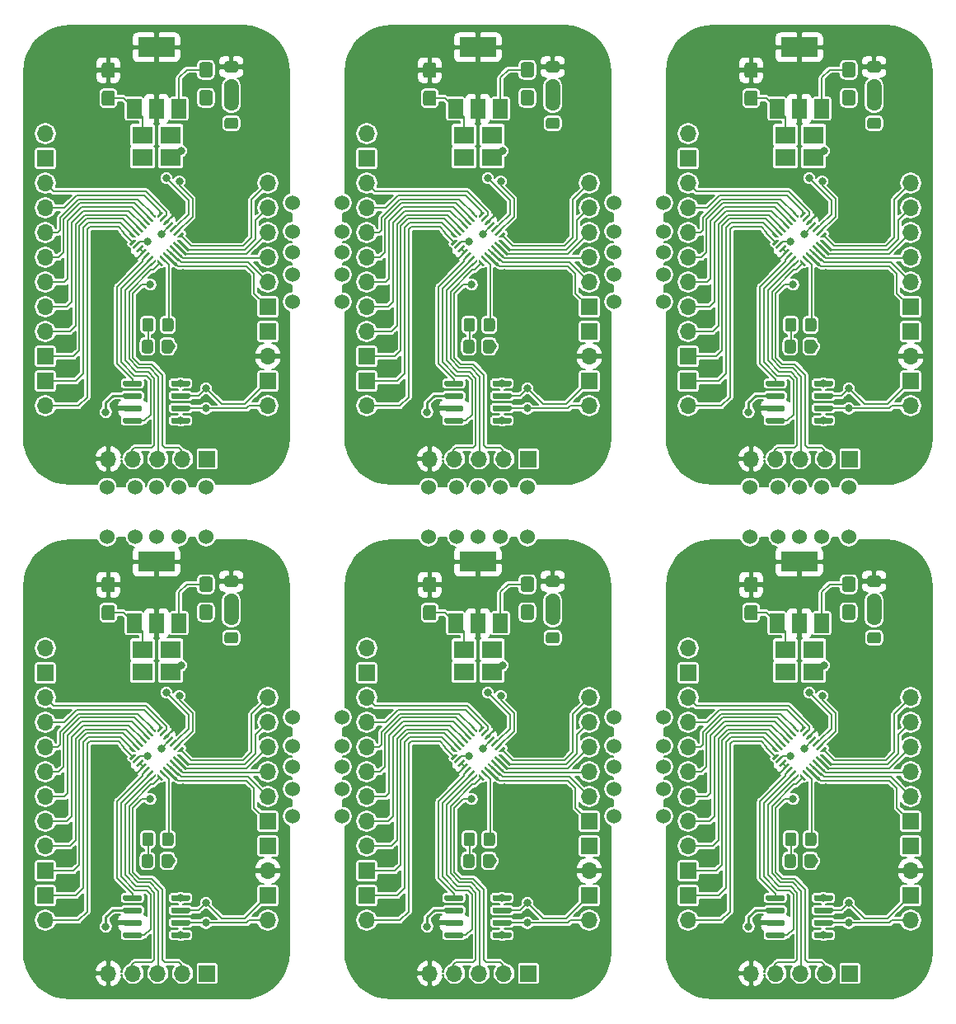
<source format=gbr>
G04 #@! TF.GenerationSoftware,KiCad,Pcbnew,(5.1.6)-1*
G04 #@! TF.CreationDate,2020-10-29T18:05:45+08:00*
G04 #@! TF.ProjectId,panelized,70616e65-6c69-47a6-9564-2e6b69636164,rev?*
G04 #@! TF.SameCoordinates,Original*
G04 #@! TF.FileFunction,Copper,L1,Top*
G04 #@! TF.FilePolarity,Positive*
%FSLAX46Y46*%
G04 Gerber Fmt 4.6, Leading zero omitted, Abs format (unit mm)*
G04 Created by KiCad (PCBNEW (5.1.6)-1) date 2020-10-29 18:05:45*
%MOMM*%
%LPD*%
G01*
G04 APERTURE LIST*
G04 #@! TA.AperFunction,WasherPad*
%ADD10C,1.524000*%
G04 #@! TD*
G04 #@! TA.AperFunction,ComponentPad*
%ADD11O,1.700000X1.700000*%
G04 #@! TD*
G04 #@! TA.AperFunction,ComponentPad*
%ADD12R,1.700000X1.700000*%
G04 #@! TD*
G04 #@! TA.AperFunction,SMDPad,CuDef*
%ADD13R,2.100000X1.800000*%
G04 #@! TD*
G04 #@! TA.AperFunction,SMDPad,CuDef*
%ADD14C,0.100000*%
G04 #@! TD*
G04 #@! TA.AperFunction,SMDPad,CuDef*
%ADD15R,3.800000X2.000000*%
G04 #@! TD*
G04 #@! TA.AperFunction,SMDPad,CuDef*
%ADD16R,1.500000X2.000000*%
G04 #@! TD*
G04 #@! TA.AperFunction,ViaPad*
%ADD17C,0.800000*%
G04 #@! TD*
G04 #@! TA.AperFunction,Conductor*
%ADD18C,0.203200*%
G04 #@! TD*
G04 #@! TA.AperFunction,Conductor*
%ADD19C,0.250000*%
G04 #@! TD*
G04 #@! TA.AperFunction,Conductor*
%ADD20C,0.254000*%
G04 #@! TD*
G04 #@! TA.AperFunction,Conductor*
%ADD21C,1.524000*%
G04 #@! TD*
G04 #@! TA.AperFunction,Conductor*
%ADD22C,0.200000*%
G04 #@! TD*
G04 APERTURE END LIST*
D10*
X107950000Y-130429000D03*
X107950000Y-140589000D03*
X113030000Y-140589000D03*
X113030000Y-130429000D03*
X107950000Y-137795000D03*
X107950000Y-133350000D03*
X107950000Y-135509000D03*
X113030000Y-135509000D03*
X113030000Y-133350000D03*
X113030000Y-137795000D03*
X140970000Y-130429000D03*
X140970000Y-140589000D03*
X146050000Y-140589000D03*
X146050000Y-130429000D03*
X140970000Y-137795000D03*
X140970000Y-133350000D03*
X140970000Y-135509000D03*
X146050000Y-135509000D03*
X146050000Y-133350000D03*
X146050000Y-137795000D03*
X107950000Y-77597000D03*
X107950000Y-87757000D03*
X113030000Y-87757000D03*
X113030000Y-77597000D03*
X107950000Y-84963000D03*
X107950000Y-80518000D03*
X107950000Y-82677000D03*
X113030000Y-82677000D03*
X113030000Y-80518000D03*
X113030000Y-84963000D03*
X140970000Y-77597000D03*
X140970000Y-87757000D03*
X146050000Y-87757000D03*
X146050000Y-77597000D03*
X140970000Y-84963000D03*
X140970000Y-80518000D03*
X140970000Y-82677000D03*
X146050000Y-82677000D03*
X146050000Y-80518000D03*
X146050000Y-84963000D03*
X88900000Y-111887000D03*
X99060000Y-111887000D03*
X99060000Y-106807000D03*
X88900000Y-106807000D03*
X96266000Y-111887000D03*
X91821000Y-111887000D03*
X93980000Y-111887000D03*
X93980000Y-106807000D03*
X91821000Y-106807000D03*
X96266000Y-106807000D03*
X121920000Y-111887000D03*
X132080000Y-111887000D03*
X132080000Y-106807000D03*
X121920000Y-106807000D03*
X129286000Y-111887000D03*
X124841000Y-111887000D03*
X127000000Y-111887000D03*
X127000000Y-106807000D03*
X124841000Y-106807000D03*
X129286000Y-106807000D03*
X154940000Y-111887000D03*
X165100000Y-111887000D03*
X165100000Y-106807000D03*
X154940000Y-106807000D03*
X162306000Y-111887000D03*
X157861000Y-111887000D03*
X160020000Y-111887000D03*
X160020000Y-106807000D03*
X157861000Y-106807000D03*
X162306000Y-106807000D03*
D11*
X89027000Y-103886000D03*
X91567000Y-103886000D03*
X94107000Y-103886000D03*
X96647000Y-103886000D03*
D12*
X99187000Y-103886000D03*
D11*
X155067000Y-103886000D03*
X157607000Y-103886000D03*
X160147000Y-103886000D03*
X162687000Y-103886000D03*
D12*
X165227000Y-103886000D03*
D11*
X122047000Y-103886000D03*
X124587000Y-103886000D03*
X127127000Y-103886000D03*
X129667000Y-103886000D03*
D12*
X132207000Y-103886000D03*
D11*
X105410000Y-98425000D03*
D12*
X105410000Y-95885000D03*
D11*
X138430000Y-98425000D03*
D12*
X138430000Y-95885000D03*
D11*
X171450000Y-98425000D03*
D12*
X171450000Y-95885000D03*
D11*
X105410000Y-151257000D03*
D12*
X105410000Y-148717000D03*
D11*
X138430000Y-151257000D03*
D12*
X138430000Y-148717000D03*
D11*
X171450000Y-151257000D03*
D12*
X171450000Y-148717000D03*
D11*
X89027000Y-156718000D03*
X91567000Y-156718000D03*
X94107000Y-156718000D03*
X96647000Y-156718000D03*
D12*
X99187000Y-156718000D03*
D11*
X122047000Y-156718000D03*
X124587000Y-156718000D03*
X127127000Y-156718000D03*
X129667000Y-156718000D03*
D12*
X132207000Y-156718000D03*
D11*
X155067000Y-156718000D03*
X157607000Y-156718000D03*
X160147000Y-156718000D03*
X162687000Y-156718000D03*
D12*
X165227000Y-156718000D03*
G04 #@! TA.AperFunction,SMDPad,CuDef*
G36*
G01*
X154641999Y-116012000D02*
X155492001Y-116012000D01*
G75*
G02*
X155742000Y-116261999I0J-249999D01*
G01*
X155742000Y-117337001D01*
G75*
G02*
X155492001Y-117587000I-249999J0D01*
G01*
X154641999Y-117587000D01*
G75*
G02*
X154392000Y-117337001I0J249999D01*
G01*
X154392000Y-116261999D01*
G75*
G02*
X154641999Y-116012000I249999J0D01*
G01*
G37*
G04 #@! TD.AperFunction*
G04 #@! TA.AperFunction,SMDPad,CuDef*
G36*
G01*
X154641999Y-118887000D02*
X155492001Y-118887000D01*
G75*
G02*
X155742000Y-119136999I0J-249999D01*
G01*
X155742000Y-120212001D01*
G75*
G02*
X155492001Y-120462000I-249999J0D01*
G01*
X154641999Y-120462000D01*
G75*
G02*
X154392000Y-120212001I0J249999D01*
G01*
X154392000Y-119136999D01*
G75*
G02*
X154641999Y-118887000I249999J0D01*
G01*
G37*
G04 #@! TD.AperFunction*
G04 #@! TA.AperFunction,SMDPad,CuDef*
G36*
G01*
X121621999Y-116012000D02*
X122472001Y-116012000D01*
G75*
G02*
X122722000Y-116261999I0J-249999D01*
G01*
X122722000Y-117337001D01*
G75*
G02*
X122472001Y-117587000I-249999J0D01*
G01*
X121621999Y-117587000D01*
G75*
G02*
X121372000Y-117337001I0J249999D01*
G01*
X121372000Y-116261999D01*
G75*
G02*
X121621999Y-116012000I249999J0D01*
G01*
G37*
G04 #@! TD.AperFunction*
G04 #@! TA.AperFunction,SMDPad,CuDef*
G36*
G01*
X121621999Y-118887000D02*
X122472001Y-118887000D01*
G75*
G02*
X122722000Y-119136999I0J-249999D01*
G01*
X122722000Y-120212001D01*
G75*
G02*
X122472001Y-120462000I-249999J0D01*
G01*
X121621999Y-120462000D01*
G75*
G02*
X121372000Y-120212001I0J249999D01*
G01*
X121372000Y-119136999D01*
G75*
G02*
X121621999Y-118887000I249999J0D01*
G01*
G37*
G04 #@! TD.AperFunction*
G04 #@! TA.AperFunction,SMDPad,CuDef*
G36*
G01*
X88601999Y-116012000D02*
X89452001Y-116012000D01*
G75*
G02*
X89702000Y-116261999I0J-249999D01*
G01*
X89702000Y-117337001D01*
G75*
G02*
X89452001Y-117587000I-249999J0D01*
G01*
X88601999Y-117587000D01*
G75*
G02*
X88352000Y-117337001I0J249999D01*
G01*
X88352000Y-116261999D01*
G75*
G02*
X88601999Y-116012000I249999J0D01*
G01*
G37*
G04 #@! TD.AperFunction*
G04 #@! TA.AperFunction,SMDPad,CuDef*
G36*
G01*
X88601999Y-118887000D02*
X89452001Y-118887000D01*
G75*
G02*
X89702000Y-119136999I0J-249999D01*
G01*
X89702000Y-120212001D01*
G75*
G02*
X89452001Y-120462000I-249999J0D01*
G01*
X88601999Y-120462000D01*
G75*
G02*
X88352000Y-120212001I0J249999D01*
G01*
X88352000Y-119136999D01*
G75*
G02*
X88601999Y-118887000I249999J0D01*
G01*
G37*
G04 #@! TD.AperFunction*
G04 #@! TA.AperFunction,SMDPad,CuDef*
G36*
G01*
X154641999Y-63180000D02*
X155492001Y-63180000D01*
G75*
G02*
X155742000Y-63429999I0J-249999D01*
G01*
X155742000Y-64505001D01*
G75*
G02*
X155492001Y-64755000I-249999J0D01*
G01*
X154641999Y-64755000D01*
G75*
G02*
X154392000Y-64505001I0J249999D01*
G01*
X154392000Y-63429999D01*
G75*
G02*
X154641999Y-63180000I249999J0D01*
G01*
G37*
G04 #@! TD.AperFunction*
G04 #@! TA.AperFunction,SMDPad,CuDef*
G36*
G01*
X154641999Y-66055000D02*
X155492001Y-66055000D01*
G75*
G02*
X155742000Y-66304999I0J-249999D01*
G01*
X155742000Y-67380001D01*
G75*
G02*
X155492001Y-67630000I-249999J0D01*
G01*
X154641999Y-67630000D01*
G75*
G02*
X154392000Y-67380001I0J249999D01*
G01*
X154392000Y-66304999D01*
G75*
G02*
X154641999Y-66055000I249999J0D01*
G01*
G37*
G04 #@! TD.AperFunction*
G04 #@! TA.AperFunction,SMDPad,CuDef*
G36*
G01*
X121621999Y-63180000D02*
X122472001Y-63180000D01*
G75*
G02*
X122722000Y-63429999I0J-249999D01*
G01*
X122722000Y-64505001D01*
G75*
G02*
X122472001Y-64755000I-249999J0D01*
G01*
X121621999Y-64755000D01*
G75*
G02*
X121372000Y-64505001I0J249999D01*
G01*
X121372000Y-63429999D01*
G75*
G02*
X121621999Y-63180000I249999J0D01*
G01*
G37*
G04 #@! TD.AperFunction*
G04 #@! TA.AperFunction,SMDPad,CuDef*
G36*
G01*
X121621999Y-66055000D02*
X122472001Y-66055000D01*
G75*
G02*
X122722000Y-66304999I0J-249999D01*
G01*
X122722000Y-67380001D01*
G75*
G02*
X122472001Y-67630000I-249999J0D01*
G01*
X121621999Y-67630000D01*
G75*
G02*
X121372000Y-67380001I0J249999D01*
G01*
X121372000Y-66304999D01*
G75*
G02*
X121621999Y-66055000I249999J0D01*
G01*
G37*
G04 #@! TD.AperFunction*
D13*
X161480500Y-123444000D03*
X158580500Y-123444000D03*
X158580500Y-125744000D03*
X161480500Y-125744000D03*
X128460500Y-123444000D03*
X125560500Y-123444000D03*
X125560500Y-125744000D03*
X128460500Y-125744000D03*
X95440500Y-123444000D03*
X92540500Y-123444000D03*
X92540500Y-125744000D03*
X95440500Y-125744000D03*
X161480500Y-70612000D03*
X158580500Y-70612000D03*
X158580500Y-72912000D03*
X161480500Y-72912000D03*
X128460500Y-70612000D03*
X125560500Y-70612000D03*
X125560500Y-72912000D03*
X128460500Y-72912000D03*
D12*
X171450000Y-143637000D03*
D11*
X171450000Y-146177000D03*
D12*
X138430000Y-143637000D03*
D11*
X138430000Y-146177000D03*
D12*
X105410000Y-143637000D03*
D11*
X105410000Y-146177000D03*
D12*
X171450000Y-90805000D03*
D11*
X171450000Y-93345000D03*
D12*
X138430000Y-90805000D03*
D11*
X138430000Y-93345000D03*
D12*
X171450000Y-141097000D03*
D11*
X171450000Y-138557000D03*
X171450000Y-136017000D03*
X171450000Y-133477000D03*
X171450000Y-130937000D03*
X171450000Y-128397000D03*
D12*
X138430000Y-141097000D03*
D11*
X138430000Y-138557000D03*
X138430000Y-136017000D03*
X138430000Y-133477000D03*
X138430000Y-130937000D03*
X138430000Y-128397000D03*
D12*
X105410000Y-141097000D03*
D11*
X105410000Y-138557000D03*
X105410000Y-136017000D03*
X105410000Y-133477000D03*
X105410000Y-130937000D03*
X105410000Y-128397000D03*
D12*
X171450000Y-88265000D03*
D11*
X171450000Y-85725000D03*
X171450000Y-83185000D03*
X171450000Y-80645000D03*
X171450000Y-78105000D03*
X171450000Y-75565000D03*
D12*
X138430000Y-88265000D03*
D11*
X138430000Y-85725000D03*
X138430000Y-83185000D03*
X138430000Y-80645000D03*
X138430000Y-78105000D03*
X138430000Y-75565000D03*
G04 #@! TA.AperFunction,SMDPad,CuDef*
G36*
G01*
X161520000Y-149121000D02*
X161520000Y-148821000D01*
G75*
G02*
X161670000Y-148671000I150000J0D01*
G01*
X163320000Y-148671000D01*
G75*
G02*
X163470000Y-148821000I0J-150000D01*
G01*
X163470000Y-149121000D01*
G75*
G02*
X163320000Y-149271000I-150000J0D01*
G01*
X161670000Y-149271000D01*
G75*
G02*
X161520000Y-149121000I0J150000D01*
G01*
G37*
G04 #@! TD.AperFunction*
G04 #@! TA.AperFunction,SMDPad,CuDef*
G36*
G01*
X161520000Y-150391000D02*
X161520000Y-150091000D01*
G75*
G02*
X161670000Y-149941000I150000J0D01*
G01*
X163320000Y-149941000D01*
G75*
G02*
X163470000Y-150091000I0J-150000D01*
G01*
X163470000Y-150391000D01*
G75*
G02*
X163320000Y-150541000I-150000J0D01*
G01*
X161670000Y-150541000D01*
G75*
G02*
X161520000Y-150391000I0J150000D01*
G01*
G37*
G04 #@! TD.AperFunction*
G04 #@! TA.AperFunction,SMDPad,CuDef*
G36*
G01*
X161520000Y-151661000D02*
X161520000Y-151361000D01*
G75*
G02*
X161670000Y-151211000I150000J0D01*
G01*
X163320000Y-151211000D01*
G75*
G02*
X163470000Y-151361000I0J-150000D01*
G01*
X163470000Y-151661000D01*
G75*
G02*
X163320000Y-151811000I-150000J0D01*
G01*
X161670000Y-151811000D01*
G75*
G02*
X161520000Y-151661000I0J150000D01*
G01*
G37*
G04 #@! TD.AperFunction*
G04 #@! TA.AperFunction,SMDPad,CuDef*
G36*
G01*
X161520000Y-152931000D02*
X161520000Y-152631000D01*
G75*
G02*
X161670000Y-152481000I150000J0D01*
G01*
X163320000Y-152481000D01*
G75*
G02*
X163470000Y-152631000I0J-150000D01*
G01*
X163470000Y-152931000D01*
G75*
G02*
X163320000Y-153081000I-150000J0D01*
G01*
X161670000Y-153081000D01*
G75*
G02*
X161520000Y-152931000I0J150000D01*
G01*
G37*
G04 #@! TD.AperFunction*
G04 #@! TA.AperFunction,SMDPad,CuDef*
G36*
G01*
X156570000Y-152931000D02*
X156570000Y-152631000D01*
G75*
G02*
X156720000Y-152481000I150000J0D01*
G01*
X158370000Y-152481000D01*
G75*
G02*
X158520000Y-152631000I0J-150000D01*
G01*
X158520000Y-152931000D01*
G75*
G02*
X158370000Y-153081000I-150000J0D01*
G01*
X156720000Y-153081000D01*
G75*
G02*
X156570000Y-152931000I0J150000D01*
G01*
G37*
G04 #@! TD.AperFunction*
G04 #@! TA.AperFunction,SMDPad,CuDef*
G36*
G01*
X156570000Y-151661000D02*
X156570000Y-151361000D01*
G75*
G02*
X156720000Y-151211000I150000J0D01*
G01*
X158370000Y-151211000D01*
G75*
G02*
X158520000Y-151361000I0J-150000D01*
G01*
X158520000Y-151661000D01*
G75*
G02*
X158370000Y-151811000I-150000J0D01*
G01*
X156720000Y-151811000D01*
G75*
G02*
X156570000Y-151661000I0J150000D01*
G01*
G37*
G04 #@! TD.AperFunction*
G04 #@! TA.AperFunction,SMDPad,CuDef*
G36*
G01*
X156570000Y-150391000D02*
X156570000Y-150091000D01*
G75*
G02*
X156720000Y-149941000I150000J0D01*
G01*
X158370000Y-149941000D01*
G75*
G02*
X158520000Y-150091000I0J-150000D01*
G01*
X158520000Y-150391000D01*
G75*
G02*
X158370000Y-150541000I-150000J0D01*
G01*
X156720000Y-150541000D01*
G75*
G02*
X156570000Y-150391000I0J150000D01*
G01*
G37*
G04 #@! TD.AperFunction*
G04 #@! TA.AperFunction,SMDPad,CuDef*
G36*
G01*
X156570000Y-149121000D02*
X156570000Y-148821000D01*
G75*
G02*
X156720000Y-148671000I150000J0D01*
G01*
X158370000Y-148671000D01*
G75*
G02*
X158520000Y-148821000I0J-150000D01*
G01*
X158520000Y-149121000D01*
G75*
G02*
X158370000Y-149271000I-150000J0D01*
G01*
X156720000Y-149271000D01*
G75*
G02*
X156570000Y-149121000I0J150000D01*
G01*
G37*
G04 #@! TD.AperFunction*
G04 #@! TA.AperFunction,SMDPad,CuDef*
G36*
G01*
X128500000Y-149121000D02*
X128500000Y-148821000D01*
G75*
G02*
X128650000Y-148671000I150000J0D01*
G01*
X130300000Y-148671000D01*
G75*
G02*
X130450000Y-148821000I0J-150000D01*
G01*
X130450000Y-149121000D01*
G75*
G02*
X130300000Y-149271000I-150000J0D01*
G01*
X128650000Y-149271000D01*
G75*
G02*
X128500000Y-149121000I0J150000D01*
G01*
G37*
G04 #@! TD.AperFunction*
G04 #@! TA.AperFunction,SMDPad,CuDef*
G36*
G01*
X128500000Y-150391000D02*
X128500000Y-150091000D01*
G75*
G02*
X128650000Y-149941000I150000J0D01*
G01*
X130300000Y-149941000D01*
G75*
G02*
X130450000Y-150091000I0J-150000D01*
G01*
X130450000Y-150391000D01*
G75*
G02*
X130300000Y-150541000I-150000J0D01*
G01*
X128650000Y-150541000D01*
G75*
G02*
X128500000Y-150391000I0J150000D01*
G01*
G37*
G04 #@! TD.AperFunction*
G04 #@! TA.AperFunction,SMDPad,CuDef*
G36*
G01*
X128500000Y-151661000D02*
X128500000Y-151361000D01*
G75*
G02*
X128650000Y-151211000I150000J0D01*
G01*
X130300000Y-151211000D01*
G75*
G02*
X130450000Y-151361000I0J-150000D01*
G01*
X130450000Y-151661000D01*
G75*
G02*
X130300000Y-151811000I-150000J0D01*
G01*
X128650000Y-151811000D01*
G75*
G02*
X128500000Y-151661000I0J150000D01*
G01*
G37*
G04 #@! TD.AperFunction*
G04 #@! TA.AperFunction,SMDPad,CuDef*
G36*
G01*
X128500000Y-152931000D02*
X128500000Y-152631000D01*
G75*
G02*
X128650000Y-152481000I150000J0D01*
G01*
X130300000Y-152481000D01*
G75*
G02*
X130450000Y-152631000I0J-150000D01*
G01*
X130450000Y-152931000D01*
G75*
G02*
X130300000Y-153081000I-150000J0D01*
G01*
X128650000Y-153081000D01*
G75*
G02*
X128500000Y-152931000I0J150000D01*
G01*
G37*
G04 #@! TD.AperFunction*
G04 #@! TA.AperFunction,SMDPad,CuDef*
G36*
G01*
X123550000Y-152931000D02*
X123550000Y-152631000D01*
G75*
G02*
X123700000Y-152481000I150000J0D01*
G01*
X125350000Y-152481000D01*
G75*
G02*
X125500000Y-152631000I0J-150000D01*
G01*
X125500000Y-152931000D01*
G75*
G02*
X125350000Y-153081000I-150000J0D01*
G01*
X123700000Y-153081000D01*
G75*
G02*
X123550000Y-152931000I0J150000D01*
G01*
G37*
G04 #@! TD.AperFunction*
G04 #@! TA.AperFunction,SMDPad,CuDef*
G36*
G01*
X123550000Y-151661000D02*
X123550000Y-151361000D01*
G75*
G02*
X123700000Y-151211000I150000J0D01*
G01*
X125350000Y-151211000D01*
G75*
G02*
X125500000Y-151361000I0J-150000D01*
G01*
X125500000Y-151661000D01*
G75*
G02*
X125350000Y-151811000I-150000J0D01*
G01*
X123700000Y-151811000D01*
G75*
G02*
X123550000Y-151661000I0J150000D01*
G01*
G37*
G04 #@! TD.AperFunction*
G04 #@! TA.AperFunction,SMDPad,CuDef*
G36*
G01*
X123550000Y-150391000D02*
X123550000Y-150091000D01*
G75*
G02*
X123700000Y-149941000I150000J0D01*
G01*
X125350000Y-149941000D01*
G75*
G02*
X125500000Y-150091000I0J-150000D01*
G01*
X125500000Y-150391000D01*
G75*
G02*
X125350000Y-150541000I-150000J0D01*
G01*
X123700000Y-150541000D01*
G75*
G02*
X123550000Y-150391000I0J150000D01*
G01*
G37*
G04 #@! TD.AperFunction*
G04 #@! TA.AperFunction,SMDPad,CuDef*
G36*
G01*
X123550000Y-149121000D02*
X123550000Y-148821000D01*
G75*
G02*
X123700000Y-148671000I150000J0D01*
G01*
X125350000Y-148671000D01*
G75*
G02*
X125500000Y-148821000I0J-150000D01*
G01*
X125500000Y-149121000D01*
G75*
G02*
X125350000Y-149271000I-150000J0D01*
G01*
X123700000Y-149271000D01*
G75*
G02*
X123550000Y-149121000I0J150000D01*
G01*
G37*
G04 #@! TD.AperFunction*
G04 #@! TA.AperFunction,SMDPad,CuDef*
G36*
G01*
X95480000Y-149121000D02*
X95480000Y-148821000D01*
G75*
G02*
X95630000Y-148671000I150000J0D01*
G01*
X97280000Y-148671000D01*
G75*
G02*
X97430000Y-148821000I0J-150000D01*
G01*
X97430000Y-149121000D01*
G75*
G02*
X97280000Y-149271000I-150000J0D01*
G01*
X95630000Y-149271000D01*
G75*
G02*
X95480000Y-149121000I0J150000D01*
G01*
G37*
G04 #@! TD.AperFunction*
G04 #@! TA.AperFunction,SMDPad,CuDef*
G36*
G01*
X95480000Y-150391000D02*
X95480000Y-150091000D01*
G75*
G02*
X95630000Y-149941000I150000J0D01*
G01*
X97280000Y-149941000D01*
G75*
G02*
X97430000Y-150091000I0J-150000D01*
G01*
X97430000Y-150391000D01*
G75*
G02*
X97280000Y-150541000I-150000J0D01*
G01*
X95630000Y-150541000D01*
G75*
G02*
X95480000Y-150391000I0J150000D01*
G01*
G37*
G04 #@! TD.AperFunction*
G04 #@! TA.AperFunction,SMDPad,CuDef*
G36*
G01*
X95480000Y-151661000D02*
X95480000Y-151361000D01*
G75*
G02*
X95630000Y-151211000I150000J0D01*
G01*
X97280000Y-151211000D01*
G75*
G02*
X97430000Y-151361000I0J-150000D01*
G01*
X97430000Y-151661000D01*
G75*
G02*
X97280000Y-151811000I-150000J0D01*
G01*
X95630000Y-151811000D01*
G75*
G02*
X95480000Y-151661000I0J150000D01*
G01*
G37*
G04 #@! TD.AperFunction*
G04 #@! TA.AperFunction,SMDPad,CuDef*
G36*
G01*
X95480000Y-152931000D02*
X95480000Y-152631000D01*
G75*
G02*
X95630000Y-152481000I150000J0D01*
G01*
X97280000Y-152481000D01*
G75*
G02*
X97430000Y-152631000I0J-150000D01*
G01*
X97430000Y-152931000D01*
G75*
G02*
X97280000Y-153081000I-150000J0D01*
G01*
X95630000Y-153081000D01*
G75*
G02*
X95480000Y-152931000I0J150000D01*
G01*
G37*
G04 #@! TD.AperFunction*
G04 #@! TA.AperFunction,SMDPad,CuDef*
G36*
G01*
X90530000Y-152931000D02*
X90530000Y-152631000D01*
G75*
G02*
X90680000Y-152481000I150000J0D01*
G01*
X92330000Y-152481000D01*
G75*
G02*
X92480000Y-152631000I0J-150000D01*
G01*
X92480000Y-152931000D01*
G75*
G02*
X92330000Y-153081000I-150000J0D01*
G01*
X90680000Y-153081000D01*
G75*
G02*
X90530000Y-152931000I0J150000D01*
G01*
G37*
G04 #@! TD.AperFunction*
G04 #@! TA.AperFunction,SMDPad,CuDef*
G36*
G01*
X90530000Y-151661000D02*
X90530000Y-151361000D01*
G75*
G02*
X90680000Y-151211000I150000J0D01*
G01*
X92330000Y-151211000D01*
G75*
G02*
X92480000Y-151361000I0J-150000D01*
G01*
X92480000Y-151661000D01*
G75*
G02*
X92330000Y-151811000I-150000J0D01*
G01*
X90680000Y-151811000D01*
G75*
G02*
X90530000Y-151661000I0J150000D01*
G01*
G37*
G04 #@! TD.AperFunction*
G04 #@! TA.AperFunction,SMDPad,CuDef*
G36*
G01*
X90530000Y-150391000D02*
X90530000Y-150091000D01*
G75*
G02*
X90680000Y-149941000I150000J0D01*
G01*
X92330000Y-149941000D01*
G75*
G02*
X92480000Y-150091000I0J-150000D01*
G01*
X92480000Y-150391000D01*
G75*
G02*
X92330000Y-150541000I-150000J0D01*
G01*
X90680000Y-150541000D01*
G75*
G02*
X90530000Y-150391000I0J150000D01*
G01*
G37*
G04 #@! TD.AperFunction*
G04 #@! TA.AperFunction,SMDPad,CuDef*
G36*
G01*
X90530000Y-149121000D02*
X90530000Y-148821000D01*
G75*
G02*
X90680000Y-148671000I150000J0D01*
G01*
X92330000Y-148671000D01*
G75*
G02*
X92480000Y-148821000I0J-150000D01*
G01*
X92480000Y-149121000D01*
G75*
G02*
X92330000Y-149271000I-150000J0D01*
G01*
X90680000Y-149271000D01*
G75*
G02*
X90530000Y-149121000I0J150000D01*
G01*
G37*
G04 #@! TD.AperFunction*
G04 #@! TA.AperFunction,SMDPad,CuDef*
G36*
G01*
X161520000Y-96289000D02*
X161520000Y-95989000D01*
G75*
G02*
X161670000Y-95839000I150000J0D01*
G01*
X163320000Y-95839000D01*
G75*
G02*
X163470000Y-95989000I0J-150000D01*
G01*
X163470000Y-96289000D01*
G75*
G02*
X163320000Y-96439000I-150000J0D01*
G01*
X161670000Y-96439000D01*
G75*
G02*
X161520000Y-96289000I0J150000D01*
G01*
G37*
G04 #@! TD.AperFunction*
G04 #@! TA.AperFunction,SMDPad,CuDef*
G36*
G01*
X161520000Y-97559000D02*
X161520000Y-97259000D01*
G75*
G02*
X161670000Y-97109000I150000J0D01*
G01*
X163320000Y-97109000D01*
G75*
G02*
X163470000Y-97259000I0J-150000D01*
G01*
X163470000Y-97559000D01*
G75*
G02*
X163320000Y-97709000I-150000J0D01*
G01*
X161670000Y-97709000D01*
G75*
G02*
X161520000Y-97559000I0J150000D01*
G01*
G37*
G04 #@! TD.AperFunction*
G04 #@! TA.AperFunction,SMDPad,CuDef*
G36*
G01*
X161520000Y-98829000D02*
X161520000Y-98529000D01*
G75*
G02*
X161670000Y-98379000I150000J0D01*
G01*
X163320000Y-98379000D01*
G75*
G02*
X163470000Y-98529000I0J-150000D01*
G01*
X163470000Y-98829000D01*
G75*
G02*
X163320000Y-98979000I-150000J0D01*
G01*
X161670000Y-98979000D01*
G75*
G02*
X161520000Y-98829000I0J150000D01*
G01*
G37*
G04 #@! TD.AperFunction*
G04 #@! TA.AperFunction,SMDPad,CuDef*
G36*
G01*
X161520000Y-100099000D02*
X161520000Y-99799000D01*
G75*
G02*
X161670000Y-99649000I150000J0D01*
G01*
X163320000Y-99649000D01*
G75*
G02*
X163470000Y-99799000I0J-150000D01*
G01*
X163470000Y-100099000D01*
G75*
G02*
X163320000Y-100249000I-150000J0D01*
G01*
X161670000Y-100249000D01*
G75*
G02*
X161520000Y-100099000I0J150000D01*
G01*
G37*
G04 #@! TD.AperFunction*
G04 #@! TA.AperFunction,SMDPad,CuDef*
G36*
G01*
X156570000Y-100099000D02*
X156570000Y-99799000D01*
G75*
G02*
X156720000Y-99649000I150000J0D01*
G01*
X158370000Y-99649000D01*
G75*
G02*
X158520000Y-99799000I0J-150000D01*
G01*
X158520000Y-100099000D01*
G75*
G02*
X158370000Y-100249000I-150000J0D01*
G01*
X156720000Y-100249000D01*
G75*
G02*
X156570000Y-100099000I0J150000D01*
G01*
G37*
G04 #@! TD.AperFunction*
G04 #@! TA.AperFunction,SMDPad,CuDef*
G36*
G01*
X156570000Y-98829000D02*
X156570000Y-98529000D01*
G75*
G02*
X156720000Y-98379000I150000J0D01*
G01*
X158370000Y-98379000D01*
G75*
G02*
X158520000Y-98529000I0J-150000D01*
G01*
X158520000Y-98829000D01*
G75*
G02*
X158370000Y-98979000I-150000J0D01*
G01*
X156720000Y-98979000D01*
G75*
G02*
X156570000Y-98829000I0J150000D01*
G01*
G37*
G04 #@! TD.AperFunction*
G04 #@! TA.AperFunction,SMDPad,CuDef*
G36*
G01*
X156570000Y-97559000D02*
X156570000Y-97259000D01*
G75*
G02*
X156720000Y-97109000I150000J0D01*
G01*
X158370000Y-97109000D01*
G75*
G02*
X158520000Y-97259000I0J-150000D01*
G01*
X158520000Y-97559000D01*
G75*
G02*
X158370000Y-97709000I-150000J0D01*
G01*
X156720000Y-97709000D01*
G75*
G02*
X156570000Y-97559000I0J150000D01*
G01*
G37*
G04 #@! TD.AperFunction*
G04 #@! TA.AperFunction,SMDPad,CuDef*
G36*
G01*
X156570000Y-96289000D02*
X156570000Y-95989000D01*
G75*
G02*
X156720000Y-95839000I150000J0D01*
G01*
X158370000Y-95839000D01*
G75*
G02*
X158520000Y-95989000I0J-150000D01*
G01*
X158520000Y-96289000D01*
G75*
G02*
X158370000Y-96439000I-150000J0D01*
G01*
X156720000Y-96439000D01*
G75*
G02*
X156570000Y-96289000I0J150000D01*
G01*
G37*
G04 #@! TD.AperFunction*
G04 #@! TA.AperFunction,SMDPad,CuDef*
G36*
G01*
X128500000Y-96289000D02*
X128500000Y-95989000D01*
G75*
G02*
X128650000Y-95839000I150000J0D01*
G01*
X130300000Y-95839000D01*
G75*
G02*
X130450000Y-95989000I0J-150000D01*
G01*
X130450000Y-96289000D01*
G75*
G02*
X130300000Y-96439000I-150000J0D01*
G01*
X128650000Y-96439000D01*
G75*
G02*
X128500000Y-96289000I0J150000D01*
G01*
G37*
G04 #@! TD.AperFunction*
G04 #@! TA.AperFunction,SMDPad,CuDef*
G36*
G01*
X128500000Y-97559000D02*
X128500000Y-97259000D01*
G75*
G02*
X128650000Y-97109000I150000J0D01*
G01*
X130300000Y-97109000D01*
G75*
G02*
X130450000Y-97259000I0J-150000D01*
G01*
X130450000Y-97559000D01*
G75*
G02*
X130300000Y-97709000I-150000J0D01*
G01*
X128650000Y-97709000D01*
G75*
G02*
X128500000Y-97559000I0J150000D01*
G01*
G37*
G04 #@! TD.AperFunction*
G04 #@! TA.AperFunction,SMDPad,CuDef*
G36*
G01*
X128500000Y-98829000D02*
X128500000Y-98529000D01*
G75*
G02*
X128650000Y-98379000I150000J0D01*
G01*
X130300000Y-98379000D01*
G75*
G02*
X130450000Y-98529000I0J-150000D01*
G01*
X130450000Y-98829000D01*
G75*
G02*
X130300000Y-98979000I-150000J0D01*
G01*
X128650000Y-98979000D01*
G75*
G02*
X128500000Y-98829000I0J150000D01*
G01*
G37*
G04 #@! TD.AperFunction*
G04 #@! TA.AperFunction,SMDPad,CuDef*
G36*
G01*
X128500000Y-100099000D02*
X128500000Y-99799000D01*
G75*
G02*
X128650000Y-99649000I150000J0D01*
G01*
X130300000Y-99649000D01*
G75*
G02*
X130450000Y-99799000I0J-150000D01*
G01*
X130450000Y-100099000D01*
G75*
G02*
X130300000Y-100249000I-150000J0D01*
G01*
X128650000Y-100249000D01*
G75*
G02*
X128500000Y-100099000I0J150000D01*
G01*
G37*
G04 #@! TD.AperFunction*
G04 #@! TA.AperFunction,SMDPad,CuDef*
G36*
G01*
X123550000Y-100099000D02*
X123550000Y-99799000D01*
G75*
G02*
X123700000Y-99649000I150000J0D01*
G01*
X125350000Y-99649000D01*
G75*
G02*
X125500000Y-99799000I0J-150000D01*
G01*
X125500000Y-100099000D01*
G75*
G02*
X125350000Y-100249000I-150000J0D01*
G01*
X123700000Y-100249000D01*
G75*
G02*
X123550000Y-100099000I0J150000D01*
G01*
G37*
G04 #@! TD.AperFunction*
G04 #@! TA.AperFunction,SMDPad,CuDef*
G36*
G01*
X123550000Y-98829000D02*
X123550000Y-98529000D01*
G75*
G02*
X123700000Y-98379000I150000J0D01*
G01*
X125350000Y-98379000D01*
G75*
G02*
X125500000Y-98529000I0J-150000D01*
G01*
X125500000Y-98829000D01*
G75*
G02*
X125350000Y-98979000I-150000J0D01*
G01*
X123700000Y-98979000D01*
G75*
G02*
X123550000Y-98829000I0J150000D01*
G01*
G37*
G04 #@! TD.AperFunction*
G04 #@! TA.AperFunction,SMDPad,CuDef*
G36*
G01*
X123550000Y-97559000D02*
X123550000Y-97259000D01*
G75*
G02*
X123700000Y-97109000I150000J0D01*
G01*
X125350000Y-97109000D01*
G75*
G02*
X125500000Y-97259000I0J-150000D01*
G01*
X125500000Y-97559000D01*
G75*
G02*
X125350000Y-97709000I-150000J0D01*
G01*
X123700000Y-97709000D01*
G75*
G02*
X123550000Y-97559000I0J150000D01*
G01*
G37*
G04 #@! TD.AperFunction*
G04 #@! TA.AperFunction,SMDPad,CuDef*
G36*
G01*
X123550000Y-96289000D02*
X123550000Y-95989000D01*
G75*
G02*
X123700000Y-95839000I150000J0D01*
G01*
X125350000Y-95839000D01*
G75*
G02*
X125500000Y-95989000I0J-150000D01*
G01*
X125500000Y-96289000D01*
G75*
G02*
X125350000Y-96439000I-150000J0D01*
G01*
X123700000Y-96439000D01*
G75*
G02*
X123550000Y-96289000I0J150000D01*
G01*
G37*
G04 #@! TD.AperFunction*
G04 #@! TA.AperFunction,SMDPad,CuDef*
G36*
G01*
X158566894Y-143399396D02*
X158566894Y-142499394D01*
G75*
G02*
X158816893Y-142249395I249999J0D01*
G01*
X159466895Y-142249395D01*
G75*
G02*
X159716894Y-142499394I0J-249999D01*
G01*
X159716894Y-143399396D01*
G75*
G02*
X159466895Y-143649395I-249999J0D01*
G01*
X158816893Y-143649395D01*
G75*
G02*
X158566894Y-143399396I0J249999D01*
G01*
G37*
G04 #@! TD.AperFunction*
G04 #@! TA.AperFunction,SMDPad,CuDef*
G36*
G01*
X160616894Y-143399396D02*
X160616894Y-142499394D01*
G75*
G02*
X160866893Y-142249395I249999J0D01*
G01*
X161516895Y-142249395D01*
G75*
G02*
X161766894Y-142499394I0J-249999D01*
G01*
X161766894Y-143399396D01*
G75*
G02*
X161516895Y-143649395I-249999J0D01*
G01*
X160866893Y-143649395D01*
G75*
G02*
X160616894Y-143399396I0J249999D01*
G01*
G37*
G04 #@! TD.AperFunction*
G04 #@! TA.AperFunction,SMDPad,CuDef*
G36*
G01*
X125546894Y-143399396D02*
X125546894Y-142499394D01*
G75*
G02*
X125796893Y-142249395I249999J0D01*
G01*
X126446895Y-142249395D01*
G75*
G02*
X126696894Y-142499394I0J-249999D01*
G01*
X126696894Y-143399396D01*
G75*
G02*
X126446895Y-143649395I-249999J0D01*
G01*
X125796893Y-143649395D01*
G75*
G02*
X125546894Y-143399396I0J249999D01*
G01*
G37*
G04 #@! TD.AperFunction*
G04 #@! TA.AperFunction,SMDPad,CuDef*
G36*
G01*
X127596894Y-143399396D02*
X127596894Y-142499394D01*
G75*
G02*
X127846893Y-142249395I249999J0D01*
G01*
X128496895Y-142249395D01*
G75*
G02*
X128746894Y-142499394I0J-249999D01*
G01*
X128746894Y-143399396D01*
G75*
G02*
X128496895Y-143649395I-249999J0D01*
G01*
X127846893Y-143649395D01*
G75*
G02*
X127596894Y-143399396I0J249999D01*
G01*
G37*
G04 #@! TD.AperFunction*
G04 #@! TA.AperFunction,SMDPad,CuDef*
G36*
G01*
X92526894Y-143399396D02*
X92526894Y-142499394D01*
G75*
G02*
X92776893Y-142249395I249999J0D01*
G01*
X93426895Y-142249395D01*
G75*
G02*
X93676894Y-142499394I0J-249999D01*
G01*
X93676894Y-143399396D01*
G75*
G02*
X93426895Y-143649395I-249999J0D01*
G01*
X92776893Y-143649395D01*
G75*
G02*
X92526894Y-143399396I0J249999D01*
G01*
G37*
G04 #@! TD.AperFunction*
G04 #@! TA.AperFunction,SMDPad,CuDef*
G36*
G01*
X94576894Y-143399396D02*
X94576894Y-142499394D01*
G75*
G02*
X94826893Y-142249395I249999J0D01*
G01*
X95476895Y-142249395D01*
G75*
G02*
X95726894Y-142499394I0J-249999D01*
G01*
X95726894Y-143399396D01*
G75*
G02*
X95476895Y-143649395I-249999J0D01*
G01*
X94826893Y-143649395D01*
G75*
G02*
X94576894Y-143399396I0J249999D01*
G01*
G37*
G04 #@! TD.AperFunction*
G04 #@! TA.AperFunction,SMDPad,CuDef*
G36*
G01*
X158566894Y-90567396D02*
X158566894Y-89667394D01*
G75*
G02*
X158816893Y-89417395I249999J0D01*
G01*
X159466895Y-89417395D01*
G75*
G02*
X159716894Y-89667394I0J-249999D01*
G01*
X159716894Y-90567396D01*
G75*
G02*
X159466895Y-90817395I-249999J0D01*
G01*
X158816893Y-90817395D01*
G75*
G02*
X158566894Y-90567396I0J249999D01*
G01*
G37*
G04 #@! TD.AperFunction*
G04 #@! TA.AperFunction,SMDPad,CuDef*
G36*
G01*
X160616894Y-90567396D02*
X160616894Y-89667394D01*
G75*
G02*
X160866893Y-89417395I249999J0D01*
G01*
X161516895Y-89417395D01*
G75*
G02*
X161766894Y-89667394I0J-249999D01*
G01*
X161766894Y-90567396D01*
G75*
G02*
X161516895Y-90817395I-249999J0D01*
G01*
X160866893Y-90817395D01*
G75*
G02*
X160616894Y-90567396I0J249999D01*
G01*
G37*
G04 #@! TD.AperFunction*
G04 #@! TA.AperFunction,SMDPad,CuDef*
G36*
G01*
X125546894Y-90567396D02*
X125546894Y-89667394D01*
G75*
G02*
X125796893Y-89417395I249999J0D01*
G01*
X126446895Y-89417395D01*
G75*
G02*
X126696894Y-89667394I0J-249999D01*
G01*
X126696894Y-90567396D01*
G75*
G02*
X126446895Y-90817395I-249999J0D01*
G01*
X125796893Y-90817395D01*
G75*
G02*
X125546894Y-90567396I0J249999D01*
G01*
G37*
G04 #@! TD.AperFunction*
G04 #@! TA.AperFunction,SMDPad,CuDef*
G36*
G01*
X127596894Y-90567396D02*
X127596894Y-89667394D01*
G75*
G02*
X127846893Y-89417395I249999J0D01*
G01*
X128496895Y-89417395D01*
G75*
G02*
X128746894Y-89667394I0J-249999D01*
G01*
X128746894Y-90567396D01*
G75*
G02*
X128496895Y-90817395I-249999J0D01*
G01*
X127846893Y-90817395D01*
G75*
G02*
X127596894Y-90567396I0J249999D01*
G01*
G37*
G04 #@! TD.AperFunction*
G04 #@! TA.AperFunction,SMDPad,CuDef*
G36*
G01*
X164674999Y-115971500D02*
X165525001Y-115971500D01*
G75*
G02*
X165775000Y-116221499I0J-249999D01*
G01*
X165775000Y-117296501D01*
G75*
G02*
X165525001Y-117546500I-249999J0D01*
G01*
X164674999Y-117546500D01*
G75*
G02*
X164425000Y-117296501I0J249999D01*
G01*
X164425000Y-116221499D01*
G75*
G02*
X164674999Y-115971500I249999J0D01*
G01*
G37*
G04 #@! TD.AperFunction*
G04 #@! TA.AperFunction,SMDPad,CuDef*
G36*
G01*
X164674999Y-118846500D02*
X165525001Y-118846500D01*
G75*
G02*
X165775000Y-119096499I0J-249999D01*
G01*
X165775000Y-120171501D01*
G75*
G02*
X165525001Y-120421500I-249999J0D01*
G01*
X164674999Y-120421500D01*
G75*
G02*
X164425000Y-120171501I0J249999D01*
G01*
X164425000Y-119096499D01*
G75*
G02*
X164674999Y-118846500I249999J0D01*
G01*
G37*
G04 #@! TD.AperFunction*
G04 #@! TA.AperFunction,SMDPad,CuDef*
G36*
G01*
X131654999Y-115971500D02*
X132505001Y-115971500D01*
G75*
G02*
X132755000Y-116221499I0J-249999D01*
G01*
X132755000Y-117296501D01*
G75*
G02*
X132505001Y-117546500I-249999J0D01*
G01*
X131654999Y-117546500D01*
G75*
G02*
X131405000Y-117296501I0J249999D01*
G01*
X131405000Y-116221499D01*
G75*
G02*
X131654999Y-115971500I249999J0D01*
G01*
G37*
G04 #@! TD.AperFunction*
G04 #@! TA.AperFunction,SMDPad,CuDef*
G36*
G01*
X131654999Y-118846500D02*
X132505001Y-118846500D01*
G75*
G02*
X132755000Y-119096499I0J-249999D01*
G01*
X132755000Y-120171501D01*
G75*
G02*
X132505001Y-120421500I-249999J0D01*
G01*
X131654999Y-120421500D01*
G75*
G02*
X131405000Y-120171501I0J249999D01*
G01*
X131405000Y-119096499D01*
G75*
G02*
X131654999Y-118846500I249999J0D01*
G01*
G37*
G04 #@! TD.AperFunction*
G04 #@! TA.AperFunction,SMDPad,CuDef*
G36*
G01*
X98634999Y-115971500D02*
X99485001Y-115971500D01*
G75*
G02*
X99735000Y-116221499I0J-249999D01*
G01*
X99735000Y-117296501D01*
G75*
G02*
X99485001Y-117546500I-249999J0D01*
G01*
X98634999Y-117546500D01*
G75*
G02*
X98385000Y-117296501I0J249999D01*
G01*
X98385000Y-116221499D01*
G75*
G02*
X98634999Y-115971500I249999J0D01*
G01*
G37*
G04 #@! TD.AperFunction*
G04 #@! TA.AperFunction,SMDPad,CuDef*
G36*
G01*
X98634999Y-118846500D02*
X99485001Y-118846500D01*
G75*
G02*
X99735000Y-119096499I0J-249999D01*
G01*
X99735000Y-120171501D01*
G75*
G02*
X99485001Y-120421500I-249999J0D01*
G01*
X98634999Y-120421500D01*
G75*
G02*
X98385000Y-120171501I0J249999D01*
G01*
X98385000Y-119096499D01*
G75*
G02*
X98634999Y-118846500I249999J0D01*
G01*
G37*
G04 #@! TD.AperFunction*
G04 #@! TA.AperFunction,SMDPad,CuDef*
G36*
G01*
X164674999Y-63139500D02*
X165525001Y-63139500D01*
G75*
G02*
X165775000Y-63389499I0J-249999D01*
G01*
X165775000Y-64464501D01*
G75*
G02*
X165525001Y-64714500I-249999J0D01*
G01*
X164674999Y-64714500D01*
G75*
G02*
X164425000Y-64464501I0J249999D01*
G01*
X164425000Y-63389499D01*
G75*
G02*
X164674999Y-63139500I249999J0D01*
G01*
G37*
G04 #@! TD.AperFunction*
G04 #@! TA.AperFunction,SMDPad,CuDef*
G36*
G01*
X164674999Y-66014500D02*
X165525001Y-66014500D01*
G75*
G02*
X165775000Y-66264499I0J-249999D01*
G01*
X165775000Y-67339501D01*
G75*
G02*
X165525001Y-67589500I-249999J0D01*
G01*
X164674999Y-67589500D01*
G75*
G02*
X164425000Y-67339501I0J249999D01*
G01*
X164425000Y-66264499D01*
G75*
G02*
X164674999Y-66014500I249999J0D01*
G01*
G37*
G04 #@! TD.AperFunction*
G04 #@! TA.AperFunction,SMDPad,CuDef*
G36*
G01*
X131654999Y-63139500D02*
X132505001Y-63139500D01*
G75*
G02*
X132755000Y-63389499I0J-249999D01*
G01*
X132755000Y-64464501D01*
G75*
G02*
X132505001Y-64714500I-249999J0D01*
G01*
X131654999Y-64714500D01*
G75*
G02*
X131405000Y-64464501I0J249999D01*
G01*
X131405000Y-63389499D01*
G75*
G02*
X131654999Y-63139500I249999J0D01*
G01*
G37*
G04 #@! TD.AperFunction*
G04 #@! TA.AperFunction,SMDPad,CuDef*
G36*
G01*
X131654999Y-66014500D02*
X132505001Y-66014500D01*
G75*
G02*
X132755000Y-66264499I0J-249999D01*
G01*
X132755000Y-67339501D01*
G75*
G02*
X132505001Y-67589500I-249999J0D01*
G01*
X131654999Y-67589500D01*
G75*
G02*
X131405000Y-67339501I0J249999D01*
G01*
X131405000Y-66264499D01*
G75*
G02*
X131654999Y-66014500I249999J0D01*
G01*
G37*
G04 #@! TD.AperFunction*
G04 #@! TA.AperFunction,SMDPad,CuDef*
G36*
G01*
X168153501Y-122830500D02*
X167253499Y-122830500D01*
G75*
G02*
X167003500Y-122580501I0J249999D01*
G01*
X167003500Y-121930499D01*
G75*
G02*
X167253499Y-121680500I249999J0D01*
G01*
X168153501Y-121680500D01*
G75*
G02*
X168403500Y-121930499I0J-249999D01*
G01*
X168403500Y-122580501D01*
G75*
G02*
X168153501Y-122830500I-249999J0D01*
G01*
G37*
G04 #@! TD.AperFunction*
G04 #@! TA.AperFunction,SMDPad,CuDef*
G36*
G01*
X168153501Y-120780500D02*
X167253499Y-120780500D01*
G75*
G02*
X167003500Y-120530501I0J249999D01*
G01*
X167003500Y-119880499D01*
G75*
G02*
X167253499Y-119630500I249999J0D01*
G01*
X168153501Y-119630500D01*
G75*
G02*
X168403500Y-119880499I0J-249999D01*
G01*
X168403500Y-120530501D01*
G75*
G02*
X168153501Y-120780500I-249999J0D01*
G01*
G37*
G04 #@! TD.AperFunction*
G04 #@! TA.AperFunction,SMDPad,CuDef*
G36*
G01*
X135133501Y-122830500D02*
X134233499Y-122830500D01*
G75*
G02*
X133983500Y-122580501I0J249999D01*
G01*
X133983500Y-121930499D01*
G75*
G02*
X134233499Y-121680500I249999J0D01*
G01*
X135133501Y-121680500D01*
G75*
G02*
X135383500Y-121930499I0J-249999D01*
G01*
X135383500Y-122580501D01*
G75*
G02*
X135133501Y-122830500I-249999J0D01*
G01*
G37*
G04 #@! TD.AperFunction*
G04 #@! TA.AperFunction,SMDPad,CuDef*
G36*
G01*
X135133501Y-120780500D02*
X134233499Y-120780500D01*
G75*
G02*
X133983500Y-120530501I0J249999D01*
G01*
X133983500Y-119880499D01*
G75*
G02*
X134233499Y-119630500I249999J0D01*
G01*
X135133501Y-119630500D01*
G75*
G02*
X135383500Y-119880499I0J-249999D01*
G01*
X135383500Y-120530501D01*
G75*
G02*
X135133501Y-120780500I-249999J0D01*
G01*
G37*
G04 #@! TD.AperFunction*
G04 #@! TA.AperFunction,SMDPad,CuDef*
G36*
G01*
X102113501Y-122830500D02*
X101213499Y-122830500D01*
G75*
G02*
X100963500Y-122580501I0J249999D01*
G01*
X100963500Y-121930499D01*
G75*
G02*
X101213499Y-121680500I249999J0D01*
G01*
X102113501Y-121680500D01*
G75*
G02*
X102363500Y-121930499I0J-249999D01*
G01*
X102363500Y-122580501D01*
G75*
G02*
X102113501Y-122830500I-249999J0D01*
G01*
G37*
G04 #@! TD.AperFunction*
G04 #@! TA.AperFunction,SMDPad,CuDef*
G36*
G01*
X102113501Y-120780500D02*
X101213499Y-120780500D01*
G75*
G02*
X100963500Y-120530501I0J249999D01*
G01*
X100963500Y-119880499D01*
G75*
G02*
X101213499Y-119630500I249999J0D01*
G01*
X102113501Y-119630500D01*
G75*
G02*
X102363500Y-119880499I0J-249999D01*
G01*
X102363500Y-120530501D01*
G75*
G02*
X102113501Y-120780500I-249999J0D01*
G01*
G37*
G04 #@! TD.AperFunction*
G04 #@! TA.AperFunction,SMDPad,CuDef*
G36*
G01*
X168153501Y-69998500D02*
X167253499Y-69998500D01*
G75*
G02*
X167003500Y-69748501I0J249999D01*
G01*
X167003500Y-69098499D01*
G75*
G02*
X167253499Y-68848500I249999J0D01*
G01*
X168153501Y-68848500D01*
G75*
G02*
X168403500Y-69098499I0J-249999D01*
G01*
X168403500Y-69748501D01*
G75*
G02*
X168153501Y-69998500I-249999J0D01*
G01*
G37*
G04 #@! TD.AperFunction*
G04 #@! TA.AperFunction,SMDPad,CuDef*
G36*
G01*
X168153501Y-67948500D02*
X167253499Y-67948500D01*
G75*
G02*
X167003500Y-67698501I0J249999D01*
G01*
X167003500Y-67048499D01*
G75*
G02*
X167253499Y-66798500I249999J0D01*
G01*
X168153501Y-66798500D01*
G75*
G02*
X168403500Y-67048499I0J-249999D01*
G01*
X168403500Y-67698501D01*
G75*
G02*
X168153501Y-67948500I-249999J0D01*
G01*
G37*
G04 #@! TD.AperFunction*
G04 #@! TA.AperFunction,SMDPad,CuDef*
G36*
G01*
X135133501Y-69998500D02*
X134233499Y-69998500D01*
G75*
G02*
X133983500Y-69748501I0J249999D01*
G01*
X133983500Y-69098499D01*
G75*
G02*
X134233499Y-68848500I249999J0D01*
G01*
X135133501Y-68848500D01*
G75*
G02*
X135383500Y-69098499I0J-249999D01*
G01*
X135383500Y-69748501D01*
G75*
G02*
X135133501Y-69998500I-249999J0D01*
G01*
G37*
G04 #@! TD.AperFunction*
G04 #@! TA.AperFunction,SMDPad,CuDef*
G36*
G01*
X135133501Y-67948500D02*
X134233499Y-67948500D01*
G75*
G02*
X133983500Y-67698501I0J249999D01*
G01*
X133983500Y-67048499D01*
G75*
G02*
X134233499Y-66798500I249999J0D01*
G01*
X135133501Y-66798500D01*
G75*
G02*
X135383500Y-67048499I0J-249999D01*
G01*
X135383500Y-67698501D01*
G75*
G02*
X135133501Y-67948500I-249999J0D01*
G01*
G37*
G04 #@! TD.AperFunction*
G04 #@! TA.AperFunction,SMDPad,CuDef*
D14*
G36*
X162434060Y-133994814D02*
G01*
X162426280Y-133998973D01*
X162417838Y-134001533D01*
X162409059Y-134002398D01*
X162220064Y-134002398D01*
X162211285Y-134001533D01*
X162202843Y-133998973D01*
X162195063Y-133994814D01*
X162188244Y-133989218D01*
X162169605Y-133970578D01*
X162164009Y-133963759D01*
X162159849Y-133955979D01*
X162157289Y-133947537D01*
X162156424Y-133938758D01*
X162157289Y-133929980D01*
X162159849Y-133921538D01*
X162164009Y-133913758D01*
X162169605Y-133906939D01*
X162639831Y-133436713D01*
X162646650Y-133431117D01*
X162654430Y-133426957D01*
X162662872Y-133424397D01*
X162671650Y-133423532D01*
X162680429Y-133424397D01*
X162688871Y-133426957D01*
X162696651Y-133431117D01*
X162703470Y-133436713D01*
X162816607Y-133549850D01*
X162822203Y-133556669D01*
X162826363Y-133564449D01*
X162828923Y-133572891D01*
X162829788Y-133581670D01*
X162828923Y-133590448D01*
X162826363Y-133598890D01*
X162822203Y-133606670D01*
X162816607Y-133613489D01*
X162440879Y-133989218D01*
X162434060Y-133994814D01*
G37*
G04 #@! TD.AperFunction*
G04 #@! TA.AperFunction,SMDPad,CuDef*
G36*
G01*
X162362291Y-133095534D02*
X162450679Y-133183922D01*
G75*
G02*
X162450679Y-133272310I-44194J-44194D01*
G01*
X161920349Y-133802640D01*
G75*
G02*
X161831961Y-133802640I-44194J44194D01*
G01*
X161743573Y-133714252D01*
G75*
G02*
X161743573Y-133625864I44194J44194D01*
G01*
X162273903Y-133095534D01*
G75*
G02*
X162362291Y-133095534I44194J-44194D01*
G01*
G37*
G04 #@! TD.AperFunction*
G04 #@! TA.AperFunction,SMDPad,CuDef*
G36*
G01*
X162008738Y-132741981D02*
X162097126Y-132830369D01*
G75*
G02*
X162097126Y-132918757I-44194J-44194D01*
G01*
X161566796Y-133449087D01*
G75*
G02*
X161478408Y-133449087I-44194J44194D01*
G01*
X161390020Y-133360699D01*
G75*
G02*
X161390020Y-133272311I44194J44194D01*
G01*
X161920350Y-132741981D01*
G75*
G02*
X162008738Y-132741981I44194J-44194D01*
G01*
G37*
G04 #@! TD.AperFunction*
G04 #@! TA.AperFunction,SMDPad,CuDef*
G36*
G01*
X161655184Y-132388428D02*
X161743572Y-132476816D01*
G75*
G02*
X161743572Y-132565204I-44194J-44194D01*
G01*
X161213242Y-133095534D01*
G75*
G02*
X161124854Y-133095534I-44194J44194D01*
G01*
X161036466Y-133007146D01*
G75*
G02*
X161036466Y-132918758I44194J44194D01*
G01*
X161566796Y-132388428D01*
G75*
G02*
X161655184Y-132388428I44194J-44194D01*
G01*
G37*
G04 #@! TD.AperFunction*
G04 #@! TA.AperFunction,SMDPad,CuDef*
G36*
G01*
X161301631Y-132034874D02*
X161390019Y-132123262D01*
G75*
G02*
X161390019Y-132211650I-44194J-44194D01*
G01*
X160859689Y-132741980D01*
G75*
G02*
X160771301Y-132741980I-44194J44194D01*
G01*
X160682913Y-132653592D01*
G75*
G02*
X160682913Y-132565204I44194J44194D01*
G01*
X161213243Y-132034874D01*
G75*
G02*
X161301631Y-132034874I44194J-44194D01*
G01*
G37*
G04 #@! TD.AperFunction*
G04 #@! TA.AperFunction,SMDPad,CuDef*
G36*
G01*
X160948078Y-131681321D02*
X161036466Y-131769709D01*
G75*
G02*
X161036466Y-131858097I-44194J-44194D01*
G01*
X160506136Y-132388427D01*
G75*
G02*
X160417748Y-132388427I-44194J44194D01*
G01*
X160329360Y-132300039D01*
G75*
G02*
X160329360Y-132211651I44194J44194D01*
G01*
X160859690Y-131681321D01*
G75*
G02*
X160948078Y-131681321I44194J-44194D01*
G01*
G37*
G04 #@! TD.AperFunction*
G04 #@! TA.AperFunction,SMDPad,CuDef*
G36*
X160218242Y-131967991D02*
G01*
X160210462Y-131972151D01*
X160202020Y-131974711D01*
X160193242Y-131975576D01*
X160184463Y-131974711D01*
X160176021Y-131972151D01*
X160168241Y-131967991D01*
X160161422Y-131962395D01*
X160142782Y-131943756D01*
X160137186Y-131936937D01*
X160133027Y-131929157D01*
X160130467Y-131920715D01*
X160129602Y-131911936D01*
X160129602Y-131722941D01*
X160130467Y-131714162D01*
X160133027Y-131705720D01*
X160137186Y-131697940D01*
X160142782Y-131691121D01*
X160518511Y-131315393D01*
X160525330Y-131309797D01*
X160533110Y-131305637D01*
X160541552Y-131303077D01*
X160550330Y-131302212D01*
X160559109Y-131303077D01*
X160567551Y-131305637D01*
X160575331Y-131309797D01*
X160582150Y-131315393D01*
X160695287Y-131428530D01*
X160700883Y-131435349D01*
X160705043Y-131443129D01*
X160707603Y-131451571D01*
X160708468Y-131460350D01*
X160707603Y-131469128D01*
X160705043Y-131477570D01*
X160700883Y-131485350D01*
X160695287Y-131492169D01*
X160225061Y-131962395D01*
X160218242Y-131967991D01*
G37*
G04 #@! TD.AperFunction*
G04 #@! TA.AperFunction,SMDPad,CuDef*
G36*
X159871759Y-131967991D02*
G01*
X159863979Y-131972151D01*
X159855537Y-131974711D01*
X159846758Y-131975576D01*
X159837980Y-131974711D01*
X159829538Y-131972151D01*
X159821758Y-131967991D01*
X159814939Y-131962395D01*
X159344713Y-131492169D01*
X159339117Y-131485350D01*
X159334957Y-131477570D01*
X159332397Y-131469128D01*
X159331532Y-131460350D01*
X159332397Y-131451571D01*
X159334957Y-131443129D01*
X159339117Y-131435349D01*
X159344713Y-131428530D01*
X159457850Y-131315393D01*
X159464669Y-131309797D01*
X159472449Y-131305637D01*
X159480891Y-131303077D01*
X159489670Y-131302212D01*
X159498448Y-131303077D01*
X159506890Y-131305637D01*
X159514670Y-131309797D01*
X159521489Y-131315393D01*
X159897218Y-131691121D01*
X159902814Y-131697940D01*
X159906973Y-131705720D01*
X159909533Y-131714162D01*
X159910398Y-131722941D01*
X159910398Y-131911936D01*
X159909533Y-131920715D01*
X159906973Y-131929157D01*
X159902814Y-131936937D01*
X159897218Y-131943756D01*
X159878578Y-131962395D01*
X159871759Y-131967991D01*
G37*
G04 #@! TD.AperFunction*
G04 #@! TA.AperFunction,SMDPad,CuDef*
G36*
G01*
X159180310Y-131681321D02*
X159710640Y-132211651D01*
G75*
G02*
X159710640Y-132300039I-44194J-44194D01*
G01*
X159622252Y-132388427D01*
G75*
G02*
X159533864Y-132388427I-44194J44194D01*
G01*
X159003534Y-131858097D01*
G75*
G02*
X159003534Y-131769709I44194J44194D01*
G01*
X159091922Y-131681321D01*
G75*
G02*
X159180310Y-131681321I44194J-44194D01*
G01*
G37*
G04 #@! TD.AperFunction*
G04 #@! TA.AperFunction,SMDPad,CuDef*
G36*
G01*
X158826757Y-132034874D02*
X159357087Y-132565204D01*
G75*
G02*
X159357087Y-132653592I-44194J-44194D01*
G01*
X159268699Y-132741980D01*
G75*
G02*
X159180311Y-132741980I-44194J44194D01*
G01*
X158649981Y-132211650D01*
G75*
G02*
X158649981Y-132123262I44194J44194D01*
G01*
X158738369Y-132034874D01*
G75*
G02*
X158826757Y-132034874I44194J-44194D01*
G01*
G37*
G04 #@! TD.AperFunction*
G04 #@! TA.AperFunction,SMDPad,CuDef*
G36*
G01*
X158473204Y-132388428D02*
X159003534Y-132918758D01*
G75*
G02*
X159003534Y-133007146I-44194J-44194D01*
G01*
X158915146Y-133095534D01*
G75*
G02*
X158826758Y-133095534I-44194J44194D01*
G01*
X158296428Y-132565204D01*
G75*
G02*
X158296428Y-132476816I44194J44194D01*
G01*
X158384816Y-132388428D01*
G75*
G02*
X158473204Y-132388428I44194J-44194D01*
G01*
G37*
G04 #@! TD.AperFunction*
G04 #@! TA.AperFunction,SMDPad,CuDef*
G36*
G01*
X158119650Y-132741981D02*
X158649980Y-133272311D01*
G75*
G02*
X158649980Y-133360699I-44194J-44194D01*
G01*
X158561592Y-133449087D01*
G75*
G02*
X158473204Y-133449087I-44194J44194D01*
G01*
X157942874Y-132918757D01*
G75*
G02*
X157942874Y-132830369I44194J44194D01*
G01*
X158031262Y-132741981D01*
G75*
G02*
X158119650Y-132741981I44194J-44194D01*
G01*
G37*
G04 #@! TD.AperFunction*
G04 #@! TA.AperFunction,SMDPad,CuDef*
G36*
G01*
X157766097Y-133095534D02*
X158296427Y-133625864D01*
G75*
G02*
X158296427Y-133714252I-44194J-44194D01*
G01*
X158208039Y-133802640D01*
G75*
G02*
X158119651Y-133802640I-44194J44194D01*
G01*
X157589321Y-133272310D01*
G75*
G02*
X157589321Y-133183922I44194J44194D01*
G01*
X157677709Y-133095534D01*
G75*
G02*
X157766097Y-133095534I44194J-44194D01*
G01*
G37*
G04 #@! TD.AperFunction*
G04 #@! TA.AperFunction,SMDPad,CuDef*
G36*
X157844937Y-133994814D02*
G01*
X157837157Y-133998973D01*
X157828715Y-134001533D01*
X157819936Y-134002398D01*
X157630941Y-134002398D01*
X157622162Y-134001533D01*
X157613720Y-133998973D01*
X157605940Y-133994814D01*
X157599121Y-133989218D01*
X157223393Y-133613489D01*
X157217797Y-133606670D01*
X157213637Y-133598890D01*
X157211077Y-133590448D01*
X157210212Y-133581670D01*
X157211077Y-133572891D01*
X157213637Y-133564449D01*
X157217797Y-133556669D01*
X157223393Y-133549850D01*
X157336530Y-133436713D01*
X157343349Y-133431117D01*
X157351129Y-133426957D01*
X157359571Y-133424397D01*
X157368350Y-133423532D01*
X157377128Y-133424397D01*
X157385570Y-133426957D01*
X157393350Y-133431117D01*
X157400169Y-133436713D01*
X157870395Y-133906939D01*
X157875991Y-133913758D01*
X157880151Y-133921538D01*
X157882711Y-133929980D01*
X157883576Y-133938758D01*
X157882711Y-133947537D01*
X157880151Y-133955979D01*
X157875991Y-133963759D01*
X157870395Y-133970578D01*
X157851756Y-133989218D01*
X157844937Y-133994814D01*
G37*
G04 #@! TD.AperFunction*
G04 #@! TA.AperFunction,SMDPad,CuDef*
G36*
X157393350Y-134792883D02*
G01*
X157385570Y-134797043D01*
X157377128Y-134799603D01*
X157368350Y-134800468D01*
X157359571Y-134799603D01*
X157351129Y-134797043D01*
X157343349Y-134792883D01*
X157336530Y-134787287D01*
X157223393Y-134674150D01*
X157217797Y-134667331D01*
X157213637Y-134659551D01*
X157211077Y-134651109D01*
X157210212Y-134642330D01*
X157211077Y-134633552D01*
X157213637Y-134625110D01*
X157217797Y-134617330D01*
X157223393Y-134610511D01*
X157599121Y-134234782D01*
X157605940Y-134229186D01*
X157613720Y-134225027D01*
X157622162Y-134222467D01*
X157630941Y-134221602D01*
X157819936Y-134221602D01*
X157828715Y-134222467D01*
X157837157Y-134225027D01*
X157844937Y-134229186D01*
X157851756Y-134234782D01*
X157870395Y-134253422D01*
X157875991Y-134260241D01*
X157880151Y-134268021D01*
X157882711Y-134276463D01*
X157883576Y-134285242D01*
X157882711Y-134294020D01*
X157880151Y-134302462D01*
X157875991Y-134310242D01*
X157870395Y-134317061D01*
X157400169Y-134787287D01*
X157393350Y-134792883D01*
G37*
G04 #@! TD.AperFunction*
G04 #@! TA.AperFunction,SMDPad,CuDef*
G36*
G01*
X158208039Y-134421360D02*
X158296427Y-134509748D01*
G75*
G02*
X158296427Y-134598136I-44194J-44194D01*
G01*
X157766097Y-135128466D01*
G75*
G02*
X157677709Y-135128466I-44194J44194D01*
G01*
X157589321Y-135040078D01*
G75*
G02*
X157589321Y-134951690I44194J44194D01*
G01*
X158119651Y-134421360D01*
G75*
G02*
X158208039Y-134421360I44194J-44194D01*
G01*
G37*
G04 #@! TD.AperFunction*
G04 #@! TA.AperFunction,SMDPad,CuDef*
G36*
G01*
X158561592Y-134774913D02*
X158649980Y-134863301D01*
G75*
G02*
X158649980Y-134951689I-44194J-44194D01*
G01*
X158119650Y-135482019D01*
G75*
G02*
X158031262Y-135482019I-44194J44194D01*
G01*
X157942874Y-135393631D01*
G75*
G02*
X157942874Y-135305243I44194J44194D01*
G01*
X158473204Y-134774913D01*
G75*
G02*
X158561592Y-134774913I44194J-44194D01*
G01*
G37*
G04 #@! TD.AperFunction*
G04 #@! TA.AperFunction,SMDPad,CuDef*
G36*
G01*
X158915146Y-135128466D02*
X159003534Y-135216854D01*
G75*
G02*
X159003534Y-135305242I-44194J-44194D01*
G01*
X158473204Y-135835572D01*
G75*
G02*
X158384816Y-135835572I-44194J44194D01*
G01*
X158296428Y-135747184D01*
G75*
G02*
X158296428Y-135658796I44194J44194D01*
G01*
X158826758Y-135128466D01*
G75*
G02*
X158915146Y-135128466I44194J-44194D01*
G01*
G37*
G04 #@! TD.AperFunction*
G04 #@! TA.AperFunction,SMDPad,CuDef*
G36*
G01*
X159268699Y-135482020D02*
X159357087Y-135570408D01*
G75*
G02*
X159357087Y-135658796I-44194J-44194D01*
G01*
X158826757Y-136189126D01*
G75*
G02*
X158738369Y-136189126I-44194J44194D01*
G01*
X158649981Y-136100738D01*
G75*
G02*
X158649981Y-136012350I44194J44194D01*
G01*
X159180311Y-135482020D01*
G75*
G02*
X159268699Y-135482020I44194J-44194D01*
G01*
G37*
G04 #@! TD.AperFunction*
G04 #@! TA.AperFunction,SMDPad,CuDef*
G36*
G01*
X159622252Y-135835573D02*
X159710640Y-135923961D01*
G75*
G02*
X159710640Y-136012349I-44194J-44194D01*
G01*
X159180310Y-136542679D01*
G75*
G02*
X159091922Y-136542679I-44194J44194D01*
G01*
X159003534Y-136454291D01*
G75*
G02*
X159003534Y-136365903I44194J44194D01*
G01*
X159533864Y-135835573D01*
G75*
G02*
X159622252Y-135835573I44194J-44194D01*
G01*
G37*
G04 #@! TD.AperFunction*
G04 #@! TA.AperFunction,SMDPad,CuDef*
G36*
X159514670Y-136914203D02*
G01*
X159506890Y-136918363D01*
X159498448Y-136920923D01*
X159489670Y-136921788D01*
X159480891Y-136920923D01*
X159472449Y-136918363D01*
X159464669Y-136914203D01*
X159457850Y-136908607D01*
X159344713Y-136795470D01*
X159339117Y-136788651D01*
X159334957Y-136780871D01*
X159332397Y-136772429D01*
X159331532Y-136763650D01*
X159332397Y-136754872D01*
X159334957Y-136746430D01*
X159339117Y-136738650D01*
X159344713Y-136731831D01*
X159814939Y-136261605D01*
X159821758Y-136256009D01*
X159829538Y-136251849D01*
X159837980Y-136249289D01*
X159846758Y-136248424D01*
X159855537Y-136249289D01*
X159863979Y-136251849D01*
X159871759Y-136256009D01*
X159878578Y-136261605D01*
X159897218Y-136280244D01*
X159902814Y-136287063D01*
X159906973Y-136294843D01*
X159909533Y-136303285D01*
X159910398Y-136312064D01*
X159910398Y-136501059D01*
X159909533Y-136509838D01*
X159906973Y-136518280D01*
X159902814Y-136526060D01*
X159897218Y-136532879D01*
X159521489Y-136908607D01*
X159514670Y-136914203D01*
G37*
G04 #@! TD.AperFunction*
G04 #@! TA.AperFunction,SMDPad,CuDef*
G36*
X160575331Y-136914203D02*
G01*
X160567551Y-136918363D01*
X160559109Y-136920923D01*
X160550330Y-136921788D01*
X160541552Y-136920923D01*
X160533110Y-136918363D01*
X160525330Y-136914203D01*
X160518511Y-136908607D01*
X160142782Y-136532879D01*
X160137186Y-136526060D01*
X160133027Y-136518280D01*
X160130467Y-136509838D01*
X160129602Y-136501059D01*
X160129602Y-136312064D01*
X160130467Y-136303285D01*
X160133027Y-136294843D01*
X160137186Y-136287063D01*
X160142782Y-136280244D01*
X160161422Y-136261605D01*
X160168241Y-136256009D01*
X160176021Y-136251849D01*
X160184463Y-136249289D01*
X160193242Y-136248424D01*
X160202020Y-136249289D01*
X160210462Y-136251849D01*
X160218242Y-136256009D01*
X160225061Y-136261605D01*
X160695287Y-136731831D01*
X160700883Y-136738650D01*
X160705043Y-136746430D01*
X160707603Y-136754872D01*
X160708468Y-136763650D01*
X160707603Y-136772429D01*
X160705043Y-136780871D01*
X160700883Y-136788651D01*
X160695287Y-136795470D01*
X160582150Y-136908607D01*
X160575331Y-136914203D01*
G37*
G04 #@! TD.AperFunction*
G04 #@! TA.AperFunction,SMDPad,CuDef*
G36*
G01*
X160506136Y-135835573D02*
X161036466Y-136365903D01*
G75*
G02*
X161036466Y-136454291I-44194J-44194D01*
G01*
X160948078Y-136542679D01*
G75*
G02*
X160859690Y-136542679I-44194J44194D01*
G01*
X160329360Y-136012349D01*
G75*
G02*
X160329360Y-135923961I44194J44194D01*
G01*
X160417748Y-135835573D01*
G75*
G02*
X160506136Y-135835573I44194J-44194D01*
G01*
G37*
G04 #@! TD.AperFunction*
G04 #@! TA.AperFunction,SMDPad,CuDef*
G36*
G01*
X160859689Y-135482020D02*
X161390019Y-136012350D01*
G75*
G02*
X161390019Y-136100738I-44194J-44194D01*
G01*
X161301631Y-136189126D01*
G75*
G02*
X161213243Y-136189126I-44194J44194D01*
G01*
X160682913Y-135658796D01*
G75*
G02*
X160682913Y-135570408I44194J44194D01*
G01*
X160771301Y-135482020D01*
G75*
G02*
X160859689Y-135482020I44194J-44194D01*
G01*
G37*
G04 #@! TD.AperFunction*
G04 #@! TA.AperFunction,SMDPad,CuDef*
G36*
G01*
X161213242Y-135128466D02*
X161743572Y-135658796D01*
G75*
G02*
X161743572Y-135747184I-44194J-44194D01*
G01*
X161655184Y-135835572D01*
G75*
G02*
X161566796Y-135835572I-44194J44194D01*
G01*
X161036466Y-135305242D01*
G75*
G02*
X161036466Y-135216854I44194J44194D01*
G01*
X161124854Y-135128466D01*
G75*
G02*
X161213242Y-135128466I44194J-44194D01*
G01*
G37*
G04 #@! TD.AperFunction*
G04 #@! TA.AperFunction,SMDPad,CuDef*
G36*
G01*
X161566796Y-134774913D02*
X162097126Y-135305243D01*
G75*
G02*
X162097126Y-135393631I-44194J-44194D01*
G01*
X162008738Y-135482019D01*
G75*
G02*
X161920350Y-135482019I-44194J44194D01*
G01*
X161390020Y-134951689D01*
G75*
G02*
X161390020Y-134863301I44194J44194D01*
G01*
X161478408Y-134774913D01*
G75*
G02*
X161566796Y-134774913I44194J-44194D01*
G01*
G37*
G04 #@! TD.AperFunction*
G04 #@! TA.AperFunction,SMDPad,CuDef*
G36*
G01*
X161920349Y-134421360D02*
X162450679Y-134951690D01*
G75*
G02*
X162450679Y-135040078I-44194J-44194D01*
G01*
X162362291Y-135128466D01*
G75*
G02*
X162273903Y-135128466I-44194J44194D01*
G01*
X161743573Y-134598136D01*
G75*
G02*
X161743573Y-134509748I44194J44194D01*
G01*
X161831961Y-134421360D01*
G75*
G02*
X161920349Y-134421360I44194J-44194D01*
G01*
G37*
G04 #@! TD.AperFunction*
G04 #@! TA.AperFunction,SMDPad,CuDef*
G36*
X162696651Y-134792883D02*
G01*
X162688871Y-134797043D01*
X162680429Y-134799603D01*
X162671650Y-134800468D01*
X162662872Y-134799603D01*
X162654430Y-134797043D01*
X162646650Y-134792883D01*
X162639831Y-134787287D01*
X162169605Y-134317061D01*
X162164009Y-134310242D01*
X162159849Y-134302462D01*
X162157289Y-134294020D01*
X162156424Y-134285242D01*
X162157289Y-134276463D01*
X162159849Y-134268021D01*
X162164009Y-134260241D01*
X162169605Y-134253422D01*
X162188244Y-134234782D01*
X162195063Y-134229186D01*
X162202843Y-134225027D01*
X162211285Y-134222467D01*
X162220064Y-134221602D01*
X162409059Y-134221602D01*
X162417838Y-134222467D01*
X162426280Y-134225027D01*
X162434060Y-134229186D01*
X162440879Y-134234782D01*
X162816607Y-134610511D01*
X162822203Y-134617330D01*
X162826363Y-134625110D01*
X162828923Y-134633552D01*
X162829788Y-134642330D01*
X162828923Y-134651109D01*
X162826363Y-134659551D01*
X162822203Y-134667331D01*
X162816607Y-134674150D01*
X162703470Y-134787287D01*
X162696651Y-134792883D01*
G37*
G04 #@! TD.AperFunction*
G04 #@! TA.AperFunction,SMDPad,CuDef*
G36*
X129414060Y-133994814D02*
G01*
X129406280Y-133998973D01*
X129397838Y-134001533D01*
X129389059Y-134002398D01*
X129200064Y-134002398D01*
X129191285Y-134001533D01*
X129182843Y-133998973D01*
X129175063Y-133994814D01*
X129168244Y-133989218D01*
X129149605Y-133970578D01*
X129144009Y-133963759D01*
X129139849Y-133955979D01*
X129137289Y-133947537D01*
X129136424Y-133938758D01*
X129137289Y-133929980D01*
X129139849Y-133921538D01*
X129144009Y-133913758D01*
X129149605Y-133906939D01*
X129619831Y-133436713D01*
X129626650Y-133431117D01*
X129634430Y-133426957D01*
X129642872Y-133424397D01*
X129651650Y-133423532D01*
X129660429Y-133424397D01*
X129668871Y-133426957D01*
X129676651Y-133431117D01*
X129683470Y-133436713D01*
X129796607Y-133549850D01*
X129802203Y-133556669D01*
X129806363Y-133564449D01*
X129808923Y-133572891D01*
X129809788Y-133581670D01*
X129808923Y-133590448D01*
X129806363Y-133598890D01*
X129802203Y-133606670D01*
X129796607Y-133613489D01*
X129420879Y-133989218D01*
X129414060Y-133994814D01*
G37*
G04 #@! TD.AperFunction*
G04 #@! TA.AperFunction,SMDPad,CuDef*
G36*
G01*
X129342291Y-133095534D02*
X129430679Y-133183922D01*
G75*
G02*
X129430679Y-133272310I-44194J-44194D01*
G01*
X128900349Y-133802640D01*
G75*
G02*
X128811961Y-133802640I-44194J44194D01*
G01*
X128723573Y-133714252D01*
G75*
G02*
X128723573Y-133625864I44194J44194D01*
G01*
X129253903Y-133095534D01*
G75*
G02*
X129342291Y-133095534I44194J-44194D01*
G01*
G37*
G04 #@! TD.AperFunction*
G04 #@! TA.AperFunction,SMDPad,CuDef*
G36*
G01*
X128988738Y-132741981D02*
X129077126Y-132830369D01*
G75*
G02*
X129077126Y-132918757I-44194J-44194D01*
G01*
X128546796Y-133449087D01*
G75*
G02*
X128458408Y-133449087I-44194J44194D01*
G01*
X128370020Y-133360699D01*
G75*
G02*
X128370020Y-133272311I44194J44194D01*
G01*
X128900350Y-132741981D01*
G75*
G02*
X128988738Y-132741981I44194J-44194D01*
G01*
G37*
G04 #@! TD.AperFunction*
G04 #@! TA.AperFunction,SMDPad,CuDef*
G36*
G01*
X128635184Y-132388428D02*
X128723572Y-132476816D01*
G75*
G02*
X128723572Y-132565204I-44194J-44194D01*
G01*
X128193242Y-133095534D01*
G75*
G02*
X128104854Y-133095534I-44194J44194D01*
G01*
X128016466Y-133007146D01*
G75*
G02*
X128016466Y-132918758I44194J44194D01*
G01*
X128546796Y-132388428D01*
G75*
G02*
X128635184Y-132388428I44194J-44194D01*
G01*
G37*
G04 #@! TD.AperFunction*
G04 #@! TA.AperFunction,SMDPad,CuDef*
G36*
G01*
X128281631Y-132034874D02*
X128370019Y-132123262D01*
G75*
G02*
X128370019Y-132211650I-44194J-44194D01*
G01*
X127839689Y-132741980D01*
G75*
G02*
X127751301Y-132741980I-44194J44194D01*
G01*
X127662913Y-132653592D01*
G75*
G02*
X127662913Y-132565204I44194J44194D01*
G01*
X128193243Y-132034874D01*
G75*
G02*
X128281631Y-132034874I44194J-44194D01*
G01*
G37*
G04 #@! TD.AperFunction*
G04 #@! TA.AperFunction,SMDPad,CuDef*
G36*
G01*
X127928078Y-131681321D02*
X128016466Y-131769709D01*
G75*
G02*
X128016466Y-131858097I-44194J-44194D01*
G01*
X127486136Y-132388427D01*
G75*
G02*
X127397748Y-132388427I-44194J44194D01*
G01*
X127309360Y-132300039D01*
G75*
G02*
X127309360Y-132211651I44194J44194D01*
G01*
X127839690Y-131681321D01*
G75*
G02*
X127928078Y-131681321I44194J-44194D01*
G01*
G37*
G04 #@! TD.AperFunction*
G04 #@! TA.AperFunction,SMDPad,CuDef*
G36*
X127198242Y-131967991D02*
G01*
X127190462Y-131972151D01*
X127182020Y-131974711D01*
X127173242Y-131975576D01*
X127164463Y-131974711D01*
X127156021Y-131972151D01*
X127148241Y-131967991D01*
X127141422Y-131962395D01*
X127122782Y-131943756D01*
X127117186Y-131936937D01*
X127113027Y-131929157D01*
X127110467Y-131920715D01*
X127109602Y-131911936D01*
X127109602Y-131722941D01*
X127110467Y-131714162D01*
X127113027Y-131705720D01*
X127117186Y-131697940D01*
X127122782Y-131691121D01*
X127498511Y-131315393D01*
X127505330Y-131309797D01*
X127513110Y-131305637D01*
X127521552Y-131303077D01*
X127530330Y-131302212D01*
X127539109Y-131303077D01*
X127547551Y-131305637D01*
X127555331Y-131309797D01*
X127562150Y-131315393D01*
X127675287Y-131428530D01*
X127680883Y-131435349D01*
X127685043Y-131443129D01*
X127687603Y-131451571D01*
X127688468Y-131460350D01*
X127687603Y-131469128D01*
X127685043Y-131477570D01*
X127680883Y-131485350D01*
X127675287Y-131492169D01*
X127205061Y-131962395D01*
X127198242Y-131967991D01*
G37*
G04 #@! TD.AperFunction*
G04 #@! TA.AperFunction,SMDPad,CuDef*
G36*
X126851759Y-131967991D02*
G01*
X126843979Y-131972151D01*
X126835537Y-131974711D01*
X126826758Y-131975576D01*
X126817980Y-131974711D01*
X126809538Y-131972151D01*
X126801758Y-131967991D01*
X126794939Y-131962395D01*
X126324713Y-131492169D01*
X126319117Y-131485350D01*
X126314957Y-131477570D01*
X126312397Y-131469128D01*
X126311532Y-131460350D01*
X126312397Y-131451571D01*
X126314957Y-131443129D01*
X126319117Y-131435349D01*
X126324713Y-131428530D01*
X126437850Y-131315393D01*
X126444669Y-131309797D01*
X126452449Y-131305637D01*
X126460891Y-131303077D01*
X126469670Y-131302212D01*
X126478448Y-131303077D01*
X126486890Y-131305637D01*
X126494670Y-131309797D01*
X126501489Y-131315393D01*
X126877218Y-131691121D01*
X126882814Y-131697940D01*
X126886973Y-131705720D01*
X126889533Y-131714162D01*
X126890398Y-131722941D01*
X126890398Y-131911936D01*
X126889533Y-131920715D01*
X126886973Y-131929157D01*
X126882814Y-131936937D01*
X126877218Y-131943756D01*
X126858578Y-131962395D01*
X126851759Y-131967991D01*
G37*
G04 #@! TD.AperFunction*
G04 #@! TA.AperFunction,SMDPad,CuDef*
G36*
G01*
X126160310Y-131681321D02*
X126690640Y-132211651D01*
G75*
G02*
X126690640Y-132300039I-44194J-44194D01*
G01*
X126602252Y-132388427D01*
G75*
G02*
X126513864Y-132388427I-44194J44194D01*
G01*
X125983534Y-131858097D01*
G75*
G02*
X125983534Y-131769709I44194J44194D01*
G01*
X126071922Y-131681321D01*
G75*
G02*
X126160310Y-131681321I44194J-44194D01*
G01*
G37*
G04 #@! TD.AperFunction*
G04 #@! TA.AperFunction,SMDPad,CuDef*
G36*
G01*
X125806757Y-132034874D02*
X126337087Y-132565204D01*
G75*
G02*
X126337087Y-132653592I-44194J-44194D01*
G01*
X126248699Y-132741980D01*
G75*
G02*
X126160311Y-132741980I-44194J44194D01*
G01*
X125629981Y-132211650D01*
G75*
G02*
X125629981Y-132123262I44194J44194D01*
G01*
X125718369Y-132034874D01*
G75*
G02*
X125806757Y-132034874I44194J-44194D01*
G01*
G37*
G04 #@! TD.AperFunction*
G04 #@! TA.AperFunction,SMDPad,CuDef*
G36*
G01*
X125453204Y-132388428D02*
X125983534Y-132918758D01*
G75*
G02*
X125983534Y-133007146I-44194J-44194D01*
G01*
X125895146Y-133095534D01*
G75*
G02*
X125806758Y-133095534I-44194J44194D01*
G01*
X125276428Y-132565204D01*
G75*
G02*
X125276428Y-132476816I44194J44194D01*
G01*
X125364816Y-132388428D01*
G75*
G02*
X125453204Y-132388428I44194J-44194D01*
G01*
G37*
G04 #@! TD.AperFunction*
G04 #@! TA.AperFunction,SMDPad,CuDef*
G36*
G01*
X125099650Y-132741981D02*
X125629980Y-133272311D01*
G75*
G02*
X125629980Y-133360699I-44194J-44194D01*
G01*
X125541592Y-133449087D01*
G75*
G02*
X125453204Y-133449087I-44194J44194D01*
G01*
X124922874Y-132918757D01*
G75*
G02*
X124922874Y-132830369I44194J44194D01*
G01*
X125011262Y-132741981D01*
G75*
G02*
X125099650Y-132741981I44194J-44194D01*
G01*
G37*
G04 #@! TD.AperFunction*
G04 #@! TA.AperFunction,SMDPad,CuDef*
G36*
G01*
X124746097Y-133095534D02*
X125276427Y-133625864D01*
G75*
G02*
X125276427Y-133714252I-44194J-44194D01*
G01*
X125188039Y-133802640D01*
G75*
G02*
X125099651Y-133802640I-44194J44194D01*
G01*
X124569321Y-133272310D01*
G75*
G02*
X124569321Y-133183922I44194J44194D01*
G01*
X124657709Y-133095534D01*
G75*
G02*
X124746097Y-133095534I44194J-44194D01*
G01*
G37*
G04 #@! TD.AperFunction*
G04 #@! TA.AperFunction,SMDPad,CuDef*
G36*
X124824937Y-133994814D02*
G01*
X124817157Y-133998973D01*
X124808715Y-134001533D01*
X124799936Y-134002398D01*
X124610941Y-134002398D01*
X124602162Y-134001533D01*
X124593720Y-133998973D01*
X124585940Y-133994814D01*
X124579121Y-133989218D01*
X124203393Y-133613489D01*
X124197797Y-133606670D01*
X124193637Y-133598890D01*
X124191077Y-133590448D01*
X124190212Y-133581670D01*
X124191077Y-133572891D01*
X124193637Y-133564449D01*
X124197797Y-133556669D01*
X124203393Y-133549850D01*
X124316530Y-133436713D01*
X124323349Y-133431117D01*
X124331129Y-133426957D01*
X124339571Y-133424397D01*
X124348350Y-133423532D01*
X124357128Y-133424397D01*
X124365570Y-133426957D01*
X124373350Y-133431117D01*
X124380169Y-133436713D01*
X124850395Y-133906939D01*
X124855991Y-133913758D01*
X124860151Y-133921538D01*
X124862711Y-133929980D01*
X124863576Y-133938758D01*
X124862711Y-133947537D01*
X124860151Y-133955979D01*
X124855991Y-133963759D01*
X124850395Y-133970578D01*
X124831756Y-133989218D01*
X124824937Y-133994814D01*
G37*
G04 #@! TD.AperFunction*
G04 #@! TA.AperFunction,SMDPad,CuDef*
G36*
X124373350Y-134792883D02*
G01*
X124365570Y-134797043D01*
X124357128Y-134799603D01*
X124348350Y-134800468D01*
X124339571Y-134799603D01*
X124331129Y-134797043D01*
X124323349Y-134792883D01*
X124316530Y-134787287D01*
X124203393Y-134674150D01*
X124197797Y-134667331D01*
X124193637Y-134659551D01*
X124191077Y-134651109D01*
X124190212Y-134642330D01*
X124191077Y-134633552D01*
X124193637Y-134625110D01*
X124197797Y-134617330D01*
X124203393Y-134610511D01*
X124579121Y-134234782D01*
X124585940Y-134229186D01*
X124593720Y-134225027D01*
X124602162Y-134222467D01*
X124610941Y-134221602D01*
X124799936Y-134221602D01*
X124808715Y-134222467D01*
X124817157Y-134225027D01*
X124824937Y-134229186D01*
X124831756Y-134234782D01*
X124850395Y-134253422D01*
X124855991Y-134260241D01*
X124860151Y-134268021D01*
X124862711Y-134276463D01*
X124863576Y-134285242D01*
X124862711Y-134294020D01*
X124860151Y-134302462D01*
X124855991Y-134310242D01*
X124850395Y-134317061D01*
X124380169Y-134787287D01*
X124373350Y-134792883D01*
G37*
G04 #@! TD.AperFunction*
G04 #@! TA.AperFunction,SMDPad,CuDef*
G36*
G01*
X125188039Y-134421360D02*
X125276427Y-134509748D01*
G75*
G02*
X125276427Y-134598136I-44194J-44194D01*
G01*
X124746097Y-135128466D01*
G75*
G02*
X124657709Y-135128466I-44194J44194D01*
G01*
X124569321Y-135040078D01*
G75*
G02*
X124569321Y-134951690I44194J44194D01*
G01*
X125099651Y-134421360D01*
G75*
G02*
X125188039Y-134421360I44194J-44194D01*
G01*
G37*
G04 #@! TD.AperFunction*
G04 #@! TA.AperFunction,SMDPad,CuDef*
G36*
G01*
X125541592Y-134774913D02*
X125629980Y-134863301D01*
G75*
G02*
X125629980Y-134951689I-44194J-44194D01*
G01*
X125099650Y-135482019D01*
G75*
G02*
X125011262Y-135482019I-44194J44194D01*
G01*
X124922874Y-135393631D01*
G75*
G02*
X124922874Y-135305243I44194J44194D01*
G01*
X125453204Y-134774913D01*
G75*
G02*
X125541592Y-134774913I44194J-44194D01*
G01*
G37*
G04 #@! TD.AperFunction*
G04 #@! TA.AperFunction,SMDPad,CuDef*
G36*
G01*
X125895146Y-135128466D02*
X125983534Y-135216854D01*
G75*
G02*
X125983534Y-135305242I-44194J-44194D01*
G01*
X125453204Y-135835572D01*
G75*
G02*
X125364816Y-135835572I-44194J44194D01*
G01*
X125276428Y-135747184D01*
G75*
G02*
X125276428Y-135658796I44194J44194D01*
G01*
X125806758Y-135128466D01*
G75*
G02*
X125895146Y-135128466I44194J-44194D01*
G01*
G37*
G04 #@! TD.AperFunction*
G04 #@! TA.AperFunction,SMDPad,CuDef*
G36*
G01*
X126248699Y-135482020D02*
X126337087Y-135570408D01*
G75*
G02*
X126337087Y-135658796I-44194J-44194D01*
G01*
X125806757Y-136189126D01*
G75*
G02*
X125718369Y-136189126I-44194J44194D01*
G01*
X125629981Y-136100738D01*
G75*
G02*
X125629981Y-136012350I44194J44194D01*
G01*
X126160311Y-135482020D01*
G75*
G02*
X126248699Y-135482020I44194J-44194D01*
G01*
G37*
G04 #@! TD.AperFunction*
G04 #@! TA.AperFunction,SMDPad,CuDef*
G36*
G01*
X126602252Y-135835573D02*
X126690640Y-135923961D01*
G75*
G02*
X126690640Y-136012349I-44194J-44194D01*
G01*
X126160310Y-136542679D01*
G75*
G02*
X126071922Y-136542679I-44194J44194D01*
G01*
X125983534Y-136454291D01*
G75*
G02*
X125983534Y-136365903I44194J44194D01*
G01*
X126513864Y-135835573D01*
G75*
G02*
X126602252Y-135835573I44194J-44194D01*
G01*
G37*
G04 #@! TD.AperFunction*
G04 #@! TA.AperFunction,SMDPad,CuDef*
G36*
X126494670Y-136914203D02*
G01*
X126486890Y-136918363D01*
X126478448Y-136920923D01*
X126469670Y-136921788D01*
X126460891Y-136920923D01*
X126452449Y-136918363D01*
X126444669Y-136914203D01*
X126437850Y-136908607D01*
X126324713Y-136795470D01*
X126319117Y-136788651D01*
X126314957Y-136780871D01*
X126312397Y-136772429D01*
X126311532Y-136763650D01*
X126312397Y-136754872D01*
X126314957Y-136746430D01*
X126319117Y-136738650D01*
X126324713Y-136731831D01*
X126794939Y-136261605D01*
X126801758Y-136256009D01*
X126809538Y-136251849D01*
X126817980Y-136249289D01*
X126826758Y-136248424D01*
X126835537Y-136249289D01*
X126843979Y-136251849D01*
X126851759Y-136256009D01*
X126858578Y-136261605D01*
X126877218Y-136280244D01*
X126882814Y-136287063D01*
X126886973Y-136294843D01*
X126889533Y-136303285D01*
X126890398Y-136312064D01*
X126890398Y-136501059D01*
X126889533Y-136509838D01*
X126886973Y-136518280D01*
X126882814Y-136526060D01*
X126877218Y-136532879D01*
X126501489Y-136908607D01*
X126494670Y-136914203D01*
G37*
G04 #@! TD.AperFunction*
G04 #@! TA.AperFunction,SMDPad,CuDef*
G36*
X127555331Y-136914203D02*
G01*
X127547551Y-136918363D01*
X127539109Y-136920923D01*
X127530330Y-136921788D01*
X127521552Y-136920923D01*
X127513110Y-136918363D01*
X127505330Y-136914203D01*
X127498511Y-136908607D01*
X127122782Y-136532879D01*
X127117186Y-136526060D01*
X127113027Y-136518280D01*
X127110467Y-136509838D01*
X127109602Y-136501059D01*
X127109602Y-136312064D01*
X127110467Y-136303285D01*
X127113027Y-136294843D01*
X127117186Y-136287063D01*
X127122782Y-136280244D01*
X127141422Y-136261605D01*
X127148241Y-136256009D01*
X127156021Y-136251849D01*
X127164463Y-136249289D01*
X127173242Y-136248424D01*
X127182020Y-136249289D01*
X127190462Y-136251849D01*
X127198242Y-136256009D01*
X127205061Y-136261605D01*
X127675287Y-136731831D01*
X127680883Y-136738650D01*
X127685043Y-136746430D01*
X127687603Y-136754872D01*
X127688468Y-136763650D01*
X127687603Y-136772429D01*
X127685043Y-136780871D01*
X127680883Y-136788651D01*
X127675287Y-136795470D01*
X127562150Y-136908607D01*
X127555331Y-136914203D01*
G37*
G04 #@! TD.AperFunction*
G04 #@! TA.AperFunction,SMDPad,CuDef*
G36*
G01*
X127486136Y-135835573D02*
X128016466Y-136365903D01*
G75*
G02*
X128016466Y-136454291I-44194J-44194D01*
G01*
X127928078Y-136542679D01*
G75*
G02*
X127839690Y-136542679I-44194J44194D01*
G01*
X127309360Y-136012349D01*
G75*
G02*
X127309360Y-135923961I44194J44194D01*
G01*
X127397748Y-135835573D01*
G75*
G02*
X127486136Y-135835573I44194J-44194D01*
G01*
G37*
G04 #@! TD.AperFunction*
G04 #@! TA.AperFunction,SMDPad,CuDef*
G36*
G01*
X127839689Y-135482020D02*
X128370019Y-136012350D01*
G75*
G02*
X128370019Y-136100738I-44194J-44194D01*
G01*
X128281631Y-136189126D01*
G75*
G02*
X128193243Y-136189126I-44194J44194D01*
G01*
X127662913Y-135658796D01*
G75*
G02*
X127662913Y-135570408I44194J44194D01*
G01*
X127751301Y-135482020D01*
G75*
G02*
X127839689Y-135482020I44194J-44194D01*
G01*
G37*
G04 #@! TD.AperFunction*
G04 #@! TA.AperFunction,SMDPad,CuDef*
G36*
G01*
X128193242Y-135128466D02*
X128723572Y-135658796D01*
G75*
G02*
X128723572Y-135747184I-44194J-44194D01*
G01*
X128635184Y-135835572D01*
G75*
G02*
X128546796Y-135835572I-44194J44194D01*
G01*
X128016466Y-135305242D01*
G75*
G02*
X128016466Y-135216854I44194J44194D01*
G01*
X128104854Y-135128466D01*
G75*
G02*
X128193242Y-135128466I44194J-44194D01*
G01*
G37*
G04 #@! TD.AperFunction*
G04 #@! TA.AperFunction,SMDPad,CuDef*
G36*
G01*
X128546796Y-134774913D02*
X129077126Y-135305243D01*
G75*
G02*
X129077126Y-135393631I-44194J-44194D01*
G01*
X128988738Y-135482019D01*
G75*
G02*
X128900350Y-135482019I-44194J44194D01*
G01*
X128370020Y-134951689D01*
G75*
G02*
X128370020Y-134863301I44194J44194D01*
G01*
X128458408Y-134774913D01*
G75*
G02*
X128546796Y-134774913I44194J-44194D01*
G01*
G37*
G04 #@! TD.AperFunction*
G04 #@! TA.AperFunction,SMDPad,CuDef*
G36*
G01*
X128900349Y-134421360D02*
X129430679Y-134951690D01*
G75*
G02*
X129430679Y-135040078I-44194J-44194D01*
G01*
X129342291Y-135128466D01*
G75*
G02*
X129253903Y-135128466I-44194J44194D01*
G01*
X128723573Y-134598136D01*
G75*
G02*
X128723573Y-134509748I44194J44194D01*
G01*
X128811961Y-134421360D01*
G75*
G02*
X128900349Y-134421360I44194J-44194D01*
G01*
G37*
G04 #@! TD.AperFunction*
G04 #@! TA.AperFunction,SMDPad,CuDef*
G36*
X129676651Y-134792883D02*
G01*
X129668871Y-134797043D01*
X129660429Y-134799603D01*
X129651650Y-134800468D01*
X129642872Y-134799603D01*
X129634430Y-134797043D01*
X129626650Y-134792883D01*
X129619831Y-134787287D01*
X129149605Y-134317061D01*
X129144009Y-134310242D01*
X129139849Y-134302462D01*
X129137289Y-134294020D01*
X129136424Y-134285242D01*
X129137289Y-134276463D01*
X129139849Y-134268021D01*
X129144009Y-134260241D01*
X129149605Y-134253422D01*
X129168244Y-134234782D01*
X129175063Y-134229186D01*
X129182843Y-134225027D01*
X129191285Y-134222467D01*
X129200064Y-134221602D01*
X129389059Y-134221602D01*
X129397838Y-134222467D01*
X129406280Y-134225027D01*
X129414060Y-134229186D01*
X129420879Y-134234782D01*
X129796607Y-134610511D01*
X129802203Y-134617330D01*
X129806363Y-134625110D01*
X129808923Y-134633552D01*
X129809788Y-134642330D01*
X129808923Y-134651109D01*
X129806363Y-134659551D01*
X129802203Y-134667331D01*
X129796607Y-134674150D01*
X129683470Y-134787287D01*
X129676651Y-134792883D01*
G37*
G04 #@! TD.AperFunction*
G04 #@! TA.AperFunction,SMDPad,CuDef*
G36*
X96394060Y-133994814D02*
G01*
X96386280Y-133998973D01*
X96377838Y-134001533D01*
X96369059Y-134002398D01*
X96180064Y-134002398D01*
X96171285Y-134001533D01*
X96162843Y-133998973D01*
X96155063Y-133994814D01*
X96148244Y-133989218D01*
X96129605Y-133970578D01*
X96124009Y-133963759D01*
X96119849Y-133955979D01*
X96117289Y-133947537D01*
X96116424Y-133938758D01*
X96117289Y-133929980D01*
X96119849Y-133921538D01*
X96124009Y-133913758D01*
X96129605Y-133906939D01*
X96599831Y-133436713D01*
X96606650Y-133431117D01*
X96614430Y-133426957D01*
X96622872Y-133424397D01*
X96631650Y-133423532D01*
X96640429Y-133424397D01*
X96648871Y-133426957D01*
X96656651Y-133431117D01*
X96663470Y-133436713D01*
X96776607Y-133549850D01*
X96782203Y-133556669D01*
X96786363Y-133564449D01*
X96788923Y-133572891D01*
X96789788Y-133581670D01*
X96788923Y-133590448D01*
X96786363Y-133598890D01*
X96782203Y-133606670D01*
X96776607Y-133613489D01*
X96400879Y-133989218D01*
X96394060Y-133994814D01*
G37*
G04 #@! TD.AperFunction*
G04 #@! TA.AperFunction,SMDPad,CuDef*
G36*
G01*
X96322291Y-133095534D02*
X96410679Y-133183922D01*
G75*
G02*
X96410679Y-133272310I-44194J-44194D01*
G01*
X95880349Y-133802640D01*
G75*
G02*
X95791961Y-133802640I-44194J44194D01*
G01*
X95703573Y-133714252D01*
G75*
G02*
X95703573Y-133625864I44194J44194D01*
G01*
X96233903Y-133095534D01*
G75*
G02*
X96322291Y-133095534I44194J-44194D01*
G01*
G37*
G04 #@! TD.AperFunction*
G04 #@! TA.AperFunction,SMDPad,CuDef*
G36*
G01*
X95968738Y-132741981D02*
X96057126Y-132830369D01*
G75*
G02*
X96057126Y-132918757I-44194J-44194D01*
G01*
X95526796Y-133449087D01*
G75*
G02*
X95438408Y-133449087I-44194J44194D01*
G01*
X95350020Y-133360699D01*
G75*
G02*
X95350020Y-133272311I44194J44194D01*
G01*
X95880350Y-132741981D01*
G75*
G02*
X95968738Y-132741981I44194J-44194D01*
G01*
G37*
G04 #@! TD.AperFunction*
G04 #@! TA.AperFunction,SMDPad,CuDef*
G36*
G01*
X95615184Y-132388428D02*
X95703572Y-132476816D01*
G75*
G02*
X95703572Y-132565204I-44194J-44194D01*
G01*
X95173242Y-133095534D01*
G75*
G02*
X95084854Y-133095534I-44194J44194D01*
G01*
X94996466Y-133007146D01*
G75*
G02*
X94996466Y-132918758I44194J44194D01*
G01*
X95526796Y-132388428D01*
G75*
G02*
X95615184Y-132388428I44194J-44194D01*
G01*
G37*
G04 #@! TD.AperFunction*
G04 #@! TA.AperFunction,SMDPad,CuDef*
G36*
G01*
X95261631Y-132034874D02*
X95350019Y-132123262D01*
G75*
G02*
X95350019Y-132211650I-44194J-44194D01*
G01*
X94819689Y-132741980D01*
G75*
G02*
X94731301Y-132741980I-44194J44194D01*
G01*
X94642913Y-132653592D01*
G75*
G02*
X94642913Y-132565204I44194J44194D01*
G01*
X95173243Y-132034874D01*
G75*
G02*
X95261631Y-132034874I44194J-44194D01*
G01*
G37*
G04 #@! TD.AperFunction*
G04 #@! TA.AperFunction,SMDPad,CuDef*
G36*
G01*
X94908078Y-131681321D02*
X94996466Y-131769709D01*
G75*
G02*
X94996466Y-131858097I-44194J-44194D01*
G01*
X94466136Y-132388427D01*
G75*
G02*
X94377748Y-132388427I-44194J44194D01*
G01*
X94289360Y-132300039D01*
G75*
G02*
X94289360Y-132211651I44194J44194D01*
G01*
X94819690Y-131681321D01*
G75*
G02*
X94908078Y-131681321I44194J-44194D01*
G01*
G37*
G04 #@! TD.AperFunction*
G04 #@! TA.AperFunction,SMDPad,CuDef*
G36*
X94178242Y-131967991D02*
G01*
X94170462Y-131972151D01*
X94162020Y-131974711D01*
X94153242Y-131975576D01*
X94144463Y-131974711D01*
X94136021Y-131972151D01*
X94128241Y-131967991D01*
X94121422Y-131962395D01*
X94102782Y-131943756D01*
X94097186Y-131936937D01*
X94093027Y-131929157D01*
X94090467Y-131920715D01*
X94089602Y-131911936D01*
X94089602Y-131722941D01*
X94090467Y-131714162D01*
X94093027Y-131705720D01*
X94097186Y-131697940D01*
X94102782Y-131691121D01*
X94478511Y-131315393D01*
X94485330Y-131309797D01*
X94493110Y-131305637D01*
X94501552Y-131303077D01*
X94510330Y-131302212D01*
X94519109Y-131303077D01*
X94527551Y-131305637D01*
X94535331Y-131309797D01*
X94542150Y-131315393D01*
X94655287Y-131428530D01*
X94660883Y-131435349D01*
X94665043Y-131443129D01*
X94667603Y-131451571D01*
X94668468Y-131460350D01*
X94667603Y-131469128D01*
X94665043Y-131477570D01*
X94660883Y-131485350D01*
X94655287Y-131492169D01*
X94185061Y-131962395D01*
X94178242Y-131967991D01*
G37*
G04 #@! TD.AperFunction*
G04 #@! TA.AperFunction,SMDPad,CuDef*
G36*
X93831759Y-131967991D02*
G01*
X93823979Y-131972151D01*
X93815537Y-131974711D01*
X93806758Y-131975576D01*
X93797980Y-131974711D01*
X93789538Y-131972151D01*
X93781758Y-131967991D01*
X93774939Y-131962395D01*
X93304713Y-131492169D01*
X93299117Y-131485350D01*
X93294957Y-131477570D01*
X93292397Y-131469128D01*
X93291532Y-131460350D01*
X93292397Y-131451571D01*
X93294957Y-131443129D01*
X93299117Y-131435349D01*
X93304713Y-131428530D01*
X93417850Y-131315393D01*
X93424669Y-131309797D01*
X93432449Y-131305637D01*
X93440891Y-131303077D01*
X93449670Y-131302212D01*
X93458448Y-131303077D01*
X93466890Y-131305637D01*
X93474670Y-131309797D01*
X93481489Y-131315393D01*
X93857218Y-131691121D01*
X93862814Y-131697940D01*
X93866973Y-131705720D01*
X93869533Y-131714162D01*
X93870398Y-131722941D01*
X93870398Y-131911936D01*
X93869533Y-131920715D01*
X93866973Y-131929157D01*
X93862814Y-131936937D01*
X93857218Y-131943756D01*
X93838578Y-131962395D01*
X93831759Y-131967991D01*
G37*
G04 #@! TD.AperFunction*
G04 #@! TA.AperFunction,SMDPad,CuDef*
G36*
G01*
X93140310Y-131681321D02*
X93670640Y-132211651D01*
G75*
G02*
X93670640Y-132300039I-44194J-44194D01*
G01*
X93582252Y-132388427D01*
G75*
G02*
X93493864Y-132388427I-44194J44194D01*
G01*
X92963534Y-131858097D01*
G75*
G02*
X92963534Y-131769709I44194J44194D01*
G01*
X93051922Y-131681321D01*
G75*
G02*
X93140310Y-131681321I44194J-44194D01*
G01*
G37*
G04 #@! TD.AperFunction*
G04 #@! TA.AperFunction,SMDPad,CuDef*
G36*
G01*
X92786757Y-132034874D02*
X93317087Y-132565204D01*
G75*
G02*
X93317087Y-132653592I-44194J-44194D01*
G01*
X93228699Y-132741980D01*
G75*
G02*
X93140311Y-132741980I-44194J44194D01*
G01*
X92609981Y-132211650D01*
G75*
G02*
X92609981Y-132123262I44194J44194D01*
G01*
X92698369Y-132034874D01*
G75*
G02*
X92786757Y-132034874I44194J-44194D01*
G01*
G37*
G04 #@! TD.AperFunction*
G04 #@! TA.AperFunction,SMDPad,CuDef*
G36*
G01*
X92433204Y-132388428D02*
X92963534Y-132918758D01*
G75*
G02*
X92963534Y-133007146I-44194J-44194D01*
G01*
X92875146Y-133095534D01*
G75*
G02*
X92786758Y-133095534I-44194J44194D01*
G01*
X92256428Y-132565204D01*
G75*
G02*
X92256428Y-132476816I44194J44194D01*
G01*
X92344816Y-132388428D01*
G75*
G02*
X92433204Y-132388428I44194J-44194D01*
G01*
G37*
G04 #@! TD.AperFunction*
G04 #@! TA.AperFunction,SMDPad,CuDef*
G36*
G01*
X92079650Y-132741981D02*
X92609980Y-133272311D01*
G75*
G02*
X92609980Y-133360699I-44194J-44194D01*
G01*
X92521592Y-133449087D01*
G75*
G02*
X92433204Y-133449087I-44194J44194D01*
G01*
X91902874Y-132918757D01*
G75*
G02*
X91902874Y-132830369I44194J44194D01*
G01*
X91991262Y-132741981D01*
G75*
G02*
X92079650Y-132741981I44194J-44194D01*
G01*
G37*
G04 #@! TD.AperFunction*
G04 #@! TA.AperFunction,SMDPad,CuDef*
G36*
G01*
X91726097Y-133095534D02*
X92256427Y-133625864D01*
G75*
G02*
X92256427Y-133714252I-44194J-44194D01*
G01*
X92168039Y-133802640D01*
G75*
G02*
X92079651Y-133802640I-44194J44194D01*
G01*
X91549321Y-133272310D01*
G75*
G02*
X91549321Y-133183922I44194J44194D01*
G01*
X91637709Y-133095534D01*
G75*
G02*
X91726097Y-133095534I44194J-44194D01*
G01*
G37*
G04 #@! TD.AperFunction*
G04 #@! TA.AperFunction,SMDPad,CuDef*
G36*
X91804937Y-133994814D02*
G01*
X91797157Y-133998973D01*
X91788715Y-134001533D01*
X91779936Y-134002398D01*
X91590941Y-134002398D01*
X91582162Y-134001533D01*
X91573720Y-133998973D01*
X91565940Y-133994814D01*
X91559121Y-133989218D01*
X91183393Y-133613489D01*
X91177797Y-133606670D01*
X91173637Y-133598890D01*
X91171077Y-133590448D01*
X91170212Y-133581670D01*
X91171077Y-133572891D01*
X91173637Y-133564449D01*
X91177797Y-133556669D01*
X91183393Y-133549850D01*
X91296530Y-133436713D01*
X91303349Y-133431117D01*
X91311129Y-133426957D01*
X91319571Y-133424397D01*
X91328350Y-133423532D01*
X91337128Y-133424397D01*
X91345570Y-133426957D01*
X91353350Y-133431117D01*
X91360169Y-133436713D01*
X91830395Y-133906939D01*
X91835991Y-133913758D01*
X91840151Y-133921538D01*
X91842711Y-133929980D01*
X91843576Y-133938758D01*
X91842711Y-133947537D01*
X91840151Y-133955979D01*
X91835991Y-133963759D01*
X91830395Y-133970578D01*
X91811756Y-133989218D01*
X91804937Y-133994814D01*
G37*
G04 #@! TD.AperFunction*
G04 #@! TA.AperFunction,SMDPad,CuDef*
G36*
X91353350Y-134792883D02*
G01*
X91345570Y-134797043D01*
X91337128Y-134799603D01*
X91328350Y-134800468D01*
X91319571Y-134799603D01*
X91311129Y-134797043D01*
X91303349Y-134792883D01*
X91296530Y-134787287D01*
X91183393Y-134674150D01*
X91177797Y-134667331D01*
X91173637Y-134659551D01*
X91171077Y-134651109D01*
X91170212Y-134642330D01*
X91171077Y-134633552D01*
X91173637Y-134625110D01*
X91177797Y-134617330D01*
X91183393Y-134610511D01*
X91559121Y-134234782D01*
X91565940Y-134229186D01*
X91573720Y-134225027D01*
X91582162Y-134222467D01*
X91590941Y-134221602D01*
X91779936Y-134221602D01*
X91788715Y-134222467D01*
X91797157Y-134225027D01*
X91804937Y-134229186D01*
X91811756Y-134234782D01*
X91830395Y-134253422D01*
X91835991Y-134260241D01*
X91840151Y-134268021D01*
X91842711Y-134276463D01*
X91843576Y-134285242D01*
X91842711Y-134294020D01*
X91840151Y-134302462D01*
X91835991Y-134310242D01*
X91830395Y-134317061D01*
X91360169Y-134787287D01*
X91353350Y-134792883D01*
G37*
G04 #@! TD.AperFunction*
G04 #@! TA.AperFunction,SMDPad,CuDef*
G36*
G01*
X92168039Y-134421360D02*
X92256427Y-134509748D01*
G75*
G02*
X92256427Y-134598136I-44194J-44194D01*
G01*
X91726097Y-135128466D01*
G75*
G02*
X91637709Y-135128466I-44194J44194D01*
G01*
X91549321Y-135040078D01*
G75*
G02*
X91549321Y-134951690I44194J44194D01*
G01*
X92079651Y-134421360D01*
G75*
G02*
X92168039Y-134421360I44194J-44194D01*
G01*
G37*
G04 #@! TD.AperFunction*
G04 #@! TA.AperFunction,SMDPad,CuDef*
G36*
G01*
X92521592Y-134774913D02*
X92609980Y-134863301D01*
G75*
G02*
X92609980Y-134951689I-44194J-44194D01*
G01*
X92079650Y-135482019D01*
G75*
G02*
X91991262Y-135482019I-44194J44194D01*
G01*
X91902874Y-135393631D01*
G75*
G02*
X91902874Y-135305243I44194J44194D01*
G01*
X92433204Y-134774913D01*
G75*
G02*
X92521592Y-134774913I44194J-44194D01*
G01*
G37*
G04 #@! TD.AperFunction*
G04 #@! TA.AperFunction,SMDPad,CuDef*
G36*
G01*
X92875146Y-135128466D02*
X92963534Y-135216854D01*
G75*
G02*
X92963534Y-135305242I-44194J-44194D01*
G01*
X92433204Y-135835572D01*
G75*
G02*
X92344816Y-135835572I-44194J44194D01*
G01*
X92256428Y-135747184D01*
G75*
G02*
X92256428Y-135658796I44194J44194D01*
G01*
X92786758Y-135128466D01*
G75*
G02*
X92875146Y-135128466I44194J-44194D01*
G01*
G37*
G04 #@! TD.AperFunction*
G04 #@! TA.AperFunction,SMDPad,CuDef*
G36*
G01*
X93228699Y-135482020D02*
X93317087Y-135570408D01*
G75*
G02*
X93317087Y-135658796I-44194J-44194D01*
G01*
X92786757Y-136189126D01*
G75*
G02*
X92698369Y-136189126I-44194J44194D01*
G01*
X92609981Y-136100738D01*
G75*
G02*
X92609981Y-136012350I44194J44194D01*
G01*
X93140311Y-135482020D01*
G75*
G02*
X93228699Y-135482020I44194J-44194D01*
G01*
G37*
G04 #@! TD.AperFunction*
G04 #@! TA.AperFunction,SMDPad,CuDef*
G36*
G01*
X93582252Y-135835573D02*
X93670640Y-135923961D01*
G75*
G02*
X93670640Y-136012349I-44194J-44194D01*
G01*
X93140310Y-136542679D01*
G75*
G02*
X93051922Y-136542679I-44194J44194D01*
G01*
X92963534Y-136454291D01*
G75*
G02*
X92963534Y-136365903I44194J44194D01*
G01*
X93493864Y-135835573D01*
G75*
G02*
X93582252Y-135835573I44194J-44194D01*
G01*
G37*
G04 #@! TD.AperFunction*
G04 #@! TA.AperFunction,SMDPad,CuDef*
G36*
X93474670Y-136914203D02*
G01*
X93466890Y-136918363D01*
X93458448Y-136920923D01*
X93449670Y-136921788D01*
X93440891Y-136920923D01*
X93432449Y-136918363D01*
X93424669Y-136914203D01*
X93417850Y-136908607D01*
X93304713Y-136795470D01*
X93299117Y-136788651D01*
X93294957Y-136780871D01*
X93292397Y-136772429D01*
X93291532Y-136763650D01*
X93292397Y-136754872D01*
X93294957Y-136746430D01*
X93299117Y-136738650D01*
X93304713Y-136731831D01*
X93774939Y-136261605D01*
X93781758Y-136256009D01*
X93789538Y-136251849D01*
X93797980Y-136249289D01*
X93806758Y-136248424D01*
X93815537Y-136249289D01*
X93823979Y-136251849D01*
X93831759Y-136256009D01*
X93838578Y-136261605D01*
X93857218Y-136280244D01*
X93862814Y-136287063D01*
X93866973Y-136294843D01*
X93869533Y-136303285D01*
X93870398Y-136312064D01*
X93870398Y-136501059D01*
X93869533Y-136509838D01*
X93866973Y-136518280D01*
X93862814Y-136526060D01*
X93857218Y-136532879D01*
X93481489Y-136908607D01*
X93474670Y-136914203D01*
G37*
G04 #@! TD.AperFunction*
G04 #@! TA.AperFunction,SMDPad,CuDef*
G36*
X94535331Y-136914203D02*
G01*
X94527551Y-136918363D01*
X94519109Y-136920923D01*
X94510330Y-136921788D01*
X94501552Y-136920923D01*
X94493110Y-136918363D01*
X94485330Y-136914203D01*
X94478511Y-136908607D01*
X94102782Y-136532879D01*
X94097186Y-136526060D01*
X94093027Y-136518280D01*
X94090467Y-136509838D01*
X94089602Y-136501059D01*
X94089602Y-136312064D01*
X94090467Y-136303285D01*
X94093027Y-136294843D01*
X94097186Y-136287063D01*
X94102782Y-136280244D01*
X94121422Y-136261605D01*
X94128241Y-136256009D01*
X94136021Y-136251849D01*
X94144463Y-136249289D01*
X94153242Y-136248424D01*
X94162020Y-136249289D01*
X94170462Y-136251849D01*
X94178242Y-136256009D01*
X94185061Y-136261605D01*
X94655287Y-136731831D01*
X94660883Y-136738650D01*
X94665043Y-136746430D01*
X94667603Y-136754872D01*
X94668468Y-136763650D01*
X94667603Y-136772429D01*
X94665043Y-136780871D01*
X94660883Y-136788651D01*
X94655287Y-136795470D01*
X94542150Y-136908607D01*
X94535331Y-136914203D01*
G37*
G04 #@! TD.AperFunction*
G04 #@! TA.AperFunction,SMDPad,CuDef*
G36*
G01*
X94466136Y-135835573D02*
X94996466Y-136365903D01*
G75*
G02*
X94996466Y-136454291I-44194J-44194D01*
G01*
X94908078Y-136542679D01*
G75*
G02*
X94819690Y-136542679I-44194J44194D01*
G01*
X94289360Y-136012349D01*
G75*
G02*
X94289360Y-135923961I44194J44194D01*
G01*
X94377748Y-135835573D01*
G75*
G02*
X94466136Y-135835573I44194J-44194D01*
G01*
G37*
G04 #@! TD.AperFunction*
G04 #@! TA.AperFunction,SMDPad,CuDef*
G36*
G01*
X94819689Y-135482020D02*
X95350019Y-136012350D01*
G75*
G02*
X95350019Y-136100738I-44194J-44194D01*
G01*
X95261631Y-136189126D01*
G75*
G02*
X95173243Y-136189126I-44194J44194D01*
G01*
X94642913Y-135658796D01*
G75*
G02*
X94642913Y-135570408I44194J44194D01*
G01*
X94731301Y-135482020D01*
G75*
G02*
X94819689Y-135482020I44194J-44194D01*
G01*
G37*
G04 #@! TD.AperFunction*
G04 #@! TA.AperFunction,SMDPad,CuDef*
G36*
G01*
X95173242Y-135128466D02*
X95703572Y-135658796D01*
G75*
G02*
X95703572Y-135747184I-44194J-44194D01*
G01*
X95615184Y-135835572D01*
G75*
G02*
X95526796Y-135835572I-44194J44194D01*
G01*
X94996466Y-135305242D01*
G75*
G02*
X94996466Y-135216854I44194J44194D01*
G01*
X95084854Y-135128466D01*
G75*
G02*
X95173242Y-135128466I44194J-44194D01*
G01*
G37*
G04 #@! TD.AperFunction*
G04 #@! TA.AperFunction,SMDPad,CuDef*
G36*
G01*
X95526796Y-134774913D02*
X96057126Y-135305243D01*
G75*
G02*
X96057126Y-135393631I-44194J-44194D01*
G01*
X95968738Y-135482019D01*
G75*
G02*
X95880350Y-135482019I-44194J44194D01*
G01*
X95350020Y-134951689D01*
G75*
G02*
X95350020Y-134863301I44194J44194D01*
G01*
X95438408Y-134774913D01*
G75*
G02*
X95526796Y-134774913I44194J-44194D01*
G01*
G37*
G04 #@! TD.AperFunction*
G04 #@! TA.AperFunction,SMDPad,CuDef*
G36*
G01*
X95880349Y-134421360D02*
X96410679Y-134951690D01*
G75*
G02*
X96410679Y-135040078I-44194J-44194D01*
G01*
X96322291Y-135128466D01*
G75*
G02*
X96233903Y-135128466I-44194J44194D01*
G01*
X95703573Y-134598136D01*
G75*
G02*
X95703573Y-134509748I44194J44194D01*
G01*
X95791961Y-134421360D01*
G75*
G02*
X95880349Y-134421360I44194J-44194D01*
G01*
G37*
G04 #@! TD.AperFunction*
G04 #@! TA.AperFunction,SMDPad,CuDef*
G36*
X96656651Y-134792883D02*
G01*
X96648871Y-134797043D01*
X96640429Y-134799603D01*
X96631650Y-134800468D01*
X96622872Y-134799603D01*
X96614430Y-134797043D01*
X96606650Y-134792883D01*
X96599831Y-134787287D01*
X96129605Y-134317061D01*
X96124009Y-134310242D01*
X96119849Y-134302462D01*
X96117289Y-134294020D01*
X96116424Y-134285242D01*
X96117289Y-134276463D01*
X96119849Y-134268021D01*
X96124009Y-134260241D01*
X96129605Y-134253422D01*
X96148244Y-134234782D01*
X96155063Y-134229186D01*
X96162843Y-134225027D01*
X96171285Y-134222467D01*
X96180064Y-134221602D01*
X96369059Y-134221602D01*
X96377838Y-134222467D01*
X96386280Y-134225027D01*
X96394060Y-134229186D01*
X96400879Y-134234782D01*
X96776607Y-134610511D01*
X96782203Y-134617330D01*
X96786363Y-134625110D01*
X96788923Y-134633552D01*
X96789788Y-134642330D01*
X96788923Y-134651109D01*
X96786363Y-134659551D01*
X96782203Y-134667331D01*
X96776607Y-134674150D01*
X96663470Y-134787287D01*
X96656651Y-134792883D01*
G37*
G04 #@! TD.AperFunction*
G04 #@! TA.AperFunction,SMDPad,CuDef*
G36*
X162434060Y-81162814D02*
G01*
X162426280Y-81166973D01*
X162417838Y-81169533D01*
X162409059Y-81170398D01*
X162220064Y-81170398D01*
X162211285Y-81169533D01*
X162202843Y-81166973D01*
X162195063Y-81162814D01*
X162188244Y-81157218D01*
X162169605Y-81138578D01*
X162164009Y-81131759D01*
X162159849Y-81123979D01*
X162157289Y-81115537D01*
X162156424Y-81106758D01*
X162157289Y-81097980D01*
X162159849Y-81089538D01*
X162164009Y-81081758D01*
X162169605Y-81074939D01*
X162639831Y-80604713D01*
X162646650Y-80599117D01*
X162654430Y-80594957D01*
X162662872Y-80592397D01*
X162671650Y-80591532D01*
X162680429Y-80592397D01*
X162688871Y-80594957D01*
X162696651Y-80599117D01*
X162703470Y-80604713D01*
X162816607Y-80717850D01*
X162822203Y-80724669D01*
X162826363Y-80732449D01*
X162828923Y-80740891D01*
X162829788Y-80749670D01*
X162828923Y-80758448D01*
X162826363Y-80766890D01*
X162822203Y-80774670D01*
X162816607Y-80781489D01*
X162440879Y-81157218D01*
X162434060Y-81162814D01*
G37*
G04 #@! TD.AperFunction*
G04 #@! TA.AperFunction,SMDPad,CuDef*
G36*
G01*
X162362291Y-80263534D02*
X162450679Y-80351922D01*
G75*
G02*
X162450679Y-80440310I-44194J-44194D01*
G01*
X161920349Y-80970640D01*
G75*
G02*
X161831961Y-80970640I-44194J44194D01*
G01*
X161743573Y-80882252D01*
G75*
G02*
X161743573Y-80793864I44194J44194D01*
G01*
X162273903Y-80263534D01*
G75*
G02*
X162362291Y-80263534I44194J-44194D01*
G01*
G37*
G04 #@! TD.AperFunction*
G04 #@! TA.AperFunction,SMDPad,CuDef*
G36*
G01*
X162008738Y-79909981D02*
X162097126Y-79998369D01*
G75*
G02*
X162097126Y-80086757I-44194J-44194D01*
G01*
X161566796Y-80617087D01*
G75*
G02*
X161478408Y-80617087I-44194J44194D01*
G01*
X161390020Y-80528699D01*
G75*
G02*
X161390020Y-80440311I44194J44194D01*
G01*
X161920350Y-79909981D01*
G75*
G02*
X162008738Y-79909981I44194J-44194D01*
G01*
G37*
G04 #@! TD.AperFunction*
G04 #@! TA.AperFunction,SMDPad,CuDef*
G36*
G01*
X161655184Y-79556428D02*
X161743572Y-79644816D01*
G75*
G02*
X161743572Y-79733204I-44194J-44194D01*
G01*
X161213242Y-80263534D01*
G75*
G02*
X161124854Y-80263534I-44194J44194D01*
G01*
X161036466Y-80175146D01*
G75*
G02*
X161036466Y-80086758I44194J44194D01*
G01*
X161566796Y-79556428D01*
G75*
G02*
X161655184Y-79556428I44194J-44194D01*
G01*
G37*
G04 #@! TD.AperFunction*
G04 #@! TA.AperFunction,SMDPad,CuDef*
G36*
G01*
X161301631Y-79202874D02*
X161390019Y-79291262D01*
G75*
G02*
X161390019Y-79379650I-44194J-44194D01*
G01*
X160859689Y-79909980D01*
G75*
G02*
X160771301Y-79909980I-44194J44194D01*
G01*
X160682913Y-79821592D01*
G75*
G02*
X160682913Y-79733204I44194J44194D01*
G01*
X161213243Y-79202874D01*
G75*
G02*
X161301631Y-79202874I44194J-44194D01*
G01*
G37*
G04 #@! TD.AperFunction*
G04 #@! TA.AperFunction,SMDPad,CuDef*
G36*
G01*
X160948078Y-78849321D02*
X161036466Y-78937709D01*
G75*
G02*
X161036466Y-79026097I-44194J-44194D01*
G01*
X160506136Y-79556427D01*
G75*
G02*
X160417748Y-79556427I-44194J44194D01*
G01*
X160329360Y-79468039D01*
G75*
G02*
X160329360Y-79379651I44194J44194D01*
G01*
X160859690Y-78849321D01*
G75*
G02*
X160948078Y-78849321I44194J-44194D01*
G01*
G37*
G04 #@! TD.AperFunction*
G04 #@! TA.AperFunction,SMDPad,CuDef*
G36*
X160218242Y-79135991D02*
G01*
X160210462Y-79140151D01*
X160202020Y-79142711D01*
X160193242Y-79143576D01*
X160184463Y-79142711D01*
X160176021Y-79140151D01*
X160168241Y-79135991D01*
X160161422Y-79130395D01*
X160142782Y-79111756D01*
X160137186Y-79104937D01*
X160133027Y-79097157D01*
X160130467Y-79088715D01*
X160129602Y-79079936D01*
X160129602Y-78890941D01*
X160130467Y-78882162D01*
X160133027Y-78873720D01*
X160137186Y-78865940D01*
X160142782Y-78859121D01*
X160518511Y-78483393D01*
X160525330Y-78477797D01*
X160533110Y-78473637D01*
X160541552Y-78471077D01*
X160550330Y-78470212D01*
X160559109Y-78471077D01*
X160567551Y-78473637D01*
X160575331Y-78477797D01*
X160582150Y-78483393D01*
X160695287Y-78596530D01*
X160700883Y-78603349D01*
X160705043Y-78611129D01*
X160707603Y-78619571D01*
X160708468Y-78628350D01*
X160707603Y-78637128D01*
X160705043Y-78645570D01*
X160700883Y-78653350D01*
X160695287Y-78660169D01*
X160225061Y-79130395D01*
X160218242Y-79135991D01*
G37*
G04 #@! TD.AperFunction*
G04 #@! TA.AperFunction,SMDPad,CuDef*
G36*
X159871759Y-79135991D02*
G01*
X159863979Y-79140151D01*
X159855537Y-79142711D01*
X159846758Y-79143576D01*
X159837980Y-79142711D01*
X159829538Y-79140151D01*
X159821758Y-79135991D01*
X159814939Y-79130395D01*
X159344713Y-78660169D01*
X159339117Y-78653350D01*
X159334957Y-78645570D01*
X159332397Y-78637128D01*
X159331532Y-78628350D01*
X159332397Y-78619571D01*
X159334957Y-78611129D01*
X159339117Y-78603349D01*
X159344713Y-78596530D01*
X159457850Y-78483393D01*
X159464669Y-78477797D01*
X159472449Y-78473637D01*
X159480891Y-78471077D01*
X159489670Y-78470212D01*
X159498448Y-78471077D01*
X159506890Y-78473637D01*
X159514670Y-78477797D01*
X159521489Y-78483393D01*
X159897218Y-78859121D01*
X159902814Y-78865940D01*
X159906973Y-78873720D01*
X159909533Y-78882162D01*
X159910398Y-78890941D01*
X159910398Y-79079936D01*
X159909533Y-79088715D01*
X159906973Y-79097157D01*
X159902814Y-79104937D01*
X159897218Y-79111756D01*
X159878578Y-79130395D01*
X159871759Y-79135991D01*
G37*
G04 #@! TD.AperFunction*
G04 #@! TA.AperFunction,SMDPad,CuDef*
G36*
G01*
X159180310Y-78849321D02*
X159710640Y-79379651D01*
G75*
G02*
X159710640Y-79468039I-44194J-44194D01*
G01*
X159622252Y-79556427D01*
G75*
G02*
X159533864Y-79556427I-44194J44194D01*
G01*
X159003534Y-79026097D01*
G75*
G02*
X159003534Y-78937709I44194J44194D01*
G01*
X159091922Y-78849321D01*
G75*
G02*
X159180310Y-78849321I44194J-44194D01*
G01*
G37*
G04 #@! TD.AperFunction*
G04 #@! TA.AperFunction,SMDPad,CuDef*
G36*
G01*
X158826757Y-79202874D02*
X159357087Y-79733204D01*
G75*
G02*
X159357087Y-79821592I-44194J-44194D01*
G01*
X159268699Y-79909980D01*
G75*
G02*
X159180311Y-79909980I-44194J44194D01*
G01*
X158649981Y-79379650D01*
G75*
G02*
X158649981Y-79291262I44194J44194D01*
G01*
X158738369Y-79202874D01*
G75*
G02*
X158826757Y-79202874I44194J-44194D01*
G01*
G37*
G04 #@! TD.AperFunction*
G04 #@! TA.AperFunction,SMDPad,CuDef*
G36*
G01*
X158473204Y-79556428D02*
X159003534Y-80086758D01*
G75*
G02*
X159003534Y-80175146I-44194J-44194D01*
G01*
X158915146Y-80263534D01*
G75*
G02*
X158826758Y-80263534I-44194J44194D01*
G01*
X158296428Y-79733204D01*
G75*
G02*
X158296428Y-79644816I44194J44194D01*
G01*
X158384816Y-79556428D01*
G75*
G02*
X158473204Y-79556428I44194J-44194D01*
G01*
G37*
G04 #@! TD.AperFunction*
G04 #@! TA.AperFunction,SMDPad,CuDef*
G36*
G01*
X158119650Y-79909981D02*
X158649980Y-80440311D01*
G75*
G02*
X158649980Y-80528699I-44194J-44194D01*
G01*
X158561592Y-80617087D01*
G75*
G02*
X158473204Y-80617087I-44194J44194D01*
G01*
X157942874Y-80086757D01*
G75*
G02*
X157942874Y-79998369I44194J44194D01*
G01*
X158031262Y-79909981D01*
G75*
G02*
X158119650Y-79909981I44194J-44194D01*
G01*
G37*
G04 #@! TD.AperFunction*
G04 #@! TA.AperFunction,SMDPad,CuDef*
G36*
G01*
X157766097Y-80263534D02*
X158296427Y-80793864D01*
G75*
G02*
X158296427Y-80882252I-44194J-44194D01*
G01*
X158208039Y-80970640D01*
G75*
G02*
X158119651Y-80970640I-44194J44194D01*
G01*
X157589321Y-80440310D01*
G75*
G02*
X157589321Y-80351922I44194J44194D01*
G01*
X157677709Y-80263534D01*
G75*
G02*
X157766097Y-80263534I44194J-44194D01*
G01*
G37*
G04 #@! TD.AperFunction*
G04 #@! TA.AperFunction,SMDPad,CuDef*
G36*
X157844937Y-81162814D02*
G01*
X157837157Y-81166973D01*
X157828715Y-81169533D01*
X157819936Y-81170398D01*
X157630941Y-81170398D01*
X157622162Y-81169533D01*
X157613720Y-81166973D01*
X157605940Y-81162814D01*
X157599121Y-81157218D01*
X157223393Y-80781489D01*
X157217797Y-80774670D01*
X157213637Y-80766890D01*
X157211077Y-80758448D01*
X157210212Y-80749670D01*
X157211077Y-80740891D01*
X157213637Y-80732449D01*
X157217797Y-80724669D01*
X157223393Y-80717850D01*
X157336530Y-80604713D01*
X157343349Y-80599117D01*
X157351129Y-80594957D01*
X157359571Y-80592397D01*
X157368350Y-80591532D01*
X157377128Y-80592397D01*
X157385570Y-80594957D01*
X157393350Y-80599117D01*
X157400169Y-80604713D01*
X157870395Y-81074939D01*
X157875991Y-81081758D01*
X157880151Y-81089538D01*
X157882711Y-81097980D01*
X157883576Y-81106758D01*
X157882711Y-81115537D01*
X157880151Y-81123979D01*
X157875991Y-81131759D01*
X157870395Y-81138578D01*
X157851756Y-81157218D01*
X157844937Y-81162814D01*
G37*
G04 #@! TD.AperFunction*
G04 #@! TA.AperFunction,SMDPad,CuDef*
G36*
X157393350Y-81960883D02*
G01*
X157385570Y-81965043D01*
X157377128Y-81967603D01*
X157368350Y-81968468D01*
X157359571Y-81967603D01*
X157351129Y-81965043D01*
X157343349Y-81960883D01*
X157336530Y-81955287D01*
X157223393Y-81842150D01*
X157217797Y-81835331D01*
X157213637Y-81827551D01*
X157211077Y-81819109D01*
X157210212Y-81810330D01*
X157211077Y-81801552D01*
X157213637Y-81793110D01*
X157217797Y-81785330D01*
X157223393Y-81778511D01*
X157599121Y-81402782D01*
X157605940Y-81397186D01*
X157613720Y-81393027D01*
X157622162Y-81390467D01*
X157630941Y-81389602D01*
X157819936Y-81389602D01*
X157828715Y-81390467D01*
X157837157Y-81393027D01*
X157844937Y-81397186D01*
X157851756Y-81402782D01*
X157870395Y-81421422D01*
X157875991Y-81428241D01*
X157880151Y-81436021D01*
X157882711Y-81444463D01*
X157883576Y-81453242D01*
X157882711Y-81462020D01*
X157880151Y-81470462D01*
X157875991Y-81478242D01*
X157870395Y-81485061D01*
X157400169Y-81955287D01*
X157393350Y-81960883D01*
G37*
G04 #@! TD.AperFunction*
G04 #@! TA.AperFunction,SMDPad,CuDef*
G36*
G01*
X158208039Y-81589360D02*
X158296427Y-81677748D01*
G75*
G02*
X158296427Y-81766136I-44194J-44194D01*
G01*
X157766097Y-82296466D01*
G75*
G02*
X157677709Y-82296466I-44194J44194D01*
G01*
X157589321Y-82208078D01*
G75*
G02*
X157589321Y-82119690I44194J44194D01*
G01*
X158119651Y-81589360D01*
G75*
G02*
X158208039Y-81589360I44194J-44194D01*
G01*
G37*
G04 #@! TD.AperFunction*
G04 #@! TA.AperFunction,SMDPad,CuDef*
G36*
G01*
X158561592Y-81942913D02*
X158649980Y-82031301D01*
G75*
G02*
X158649980Y-82119689I-44194J-44194D01*
G01*
X158119650Y-82650019D01*
G75*
G02*
X158031262Y-82650019I-44194J44194D01*
G01*
X157942874Y-82561631D01*
G75*
G02*
X157942874Y-82473243I44194J44194D01*
G01*
X158473204Y-81942913D01*
G75*
G02*
X158561592Y-81942913I44194J-44194D01*
G01*
G37*
G04 #@! TD.AperFunction*
G04 #@! TA.AperFunction,SMDPad,CuDef*
G36*
G01*
X158915146Y-82296466D02*
X159003534Y-82384854D01*
G75*
G02*
X159003534Y-82473242I-44194J-44194D01*
G01*
X158473204Y-83003572D01*
G75*
G02*
X158384816Y-83003572I-44194J44194D01*
G01*
X158296428Y-82915184D01*
G75*
G02*
X158296428Y-82826796I44194J44194D01*
G01*
X158826758Y-82296466D01*
G75*
G02*
X158915146Y-82296466I44194J-44194D01*
G01*
G37*
G04 #@! TD.AperFunction*
G04 #@! TA.AperFunction,SMDPad,CuDef*
G36*
G01*
X159268699Y-82650020D02*
X159357087Y-82738408D01*
G75*
G02*
X159357087Y-82826796I-44194J-44194D01*
G01*
X158826757Y-83357126D01*
G75*
G02*
X158738369Y-83357126I-44194J44194D01*
G01*
X158649981Y-83268738D01*
G75*
G02*
X158649981Y-83180350I44194J44194D01*
G01*
X159180311Y-82650020D01*
G75*
G02*
X159268699Y-82650020I44194J-44194D01*
G01*
G37*
G04 #@! TD.AperFunction*
G04 #@! TA.AperFunction,SMDPad,CuDef*
G36*
G01*
X159622252Y-83003573D02*
X159710640Y-83091961D01*
G75*
G02*
X159710640Y-83180349I-44194J-44194D01*
G01*
X159180310Y-83710679D01*
G75*
G02*
X159091922Y-83710679I-44194J44194D01*
G01*
X159003534Y-83622291D01*
G75*
G02*
X159003534Y-83533903I44194J44194D01*
G01*
X159533864Y-83003573D01*
G75*
G02*
X159622252Y-83003573I44194J-44194D01*
G01*
G37*
G04 #@! TD.AperFunction*
G04 #@! TA.AperFunction,SMDPad,CuDef*
G36*
X159514670Y-84082203D02*
G01*
X159506890Y-84086363D01*
X159498448Y-84088923D01*
X159489670Y-84089788D01*
X159480891Y-84088923D01*
X159472449Y-84086363D01*
X159464669Y-84082203D01*
X159457850Y-84076607D01*
X159344713Y-83963470D01*
X159339117Y-83956651D01*
X159334957Y-83948871D01*
X159332397Y-83940429D01*
X159331532Y-83931650D01*
X159332397Y-83922872D01*
X159334957Y-83914430D01*
X159339117Y-83906650D01*
X159344713Y-83899831D01*
X159814939Y-83429605D01*
X159821758Y-83424009D01*
X159829538Y-83419849D01*
X159837980Y-83417289D01*
X159846758Y-83416424D01*
X159855537Y-83417289D01*
X159863979Y-83419849D01*
X159871759Y-83424009D01*
X159878578Y-83429605D01*
X159897218Y-83448244D01*
X159902814Y-83455063D01*
X159906973Y-83462843D01*
X159909533Y-83471285D01*
X159910398Y-83480064D01*
X159910398Y-83669059D01*
X159909533Y-83677838D01*
X159906973Y-83686280D01*
X159902814Y-83694060D01*
X159897218Y-83700879D01*
X159521489Y-84076607D01*
X159514670Y-84082203D01*
G37*
G04 #@! TD.AperFunction*
G04 #@! TA.AperFunction,SMDPad,CuDef*
G36*
X160575331Y-84082203D02*
G01*
X160567551Y-84086363D01*
X160559109Y-84088923D01*
X160550330Y-84089788D01*
X160541552Y-84088923D01*
X160533110Y-84086363D01*
X160525330Y-84082203D01*
X160518511Y-84076607D01*
X160142782Y-83700879D01*
X160137186Y-83694060D01*
X160133027Y-83686280D01*
X160130467Y-83677838D01*
X160129602Y-83669059D01*
X160129602Y-83480064D01*
X160130467Y-83471285D01*
X160133027Y-83462843D01*
X160137186Y-83455063D01*
X160142782Y-83448244D01*
X160161422Y-83429605D01*
X160168241Y-83424009D01*
X160176021Y-83419849D01*
X160184463Y-83417289D01*
X160193242Y-83416424D01*
X160202020Y-83417289D01*
X160210462Y-83419849D01*
X160218242Y-83424009D01*
X160225061Y-83429605D01*
X160695287Y-83899831D01*
X160700883Y-83906650D01*
X160705043Y-83914430D01*
X160707603Y-83922872D01*
X160708468Y-83931650D01*
X160707603Y-83940429D01*
X160705043Y-83948871D01*
X160700883Y-83956651D01*
X160695287Y-83963470D01*
X160582150Y-84076607D01*
X160575331Y-84082203D01*
G37*
G04 #@! TD.AperFunction*
G04 #@! TA.AperFunction,SMDPad,CuDef*
G36*
G01*
X160506136Y-83003573D02*
X161036466Y-83533903D01*
G75*
G02*
X161036466Y-83622291I-44194J-44194D01*
G01*
X160948078Y-83710679D01*
G75*
G02*
X160859690Y-83710679I-44194J44194D01*
G01*
X160329360Y-83180349D01*
G75*
G02*
X160329360Y-83091961I44194J44194D01*
G01*
X160417748Y-83003573D01*
G75*
G02*
X160506136Y-83003573I44194J-44194D01*
G01*
G37*
G04 #@! TD.AperFunction*
G04 #@! TA.AperFunction,SMDPad,CuDef*
G36*
G01*
X160859689Y-82650020D02*
X161390019Y-83180350D01*
G75*
G02*
X161390019Y-83268738I-44194J-44194D01*
G01*
X161301631Y-83357126D01*
G75*
G02*
X161213243Y-83357126I-44194J44194D01*
G01*
X160682913Y-82826796D01*
G75*
G02*
X160682913Y-82738408I44194J44194D01*
G01*
X160771301Y-82650020D01*
G75*
G02*
X160859689Y-82650020I44194J-44194D01*
G01*
G37*
G04 #@! TD.AperFunction*
G04 #@! TA.AperFunction,SMDPad,CuDef*
G36*
G01*
X161213242Y-82296466D02*
X161743572Y-82826796D01*
G75*
G02*
X161743572Y-82915184I-44194J-44194D01*
G01*
X161655184Y-83003572D01*
G75*
G02*
X161566796Y-83003572I-44194J44194D01*
G01*
X161036466Y-82473242D01*
G75*
G02*
X161036466Y-82384854I44194J44194D01*
G01*
X161124854Y-82296466D01*
G75*
G02*
X161213242Y-82296466I44194J-44194D01*
G01*
G37*
G04 #@! TD.AperFunction*
G04 #@! TA.AperFunction,SMDPad,CuDef*
G36*
G01*
X161566796Y-81942913D02*
X162097126Y-82473243D01*
G75*
G02*
X162097126Y-82561631I-44194J-44194D01*
G01*
X162008738Y-82650019D01*
G75*
G02*
X161920350Y-82650019I-44194J44194D01*
G01*
X161390020Y-82119689D01*
G75*
G02*
X161390020Y-82031301I44194J44194D01*
G01*
X161478408Y-81942913D01*
G75*
G02*
X161566796Y-81942913I44194J-44194D01*
G01*
G37*
G04 #@! TD.AperFunction*
G04 #@! TA.AperFunction,SMDPad,CuDef*
G36*
G01*
X161920349Y-81589360D02*
X162450679Y-82119690D01*
G75*
G02*
X162450679Y-82208078I-44194J-44194D01*
G01*
X162362291Y-82296466D01*
G75*
G02*
X162273903Y-82296466I-44194J44194D01*
G01*
X161743573Y-81766136D01*
G75*
G02*
X161743573Y-81677748I44194J44194D01*
G01*
X161831961Y-81589360D01*
G75*
G02*
X161920349Y-81589360I44194J-44194D01*
G01*
G37*
G04 #@! TD.AperFunction*
G04 #@! TA.AperFunction,SMDPad,CuDef*
G36*
X162696651Y-81960883D02*
G01*
X162688871Y-81965043D01*
X162680429Y-81967603D01*
X162671650Y-81968468D01*
X162662872Y-81967603D01*
X162654430Y-81965043D01*
X162646650Y-81960883D01*
X162639831Y-81955287D01*
X162169605Y-81485061D01*
X162164009Y-81478242D01*
X162159849Y-81470462D01*
X162157289Y-81462020D01*
X162156424Y-81453242D01*
X162157289Y-81444463D01*
X162159849Y-81436021D01*
X162164009Y-81428241D01*
X162169605Y-81421422D01*
X162188244Y-81402782D01*
X162195063Y-81397186D01*
X162202843Y-81393027D01*
X162211285Y-81390467D01*
X162220064Y-81389602D01*
X162409059Y-81389602D01*
X162417838Y-81390467D01*
X162426280Y-81393027D01*
X162434060Y-81397186D01*
X162440879Y-81402782D01*
X162816607Y-81778511D01*
X162822203Y-81785330D01*
X162826363Y-81793110D01*
X162828923Y-81801552D01*
X162829788Y-81810330D01*
X162828923Y-81819109D01*
X162826363Y-81827551D01*
X162822203Y-81835331D01*
X162816607Y-81842150D01*
X162703470Y-81955287D01*
X162696651Y-81960883D01*
G37*
G04 #@! TD.AperFunction*
G04 #@! TA.AperFunction,SMDPad,CuDef*
G36*
X129414060Y-81162814D02*
G01*
X129406280Y-81166973D01*
X129397838Y-81169533D01*
X129389059Y-81170398D01*
X129200064Y-81170398D01*
X129191285Y-81169533D01*
X129182843Y-81166973D01*
X129175063Y-81162814D01*
X129168244Y-81157218D01*
X129149605Y-81138578D01*
X129144009Y-81131759D01*
X129139849Y-81123979D01*
X129137289Y-81115537D01*
X129136424Y-81106758D01*
X129137289Y-81097980D01*
X129139849Y-81089538D01*
X129144009Y-81081758D01*
X129149605Y-81074939D01*
X129619831Y-80604713D01*
X129626650Y-80599117D01*
X129634430Y-80594957D01*
X129642872Y-80592397D01*
X129651650Y-80591532D01*
X129660429Y-80592397D01*
X129668871Y-80594957D01*
X129676651Y-80599117D01*
X129683470Y-80604713D01*
X129796607Y-80717850D01*
X129802203Y-80724669D01*
X129806363Y-80732449D01*
X129808923Y-80740891D01*
X129809788Y-80749670D01*
X129808923Y-80758448D01*
X129806363Y-80766890D01*
X129802203Y-80774670D01*
X129796607Y-80781489D01*
X129420879Y-81157218D01*
X129414060Y-81162814D01*
G37*
G04 #@! TD.AperFunction*
G04 #@! TA.AperFunction,SMDPad,CuDef*
G36*
G01*
X129342291Y-80263534D02*
X129430679Y-80351922D01*
G75*
G02*
X129430679Y-80440310I-44194J-44194D01*
G01*
X128900349Y-80970640D01*
G75*
G02*
X128811961Y-80970640I-44194J44194D01*
G01*
X128723573Y-80882252D01*
G75*
G02*
X128723573Y-80793864I44194J44194D01*
G01*
X129253903Y-80263534D01*
G75*
G02*
X129342291Y-80263534I44194J-44194D01*
G01*
G37*
G04 #@! TD.AperFunction*
G04 #@! TA.AperFunction,SMDPad,CuDef*
G36*
G01*
X128988738Y-79909981D02*
X129077126Y-79998369D01*
G75*
G02*
X129077126Y-80086757I-44194J-44194D01*
G01*
X128546796Y-80617087D01*
G75*
G02*
X128458408Y-80617087I-44194J44194D01*
G01*
X128370020Y-80528699D01*
G75*
G02*
X128370020Y-80440311I44194J44194D01*
G01*
X128900350Y-79909981D01*
G75*
G02*
X128988738Y-79909981I44194J-44194D01*
G01*
G37*
G04 #@! TD.AperFunction*
G04 #@! TA.AperFunction,SMDPad,CuDef*
G36*
G01*
X128635184Y-79556428D02*
X128723572Y-79644816D01*
G75*
G02*
X128723572Y-79733204I-44194J-44194D01*
G01*
X128193242Y-80263534D01*
G75*
G02*
X128104854Y-80263534I-44194J44194D01*
G01*
X128016466Y-80175146D01*
G75*
G02*
X128016466Y-80086758I44194J44194D01*
G01*
X128546796Y-79556428D01*
G75*
G02*
X128635184Y-79556428I44194J-44194D01*
G01*
G37*
G04 #@! TD.AperFunction*
G04 #@! TA.AperFunction,SMDPad,CuDef*
G36*
G01*
X128281631Y-79202874D02*
X128370019Y-79291262D01*
G75*
G02*
X128370019Y-79379650I-44194J-44194D01*
G01*
X127839689Y-79909980D01*
G75*
G02*
X127751301Y-79909980I-44194J44194D01*
G01*
X127662913Y-79821592D01*
G75*
G02*
X127662913Y-79733204I44194J44194D01*
G01*
X128193243Y-79202874D01*
G75*
G02*
X128281631Y-79202874I44194J-44194D01*
G01*
G37*
G04 #@! TD.AperFunction*
G04 #@! TA.AperFunction,SMDPad,CuDef*
G36*
G01*
X127928078Y-78849321D02*
X128016466Y-78937709D01*
G75*
G02*
X128016466Y-79026097I-44194J-44194D01*
G01*
X127486136Y-79556427D01*
G75*
G02*
X127397748Y-79556427I-44194J44194D01*
G01*
X127309360Y-79468039D01*
G75*
G02*
X127309360Y-79379651I44194J44194D01*
G01*
X127839690Y-78849321D01*
G75*
G02*
X127928078Y-78849321I44194J-44194D01*
G01*
G37*
G04 #@! TD.AperFunction*
G04 #@! TA.AperFunction,SMDPad,CuDef*
G36*
X127198242Y-79135991D02*
G01*
X127190462Y-79140151D01*
X127182020Y-79142711D01*
X127173242Y-79143576D01*
X127164463Y-79142711D01*
X127156021Y-79140151D01*
X127148241Y-79135991D01*
X127141422Y-79130395D01*
X127122782Y-79111756D01*
X127117186Y-79104937D01*
X127113027Y-79097157D01*
X127110467Y-79088715D01*
X127109602Y-79079936D01*
X127109602Y-78890941D01*
X127110467Y-78882162D01*
X127113027Y-78873720D01*
X127117186Y-78865940D01*
X127122782Y-78859121D01*
X127498511Y-78483393D01*
X127505330Y-78477797D01*
X127513110Y-78473637D01*
X127521552Y-78471077D01*
X127530330Y-78470212D01*
X127539109Y-78471077D01*
X127547551Y-78473637D01*
X127555331Y-78477797D01*
X127562150Y-78483393D01*
X127675287Y-78596530D01*
X127680883Y-78603349D01*
X127685043Y-78611129D01*
X127687603Y-78619571D01*
X127688468Y-78628350D01*
X127687603Y-78637128D01*
X127685043Y-78645570D01*
X127680883Y-78653350D01*
X127675287Y-78660169D01*
X127205061Y-79130395D01*
X127198242Y-79135991D01*
G37*
G04 #@! TD.AperFunction*
G04 #@! TA.AperFunction,SMDPad,CuDef*
G36*
X126851759Y-79135991D02*
G01*
X126843979Y-79140151D01*
X126835537Y-79142711D01*
X126826758Y-79143576D01*
X126817980Y-79142711D01*
X126809538Y-79140151D01*
X126801758Y-79135991D01*
X126794939Y-79130395D01*
X126324713Y-78660169D01*
X126319117Y-78653350D01*
X126314957Y-78645570D01*
X126312397Y-78637128D01*
X126311532Y-78628350D01*
X126312397Y-78619571D01*
X126314957Y-78611129D01*
X126319117Y-78603349D01*
X126324713Y-78596530D01*
X126437850Y-78483393D01*
X126444669Y-78477797D01*
X126452449Y-78473637D01*
X126460891Y-78471077D01*
X126469670Y-78470212D01*
X126478448Y-78471077D01*
X126486890Y-78473637D01*
X126494670Y-78477797D01*
X126501489Y-78483393D01*
X126877218Y-78859121D01*
X126882814Y-78865940D01*
X126886973Y-78873720D01*
X126889533Y-78882162D01*
X126890398Y-78890941D01*
X126890398Y-79079936D01*
X126889533Y-79088715D01*
X126886973Y-79097157D01*
X126882814Y-79104937D01*
X126877218Y-79111756D01*
X126858578Y-79130395D01*
X126851759Y-79135991D01*
G37*
G04 #@! TD.AperFunction*
G04 #@! TA.AperFunction,SMDPad,CuDef*
G36*
G01*
X126160310Y-78849321D02*
X126690640Y-79379651D01*
G75*
G02*
X126690640Y-79468039I-44194J-44194D01*
G01*
X126602252Y-79556427D01*
G75*
G02*
X126513864Y-79556427I-44194J44194D01*
G01*
X125983534Y-79026097D01*
G75*
G02*
X125983534Y-78937709I44194J44194D01*
G01*
X126071922Y-78849321D01*
G75*
G02*
X126160310Y-78849321I44194J-44194D01*
G01*
G37*
G04 #@! TD.AperFunction*
G04 #@! TA.AperFunction,SMDPad,CuDef*
G36*
G01*
X125806757Y-79202874D02*
X126337087Y-79733204D01*
G75*
G02*
X126337087Y-79821592I-44194J-44194D01*
G01*
X126248699Y-79909980D01*
G75*
G02*
X126160311Y-79909980I-44194J44194D01*
G01*
X125629981Y-79379650D01*
G75*
G02*
X125629981Y-79291262I44194J44194D01*
G01*
X125718369Y-79202874D01*
G75*
G02*
X125806757Y-79202874I44194J-44194D01*
G01*
G37*
G04 #@! TD.AperFunction*
G04 #@! TA.AperFunction,SMDPad,CuDef*
G36*
G01*
X125453204Y-79556428D02*
X125983534Y-80086758D01*
G75*
G02*
X125983534Y-80175146I-44194J-44194D01*
G01*
X125895146Y-80263534D01*
G75*
G02*
X125806758Y-80263534I-44194J44194D01*
G01*
X125276428Y-79733204D01*
G75*
G02*
X125276428Y-79644816I44194J44194D01*
G01*
X125364816Y-79556428D01*
G75*
G02*
X125453204Y-79556428I44194J-44194D01*
G01*
G37*
G04 #@! TD.AperFunction*
G04 #@! TA.AperFunction,SMDPad,CuDef*
G36*
G01*
X125099650Y-79909981D02*
X125629980Y-80440311D01*
G75*
G02*
X125629980Y-80528699I-44194J-44194D01*
G01*
X125541592Y-80617087D01*
G75*
G02*
X125453204Y-80617087I-44194J44194D01*
G01*
X124922874Y-80086757D01*
G75*
G02*
X124922874Y-79998369I44194J44194D01*
G01*
X125011262Y-79909981D01*
G75*
G02*
X125099650Y-79909981I44194J-44194D01*
G01*
G37*
G04 #@! TD.AperFunction*
G04 #@! TA.AperFunction,SMDPad,CuDef*
G36*
G01*
X124746097Y-80263534D02*
X125276427Y-80793864D01*
G75*
G02*
X125276427Y-80882252I-44194J-44194D01*
G01*
X125188039Y-80970640D01*
G75*
G02*
X125099651Y-80970640I-44194J44194D01*
G01*
X124569321Y-80440310D01*
G75*
G02*
X124569321Y-80351922I44194J44194D01*
G01*
X124657709Y-80263534D01*
G75*
G02*
X124746097Y-80263534I44194J-44194D01*
G01*
G37*
G04 #@! TD.AperFunction*
G04 #@! TA.AperFunction,SMDPad,CuDef*
G36*
X124824937Y-81162814D02*
G01*
X124817157Y-81166973D01*
X124808715Y-81169533D01*
X124799936Y-81170398D01*
X124610941Y-81170398D01*
X124602162Y-81169533D01*
X124593720Y-81166973D01*
X124585940Y-81162814D01*
X124579121Y-81157218D01*
X124203393Y-80781489D01*
X124197797Y-80774670D01*
X124193637Y-80766890D01*
X124191077Y-80758448D01*
X124190212Y-80749670D01*
X124191077Y-80740891D01*
X124193637Y-80732449D01*
X124197797Y-80724669D01*
X124203393Y-80717850D01*
X124316530Y-80604713D01*
X124323349Y-80599117D01*
X124331129Y-80594957D01*
X124339571Y-80592397D01*
X124348350Y-80591532D01*
X124357128Y-80592397D01*
X124365570Y-80594957D01*
X124373350Y-80599117D01*
X124380169Y-80604713D01*
X124850395Y-81074939D01*
X124855991Y-81081758D01*
X124860151Y-81089538D01*
X124862711Y-81097980D01*
X124863576Y-81106758D01*
X124862711Y-81115537D01*
X124860151Y-81123979D01*
X124855991Y-81131759D01*
X124850395Y-81138578D01*
X124831756Y-81157218D01*
X124824937Y-81162814D01*
G37*
G04 #@! TD.AperFunction*
G04 #@! TA.AperFunction,SMDPad,CuDef*
G36*
X124373350Y-81960883D02*
G01*
X124365570Y-81965043D01*
X124357128Y-81967603D01*
X124348350Y-81968468D01*
X124339571Y-81967603D01*
X124331129Y-81965043D01*
X124323349Y-81960883D01*
X124316530Y-81955287D01*
X124203393Y-81842150D01*
X124197797Y-81835331D01*
X124193637Y-81827551D01*
X124191077Y-81819109D01*
X124190212Y-81810330D01*
X124191077Y-81801552D01*
X124193637Y-81793110D01*
X124197797Y-81785330D01*
X124203393Y-81778511D01*
X124579121Y-81402782D01*
X124585940Y-81397186D01*
X124593720Y-81393027D01*
X124602162Y-81390467D01*
X124610941Y-81389602D01*
X124799936Y-81389602D01*
X124808715Y-81390467D01*
X124817157Y-81393027D01*
X124824937Y-81397186D01*
X124831756Y-81402782D01*
X124850395Y-81421422D01*
X124855991Y-81428241D01*
X124860151Y-81436021D01*
X124862711Y-81444463D01*
X124863576Y-81453242D01*
X124862711Y-81462020D01*
X124860151Y-81470462D01*
X124855991Y-81478242D01*
X124850395Y-81485061D01*
X124380169Y-81955287D01*
X124373350Y-81960883D01*
G37*
G04 #@! TD.AperFunction*
G04 #@! TA.AperFunction,SMDPad,CuDef*
G36*
G01*
X125188039Y-81589360D02*
X125276427Y-81677748D01*
G75*
G02*
X125276427Y-81766136I-44194J-44194D01*
G01*
X124746097Y-82296466D01*
G75*
G02*
X124657709Y-82296466I-44194J44194D01*
G01*
X124569321Y-82208078D01*
G75*
G02*
X124569321Y-82119690I44194J44194D01*
G01*
X125099651Y-81589360D01*
G75*
G02*
X125188039Y-81589360I44194J-44194D01*
G01*
G37*
G04 #@! TD.AperFunction*
G04 #@! TA.AperFunction,SMDPad,CuDef*
G36*
G01*
X125541592Y-81942913D02*
X125629980Y-82031301D01*
G75*
G02*
X125629980Y-82119689I-44194J-44194D01*
G01*
X125099650Y-82650019D01*
G75*
G02*
X125011262Y-82650019I-44194J44194D01*
G01*
X124922874Y-82561631D01*
G75*
G02*
X124922874Y-82473243I44194J44194D01*
G01*
X125453204Y-81942913D01*
G75*
G02*
X125541592Y-81942913I44194J-44194D01*
G01*
G37*
G04 #@! TD.AperFunction*
G04 #@! TA.AperFunction,SMDPad,CuDef*
G36*
G01*
X125895146Y-82296466D02*
X125983534Y-82384854D01*
G75*
G02*
X125983534Y-82473242I-44194J-44194D01*
G01*
X125453204Y-83003572D01*
G75*
G02*
X125364816Y-83003572I-44194J44194D01*
G01*
X125276428Y-82915184D01*
G75*
G02*
X125276428Y-82826796I44194J44194D01*
G01*
X125806758Y-82296466D01*
G75*
G02*
X125895146Y-82296466I44194J-44194D01*
G01*
G37*
G04 #@! TD.AperFunction*
G04 #@! TA.AperFunction,SMDPad,CuDef*
G36*
G01*
X126248699Y-82650020D02*
X126337087Y-82738408D01*
G75*
G02*
X126337087Y-82826796I-44194J-44194D01*
G01*
X125806757Y-83357126D01*
G75*
G02*
X125718369Y-83357126I-44194J44194D01*
G01*
X125629981Y-83268738D01*
G75*
G02*
X125629981Y-83180350I44194J44194D01*
G01*
X126160311Y-82650020D01*
G75*
G02*
X126248699Y-82650020I44194J-44194D01*
G01*
G37*
G04 #@! TD.AperFunction*
G04 #@! TA.AperFunction,SMDPad,CuDef*
G36*
G01*
X126602252Y-83003573D02*
X126690640Y-83091961D01*
G75*
G02*
X126690640Y-83180349I-44194J-44194D01*
G01*
X126160310Y-83710679D01*
G75*
G02*
X126071922Y-83710679I-44194J44194D01*
G01*
X125983534Y-83622291D01*
G75*
G02*
X125983534Y-83533903I44194J44194D01*
G01*
X126513864Y-83003573D01*
G75*
G02*
X126602252Y-83003573I44194J-44194D01*
G01*
G37*
G04 #@! TD.AperFunction*
G04 #@! TA.AperFunction,SMDPad,CuDef*
G36*
X126494670Y-84082203D02*
G01*
X126486890Y-84086363D01*
X126478448Y-84088923D01*
X126469670Y-84089788D01*
X126460891Y-84088923D01*
X126452449Y-84086363D01*
X126444669Y-84082203D01*
X126437850Y-84076607D01*
X126324713Y-83963470D01*
X126319117Y-83956651D01*
X126314957Y-83948871D01*
X126312397Y-83940429D01*
X126311532Y-83931650D01*
X126312397Y-83922872D01*
X126314957Y-83914430D01*
X126319117Y-83906650D01*
X126324713Y-83899831D01*
X126794939Y-83429605D01*
X126801758Y-83424009D01*
X126809538Y-83419849D01*
X126817980Y-83417289D01*
X126826758Y-83416424D01*
X126835537Y-83417289D01*
X126843979Y-83419849D01*
X126851759Y-83424009D01*
X126858578Y-83429605D01*
X126877218Y-83448244D01*
X126882814Y-83455063D01*
X126886973Y-83462843D01*
X126889533Y-83471285D01*
X126890398Y-83480064D01*
X126890398Y-83669059D01*
X126889533Y-83677838D01*
X126886973Y-83686280D01*
X126882814Y-83694060D01*
X126877218Y-83700879D01*
X126501489Y-84076607D01*
X126494670Y-84082203D01*
G37*
G04 #@! TD.AperFunction*
G04 #@! TA.AperFunction,SMDPad,CuDef*
G36*
X127555331Y-84082203D02*
G01*
X127547551Y-84086363D01*
X127539109Y-84088923D01*
X127530330Y-84089788D01*
X127521552Y-84088923D01*
X127513110Y-84086363D01*
X127505330Y-84082203D01*
X127498511Y-84076607D01*
X127122782Y-83700879D01*
X127117186Y-83694060D01*
X127113027Y-83686280D01*
X127110467Y-83677838D01*
X127109602Y-83669059D01*
X127109602Y-83480064D01*
X127110467Y-83471285D01*
X127113027Y-83462843D01*
X127117186Y-83455063D01*
X127122782Y-83448244D01*
X127141422Y-83429605D01*
X127148241Y-83424009D01*
X127156021Y-83419849D01*
X127164463Y-83417289D01*
X127173242Y-83416424D01*
X127182020Y-83417289D01*
X127190462Y-83419849D01*
X127198242Y-83424009D01*
X127205061Y-83429605D01*
X127675287Y-83899831D01*
X127680883Y-83906650D01*
X127685043Y-83914430D01*
X127687603Y-83922872D01*
X127688468Y-83931650D01*
X127687603Y-83940429D01*
X127685043Y-83948871D01*
X127680883Y-83956651D01*
X127675287Y-83963470D01*
X127562150Y-84076607D01*
X127555331Y-84082203D01*
G37*
G04 #@! TD.AperFunction*
G04 #@! TA.AperFunction,SMDPad,CuDef*
G36*
G01*
X127486136Y-83003573D02*
X128016466Y-83533903D01*
G75*
G02*
X128016466Y-83622291I-44194J-44194D01*
G01*
X127928078Y-83710679D01*
G75*
G02*
X127839690Y-83710679I-44194J44194D01*
G01*
X127309360Y-83180349D01*
G75*
G02*
X127309360Y-83091961I44194J44194D01*
G01*
X127397748Y-83003573D01*
G75*
G02*
X127486136Y-83003573I44194J-44194D01*
G01*
G37*
G04 #@! TD.AperFunction*
G04 #@! TA.AperFunction,SMDPad,CuDef*
G36*
G01*
X127839689Y-82650020D02*
X128370019Y-83180350D01*
G75*
G02*
X128370019Y-83268738I-44194J-44194D01*
G01*
X128281631Y-83357126D01*
G75*
G02*
X128193243Y-83357126I-44194J44194D01*
G01*
X127662913Y-82826796D01*
G75*
G02*
X127662913Y-82738408I44194J44194D01*
G01*
X127751301Y-82650020D01*
G75*
G02*
X127839689Y-82650020I44194J-44194D01*
G01*
G37*
G04 #@! TD.AperFunction*
G04 #@! TA.AperFunction,SMDPad,CuDef*
G36*
G01*
X128193242Y-82296466D02*
X128723572Y-82826796D01*
G75*
G02*
X128723572Y-82915184I-44194J-44194D01*
G01*
X128635184Y-83003572D01*
G75*
G02*
X128546796Y-83003572I-44194J44194D01*
G01*
X128016466Y-82473242D01*
G75*
G02*
X128016466Y-82384854I44194J44194D01*
G01*
X128104854Y-82296466D01*
G75*
G02*
X128193242Y-82296466I44194J-44194D01*
G01*
G37*
G04 #@! TD.AperFunction*
G04 #@! TA.AperFunction,SMDPad,CuDef*
G36*
G01*
X128546796Y-81942913D02*
X129077126Y-82473243D01*
G75*
G02*
X129077126Y-82561631I-44194J-44194D01*
G01*
X128988738Y-82650019D01*
G75*
G02*
X128900350Y-82650019I-44194J44194D01*
G01*
X128370020Y-82119689D01*
G75*
G02*
X128370020Y-82031301I44194J44194D01*
G01*
X128458408Y-81942913D01*
G75*
G02*
X128546796Y-81942913I44194J-44194D01*
G01*
G37*
G04 #@! TD.AperFunction*
G04 #@! TA.AperFunction,SMDPad,CuDef*
G36*
G01*
X128900349Y-81589360D02*
X129430679Y-82119690D01*
G75*
G02*
X129430679Y-82208078I-44194J-44194D01*
G01*
X129342291Y-82296466D01*
G75*
G02*
X129253903Y-82296466I-44194J44194D01*
G01*
X128723573Y-81766136D01*
G75*
G02*
X128723573Y-81677748I44194J44194D01*
G01*
X128811961Y-81589360D01*
G75*
G02*
X128900349Y-81589360I44194J-44194D01*
G01*
G37*
G04 #@! TD.AperFunction*
G04 #@! TA.AperFunction,SMDPad,CuDef*
G36*
X129676651Y-81960883D02*
G01*
X129668871Y-81965043D01*
X129660429Y-81967603D01*
X129651650Y-81968468D01*
X129642872Y-81967603D01*
X129634430Y-81965043D01*
X129626650Y-81960883D01*
X129619831Y-81955287D01*
X129149605Y-81485061D01*
X129144009Y-81478242D01*
X129139849Y-81470462D01*
X129137289Y-81462020D01*
X129136424Y-81453242D01*
X129137289Y-81444463D01*
X129139849Y-81436021D01*
X129144009Y-81428241D01*
X129149605Y-81421422D01*
X129168244Y-81402782D01*
X129175063Y-81397186D01*
X129182843Y-81393027D01*
X129191285Y-81390467D01*
X129200064Y-81389602D01*
X129389059Y-81389602D01*
X129397838Y-81390467D01*
X129406280Y-81393027D01*
X129414060Y-81397186D01*
X129420879Y-81402782D01*
X129796607Y-81778511D01*
X129802203Y-81785330D01*
X129806363Y-81793110D01*
X129808923Y-81801552D01*
X129809788Y-81810330D01*
X129808923Y-81819109D01*
X129806363Y-81827551D01*
X129802203Y-81835331D01*
X129796607Y-81842150D01*
X129683470Y-81955287D01*
X129676651Y-81960883D01*
G37*
G04 #@! TD.AperFunction*
G04 #@! TA.AperFunction,SMDPad,CuDef*
G36*
G01*
X161703395Y-144721893D02*
X161703395Y-145621895D01*
G75*
G02*
X161453396Y-145871894I-249999J0D01*
G01*
X160803394Y-145871894D01*
G75*
G02*
X160553395Y-145621895I0J249999D01*
G01*
X160553395Y-144721893D01*
G75*
G02*
X160803394Y-144471894I249999J0D01*
G01*
X161453396Y-144471894D01*
G75*
G02*
X161703395Y-144721893I0J-249999D01*
G01*
G37*
G04 #@! TD.AperFunction*
G04 #@! TA.AperFunction,SMDPad,CuDef*
G36*
G01*
X159653395Y-144721893D02*
X159653395Y-145621895D01*
G75*
G02*
X159403396Y-145871894I-249999J0D01*
G01*
X158753394Y-145871894D01*
G75*
G02*
X158503395Y-145621895I0J249999D01*
G01*
X158503395Y-144721893D01*
G75*
G02*
X158753394Y-144471894I249999J0D01*
G01*
X159403396Y-144471894D01*
G75*
G02*
X159653395Y-144721893I0J-249999D01*
G01*
G37*
G04 #@! TD.AperFunction*
G04 #@! TA.AperFunction,SMDPad,CuDef*
G36*
G01*
X128683395Y-144721893D02*
X128683395Y-145621895D01*
G75*
G02*
X128433396Y-145871894I-249999J0D01*
G01*
X127783394Y-145871894D01*
G75*
G02*
X127533395Y-145621895I0J249999D01*
G01*
X127533395Y-144721893D01*
G75*
G02*
X127783394Y-144471894I249999J0D01*
G01*
X128433396Y-144471894D01*
G75*
G02*
X128683395Y-144721893I0J-249999D01*
G01*
G37*
G04 #@! TD.AperFunction*
G04 #@! TA.AperFunction,SMDPad,CuDef*
G36*
G01*
X126633395Y-144721893D02*
X126633395Y-145621895D01*
G75*
G02*
X126383396Y-145871894I-249999J0D01*
G01*
X125733394Y-145871894D01*
G75*
G02*
X125483395Y-145621895I0J249999D01*
G01*
X125483395Y-144721893D01*
G75*
G02*
X125733394Y-144471894I249999J0D01*
G01*
X126383396Y-144471894D01*
G75*
G02*
X126633395Y-144721893I0J-249999D01*
G01*
G37*
G04 #@! TD.AperFunction*
G04 #@! TA.AperFunction,SMDPad,CuDef*
G36*
G01*
X95663395Y-144721893D02*
X95663395Y-145621895D01*
G75*
G02*
X95413396Y-145871894I-249999J0D01*
G01*
X94763394Y-145871894D01*
G75*
G02*
X94513395Y-145621895I0J249999D01*
G01*
X94513395Y-144721893D01*
G75*
G02*
X94763394Y-144471894I249999J0D01*
G01*
X95413396Y-144471894D01*
G75*
G02*
X95663395Y-144721893I0J-249999D01*
G01*
G37*
G04 #@! TD.AperFunction*
G04 #@! TA.AperFunction,SMDPad,CuDef*
G36*
G01*
X93613395Y-144721893D02*
X93613395Y-145621895D01*
G75*
G02*
X93363396Y-145871894I-249999J0D01*
G01*
X92713394Y-145871894D01*
G75*
G02*
X92463395Y-145621895I0J249999D01*
G01*
X92463395Y-144721893D01*
G75*
G02*
X92713394Y-144471894I249999J0D01*
G01*
X93363396Y-144471894D01*
G75*
G02*
X93613395Y-144721893I0J-249999D01*
G01*
G37*
G04 #@! TD.AperFunction*
G04 #@! TA.AperFunction,SMDPad,CuDef*
G36*
G01*
X161703395Y-91889893D02*
X161703395Y-92789895D01*
G75*
G02*
X161453396Y-93039894I-249999J0D01*
G01*
X160803394Y-93039894D01*
G75*
G02*
X160553395Y-92789895I0J249999D01*
G01*
X160553395Y-91889893D01*
G75*
G02*
X160803394Y-91639894I249999J0D01*
G01*
X161453396Y-91639894D01*
G75*
G02*
X161703395Y-91889893I0J-249999D01*
G01*
G37*
G04 #@! TD.AperFunction*
G04 #@! TA.AperFunction,SMDPad,CuDef*
G36*
G01*
X159653395Y-91889893D02*
X159653395Y-92789895D01*
G75*
G02*
X159403396Y-93039894I-249999J0D01*
G01*
X158753394Y-93039894D01*
G75*
G02*
X158503395Y-92789895I0J249999D01*
G01*
X158503395Y-91889893D01*
G75*
G02*
X158753394Y-91639894I249999J0D01*
G01*
X159403396Y-91639894D01*
G75*
G02*
X159653395Y-91889893I0J-249999D01*
G01*
G37*
G04 #@! TD.AperFunction*
G04 #@! TA.AperFunction,SMDPad,CuDef*
G36*
G01*
X128683395Y-91889893D02*
X128683395Y-92789895D01*
G75*
G02*
X128433396Y-93039894I-249999J0D01*
G01*
X127783394Y-93039894D01*
G75*
G02*
X127533395Y-92789895I0J249999D01*
G01*
X127533395Y-91889893D01*
G75*
G02*
X127783394Y-91639894I249999J0D01*
G01*
X128433396Y-91639894D01*
G75*
G02*
X128683395Y-91889893I0J-249999D01*
G01*
G37*
G04 #@! TD.AperFunction*
G04 #@! TA.AperFunction,SMDPad,CuDef*
G36*
G01*
X126633395Y-91889893D02*
X126633395Y-92789895D01*
G75*
G02*
X126383396Y-93039894I-249999J0D01*
G01*
X125733394Y-93039894D01*
G75*
G02*
X125483395Y-92789895I0J249999D01*
G01*
X125483395Y-91889893D01*
G75*
G02*
X125733394Y-91639894I249999J0D01*
G01*
X126383396Y-91639894D01*
G75*
G02*
X126633395Y-91889893I0J-249999D01*
G01*
G37*
G04 #@! TD.AperFunction*
D12*
X148590000Y-146177000D03*
D11*
X148590000Y-143637000D03*
X148590000Y-141097000D03*
X148590000Y-138557000D03*
X148590000Y-136017000D03*
X148590000Y-133477000D03*
X148590000Y-130937000D03*
X148590000Y-128397000D03*
D12*
X115570000Y-146177000D03*
D11*
X115570000Y-143637000D03*
X115570000Y-141097000D03*
X115570000Y-138557000D03*
X115570000Y-136017000D03*
X115570000Y-133477000D03*
X115570000Y-130937000D03*
X115570000Y-128397000D03*
D12*
X82550000Y-146177000D03*
D11*
X82550000Y-143637000D03*
X82550000Y-141097000D03*
X82550000Y-138557000D03*
X82550000Y-136017000D03*
X82550000Y-133477000D03*
X82550000Y-130937000D03*
X82550000Y-128397000D03*
D12*
X148590000Y-93345000D03*
D11*
X148590000Y-90805000D03*
X148590000Y-88265000D03*
X148590000Y-85725000D03*
X148590000Y-83185000D03*
X148590000Y-80645000D03*
X148590000Y-78105000D03*
X148590000Y-75565000D03*
D12*
X115570000Y-93345000D03*
D11*
X115570000Y-90805000D03*
X115570000Y-88265000D03*
X115570000Y-85725000D03*
X115570000Y-83185000D03*
X115570000Y-80645000D03*
X115570000Y-78105000D03*
X115570000Y-75565000D03*
D12*
X148590000Y-148717000D03*
D11*
X148590000Y-151257000D03*
D12*
X115570000Y-148717000D03*
D11*
X115570000Y-151257000D03*
D12*
X82550000Y-148717000D03*
D11*
X82550000Y-151257000D03*
D12*
X148590000Y-95885000D03*
D11*
X148590000Y-98425000D03*
D12*
X115570000Y-95885000D03*
D11*
X115570000Y-98425000D03*
D12*
X148590000Y-125857000D03*
D11*
X148590000Y-123317000D03*
D12*
X115570000Y-125857000D03*
D11*
X115570000Y-123317000D03*
D12*
X82550000Y-125857000D03*
D11*
X82550000Y-123317000D03*
D12*
X148590000Y-73025000D03*
D11*
X148590000Y-70485000D03*
D12*
X115570000Y-73025000D03*
D11*
X115570000Y-70485000D03*
G04 #@! TA.AperFunction,SMDPad,CuDef*
G36*
G01*
X167244498Y-115875000D02*
X168144500Y-115875000D01*
G75*
G02*
X168394499Y-116124999I0J-249999D01*
G01*
X168394499Y-116775001D01*
G75*
G02*
X168144500Y-117025000I-249999J0D01*
G01*
X167244498Y-117025000D01*
G75*
G02*
X166994499Y-116775001I0J249999D01*
G01*
X166994499Y-116124999D01*
G75*
G02*
X167244498Y-115875000I249999J0D01*
G01*
G37*
G04 #@! TD.AperFunction*
G04 #@! TA.AperFunction,SMDPad,CuDef*
G36*
G01*
X167244498Y-117925000D02*
X168144500Y-117925000D01*
G75*
G02*
X168394499Y-118174999I0J-249999D01*
G01*
X168394499Y-118825001D01*
G75*
G02*
X168144500Y-119075000I-249999J0D01*
G01*
X167244498Y-119075000D01*
G75*
G02*
X166994499Y-118825001I0J249999D01*
G01*
X166994499Y-118174999D01*
G75*
G02*
X167244498Y-117925000I249999J0D01*
G01*
G37*
G04 #@! TD.AperFunction*
G04 #@! TA.AperFunction,SMDPad,CuDef*
G36*
G01*
X134224498Y-115875000D02*
X135124500Y-115875000D01*
G75*
G02*
X135374499Y-116124999I0J-249999D01*
G01*
X135374499Y-116775001D01*
G75*
G02*
X135124500Y-117025000I-249999J0D01*
G01*
X134224498Y-117025000D01*
G75*
G02*
X133974499Y-116775001I0J249999D01*
G01*
X133974499Y-116124999D01*
G75*
G02*
X134224498Y-115875000I249999J0D01*
G01*
G37*
G04 #@! TD.AperFunction*
G04 #@! TA.AperFunction,SMDPad,CuDef*
G36*
G01*
X134224498Y-117925000D02*
X135124500Y-117925000D01*
G75*
G02*
X135374499Y-118174999I0J-249999D01*
G01*
X135374499Y-118825001D01*
G75*
G02*
X135124500Y-119075000I-249999J0D01*
G01*
X134224498Y-119075000D01*
G75*
G02*
X133974499Y-118825001I0J249999D01*
G01*
X133974499Y-118174999D01*
G75*
G02*
X134224498Y-117925000I249999J0D01*
G01*
G37*
G04 #@! TD.AperFunction*
G04 #@! TA.AperFunction,SMDPad,CuDef*
G36*
G01*
X101204498Y-115875000D02*
X102104500Y-115875000D01*
G75*
G02*
X102354499Y-116124999I0J-249999D01*
G01*
X102354499Y-116775001D01*
G75*
G02*
X102104500Y-117025000I-249999J0D01*
G01*
X101204498Y-117025000D01*
G75*
G02*
X100954499Y-116775001I0J249999D01*
G01*
X100954499Y-116124999D01*
G75*
G02*
X101204498Y-115875000I249999J0D01*
G01*
G37*
G04 #@! TD.AperFunction*
G04 #@! TA.AperFunction,SMDPad,CuDef*
G36*
G01*
X101204498Y-117925000D02*
X102104500Y-117925000D01*
G75*
G02*
X102354499Y-118174999I0J-249999D01*
G01*
X102354499Y-118825001D01*
G75*
G02*
X102104500Y-119075000I-249999J0D01*
G01*
X101204498Y-119075000D01*
G75*
G02*
X100954499Y-118825001I0J249999D01*
G01*
X100954499Y-118174999D01*
G75*
G02*
X101204498Y-117925000I249999J0D01*
G01*
G37*
G04 #@! TD.AperFunction*
G04 #@! TA.AperFunction,SMDPad,CuDef*
G36*
G01*
X167244498Y-63043000D02*
X168144500Y-63043000D01*
G75*
G02*
X168394499Y-63292999I0J-249999D01*
G01*
X168394499Y-63943001D01*
G75*
G02*
X168144500Y-64193000I-249999J0D01*
G01*
X167244498Y-64193000D01*
G75*
G02*
X166994499Y-63943001I0J249999D01*
G01*
X166994499Y-63292999D01*
G75*
G02*
X167244498Y-63043000I249999J0D01*
G01*
G37*
G04 #@! TD.AperFunction*
G04 #@! TA.AperFunction,SMDPad,CuDef*
G36*
G01*
X167244498Y-65093000D02*
X168144500Y-65093000D01*
G75*
G02*
X168394499Y-65342999I0J-249999D01*
G01*
X168394499Y-65993001D01*
G75*
G02*
X168144500Y-66243000I-249999J0D01*
G01*
X167244498Y-66243000D01*
G75*
G02*
X166994499Y-65993001I0J249999D01*
G01*
X166994499Y-65342999D01*
G75*
G02*
X167244498Y-65093000I249999J0D01*
G01*
G37*
G04 #@! TD.AperFunction*
G04 #@! TA.AperFunction,SMDPad,CuDef*
G36*
G01*
X134224498Y-63043000D02*
X135124500Y-63043000D01*
G75*
G02*
X135374499Y-63292999I0J-249999D01*
G01*
X135374499Y-63943001D01*
G75*
G02*
X135124500Y-64193000I-249999J0D01*
G01*
X134224498Y-64193000D01*
G75*
G02*
X133974499Y-63943001I0J249999D01*
G01*
X133974499Y-63292999D01*
G75*
G02*
X134224498Y-63043000I249999J0D01*
G01*
G37*
G04 #@! TD.AperFunction*
G04 #@! TA.AperFunction,SMDPad,CuDef*
G36*
G01*
X134224498Y-65093000D02*
X135124500Y-65093000D01*
G75*
G02*
X135374499Y-65342999I0J-249999D01*
G01*
X135374499Y-65993001D01*
G75*
G02*
X135124500Y-66243000I-249999J0D01*
G01*
X134224498Y-66243000D01*
G75*
G02*
X133974499Y-65993001I0J249999D01*
G01*
X133974499Y-65342999D01*
G75*
G02*
X134224498Y-65093000I249999J0D01*
G01*
G37*
G04 #@! TD.AperFunction*
D15*
X160020000Y-114452000D03*
D16*
X160020000Y-120752000D03*
X162320000Y-120752000D03*
X157720000Y-120752000D03*
D15*
X127000000Y-114452000D03*
D16*
X127000000Y-120752000D03*
X129300000Y-120752000D03*
X124700000Y-120752000D03*
D15*
X93980000Y-114452000D03*
D16*
X93980000Y-120752000D03*
X96280000Y-120752000D03*
X91680000Y-120752000D03*
D15*
X160020000Y-61620000D03*
D16*
X160020000Y-67920000D03*
X162320000Y-67920000D03*
X157720000Y-67920000D03*
D15*
X127000000Y-61620000D03*
D16*
X127000000Y-67920000D03*
X129300000Y-67920000D03*
X124700000Y-67920000D03*
D11*
X82550000Y-70485000D03*
D12*
X82550000Y-73025000D03*
D11*
X105410000Y-93345000D03*
D12*
X105410000Y-90805000D03*
D11*
X105410000Y-75565000D03*
X105410000Y-78105000D03*
X105410000Y-80645000D03*
X105410000Y-83185000D03*
X105410000Y-85725000D03*
D12*
X105410000Y-88265000D03*
D11*
X82550000Y-98425000D03*
D12*
X82550000Y-95885000D03*
D11*
X82550000Y-75565000D03*
X82550000Y-78105000D03*
X82550000Y-80645000D03*
X82550000Y-83185000D03*
X82550000Y-85725000D03*
X82550000Y-88265000D03*
X82550000Y-90805000D03*
D12*
X82550000Y-93345000D03*
G04 #@! TA.AperFunction,SMDPad,CuDef*
G36*
G01*
X90530000Y-96289000D02*
X90530000Y-95989000D01*
G75*
G02*
X90680000Y-95839000I150000J0D01*
G01*
X92330000Y-95839000D01*
G75*
G02*
X92480000Y-95989000I0J-150000D01*
G01*
X92480000Y-96289000D01*
G75*
G02*
X92330000Y-96439000I-150000J0D01*
G01*
X90680000Y-96439000D01*
G75*
G02*
X90530000Y-96289000I0J150000D01*
G01*
G37*
G04 #@! TD.AperFunction*
G04 #@! TA.AperFunction,SMDPad,CuDef*
G36*
G01*
X90530000Y-97559000D02*
X90530000Y-97259000D01*
G75*
G02*
X90680000Y-97109000I150000J0D01*
G01*
X92330000Y-97109000D01*
G75*
G02*
X92480000Y-97259000I0J-150000D01*
G01*
X92480000Y-97559000D01*
G75*
G02*
X92330000Y-97709000I-150000J0D01*
G01*
X90680000Y-97709000D01*
G75*
G02*
X90530000Y-97559000I0J150000D01*
G01*
G37*
G04 #@! TD.AperFunction*
G04 #@! TA.AperFunction,SMDPad,CuDef*
G36*
G01*
X90530000Y-98829000D02*
X90530000Y-98529000D01*
G75*
G02*
X90680000Y-98379000I150000J0D01*
G01*
X92330000Y-98379000D01*
G75*
G02*
X92480000Y-98529000I0J-150000D01*
G01*
X92480000Y-98829000D01*
G75*
G02*
X92330000Y-98979000I-150000J0D01*
G01*
X90680000Y-98979000D01*
G75*
G02*
X90530000Y-98829000I0J150000D01*
G01*
G37*
G04 #@! TD.AperFunction*
G04 #@! TA.AperFunction,SMDPad,CuDef*
G36*
G01*
X90530000Y-100099000D02*
X90530000Y-99799000D01*
G75*
G02*
X90680000Y-99649000I150000J0D01*
G01*
X92330000Y-99649000D01*
G75*
G02*
X92480000Y-99799000I0J-150000D01*
G01*
X92480000Y-100099000D01*
G75*
G02*
X92330000Y-100249000I-150000J0D01*
G01*
X90680000Y-100249000D01*
G75*
G02*
X90530000Y-100099000I0J150000D01*
G01*
G37*
G04 #@! TD.AperFunction*
G04 #@! TA.AperFunction,SMDPad,CuDef*
G36*
G01*
X95480000Y-100099000D02*
X95480000Y-99799000D01*
G75*
G02*
X95630000Y-99649000I150000J0D01*
G01*
X97280000Y-99649000D01*
G75*
G02*
X97430000Y-99799000I0J-150000D01*
G01*
X97430000Y-100099000D01*
G75*
G02*
X97280000Y-100249000I-150000J0D01*
G01*
X95630000Y-100249000D01*
G75*
G02*
X95480000Y-100099000I0J150000D01*
G01*
G37*
G04 #@! TD.AperFunction*
G04 #@! TA.AperFunction,SMDPad,CuDef*
G36*
G01*
X95480000Y-98829000D02*
X95480000Y-98529000D01*
G75*
G02*
X95630000Y-98379000I150000J0D01*
G01*
X97280000Y-98379000D01*
G75*
G02*
X97430000Y-98529000I0J-150000D01*
G01*
X97430000Y-98829000D01*
G75*
G02*
X97280000Y-98979000I-150000J0D01*
G01*
X95630000Y-98979000D01*
G75*
G02*
X95480000Y-98829000I0J150000D01*
G01*
G37*
G04 #@! TD.AperFunction*
G04 #@! TA.AperFunction,SMDPad,CuDef*
G36*
G01*
X95480000Y-97559000D02*
X95480000Y-97259000D01*
G75*
G02*
X95630000Y-97109000I150000J0D01*
G01*
X97280000Y-97109000D01*
G75*
G02*
X97430000Y-97259000I0J-150000D01*
G01*
X97430000Y-97559000D01*
G75*
G02*
X97280000Y-97709000I-150000J0D01*
G01*
X95630000Y-97709000D01*
G75*
G02*
X95480000Y-97559000I0J150000D01*
G01*
G37*
G04 #@! TD.AperFunction*
G04 #@! TA.AperFunction,SMDPad,CuDef*
G36*
G01*
X95480000Y-96289000D02*
X95480000Y-95989000D01*
G75*
G02*
X95630000Y-95839000I150000J0D01*
G01*
X97280000Y-95839000D01*
G75*
G02*
X97430000Y-95989000I0J-150000D01*
G01*
X97430000Y-96289000D01*
G75*
G02*
X97280000Y-96439000I-150000J0D01*
G01*
X95630000Y-96439000D01*
G75*
G02*
X95480000Y-96289000I0J150000D01*
G01*
G37*
G04 #@! TD.AperFunction*
D13*
X95440500Y-72912000D03*
X92540500Y-72912000D03*
X92540500Y-70612000D03*
X95440500Y-70612000D03*
D16*
X91680000Y-67920000D03*
X96280000Y-67920000D03*
X93980000Y-67920000D03*
D15*
X93980000Y-61620000D03*
G04 #@! TA.AperFunction,SMDPad,CuDef*
D14*
G36*
X96656651Y-81960883D02*
G01*
X96648871Y-81965043D01*
X96640429Y-81967603D01*
X96631650Y-81968468D01*
X96622872Y-81967603D01*
X96614430Y-81965043D01*
X96606650Y-81960883D01*
X96599831Y-81955287D01*
X96129605Y-81485061D01*
X96124009Y-81478242D01*
X96119849Y-81470462D01*
X96117289Y-81462020D01*
X96116424Y-81453242D01*
X96117289Y-81444463D01*
X96119849Y-81436021D01*
X96124009Y-81428241D01*
X96129605Y-81421422D01*
X96148244Y-81402782D01*
X96155063Y-81397186D01*
X96162843Y-81393027D01*
X96171285Y-81390467D01*
X96180064Y-81389602D01*
X96369059Y-81389602D01*
X96377838Y-81390467D01*
X96386280Y-81393027D01*
X96394060Y-81397186D01*
X96400879Y-81402782D01*
X96776607Y-81778511D01*
X96782203Y-81785330D01*
X96786363Y-81793110D01*
X96788923Y-81801552D01*
X96789788Y-81810330D01*
X96788923Y-81819109D01*
X96786363Y-81827551D01*
X96782203Y-81835331D01*
X96776607Y-81842150D01*
X96663470Y-81955287D01*
X96656651Y-81960883D01*
G37*
G04 #@! TD.AperFunction*
G04 #@! TA.AperFunction,SMDPad,CuDef*
G36*
G01*
X95880349Y-81589360D02*
X96410679Y-82119690D01*
G75*
G02*
X96410679Y-82208078I-44194J-44194D01*
G01*
X96322291Y-82296466D01*
G75*
G02*
X96233903Y-82296466I-44194J44194D01*
G01*
X95703573Y-81766136D01*
G75*
G02*
X95703573Y-81677748I44194J44194D01*
G01*
X95791961Y-81589360D01*
G75*
G02*
X95880349Y-81589360I44194J-44194D01*
G01*
G37*
G04 #@! TD.AperFunction*
G04 #@! TA.AperFunction,SMDPad,CuDef*
G36*
G01*
X95526796Y-81942913D02*
X96057126Y-82473243D01*
G75*
G02*
X96057126Y-82561631I-44194J-44194D01*
G01*
X95968738Y-82650019D01*
G75*
G02*
X95880350Y-82650019I-44194J44194D01*
G01*
X95350020Y-82119689D01*
G75*
G02*
X95350020Y-82031301I44194J44194D01*
G01*
X95438408Y-81942913D01*
G75*
G02*
X95526796Y-81942913I44194J-44194D01*
G01*
G37*
G04 #@! TD.AperFunction*
G04 #@! TA.AperFunction,SMDPad,CuDef*
G36*
G01*
X95173242Y-82296466D02*
X95703572Y-82826796D01*
G75*
G02*
X95703572Y-82915184I-44194J-44194D01*
G01*
X95615184Y-83003572D01*
G75*
G02*
X95526796Y-83003572I-44194J44194D01*
G01*
X94996466Y-82473242D01*
G75*
G02*
X94996466Y-82384854I44194J44194D01*
G01*
X95084854Y-82296466D01*
G75*
G02*
X95173242Y-82296466I44194J-44194D01*
G01*
G37*
G04 #@! TD.AperFunction*
G04 #@! TA.AperFunction,SMDPad,CuDef*
G36*
G01*
X94819689Y-82650020D02*
X95350019Y-83180350D01*
G75*
G02*
X95350019Y-83268738I-44194J-44194D01*
G01*
X95261631Y-83357126D01*
G75*
G02*
X95173243Y-83357126I-44194J44194D01*
G01*
X94642913Y-82826796D01*
G75*
G02*
X94642913Y-82738408I44194J44194D01*
G01*
X94731301Y-82650020D01*
G75*
G02*
X94819689Y-82650020I44194J-44194D01*
G01*
G37*
G04 #@! TD.AperFunction*
G04 #@! TA.AperFunction,SMDPad,CuDef*
G36*
G01*
X94466136Y-83003573D02*
X94996466Y-83533903D01*
G75*
G02*
X94996466Y-83622291I-44194J-44194D01*
G01*
X94908078Y-83710679D01*
G75*
G02*
X94819690Y-83710679I-44194J44194D01*
G01*
X94289360Y-83180349D01*
G75*
G02*
X94289360Y-83091961I44194J44194D01*
G01*
X94377748Y-83003573D01*
G75*
G02*
X94466136Y-83003573I44194J-44194D01*
G01*
G37*
G04 #@! TD.AperFunction*
G04 #@! TA.AperFunction,SMDPad,CuDef*
G36*
X94535331Y-84082203D02*
G01*
X94527551Y-84086363D01*
X94519109Y-84088923D01*
X94510330Y-84089788D01*
X94501552Y-84088923D01*
X94493110Y-84086363D01*
X94485330Y-84082203D01*
X94478511Y-84076607D01*
X94102782Y-83700879D01*
X94097186Y-83694060D01*
X94093027Y-83686280D01*
X94090467Y-83677838D01*
X94089602Y-83669059D01*
X94089602Y-83480064D01*
X94090467Y-83471285D01*
X94093027Y-83462843D01*
X94097186Y-83455063D01*
X94102782Y-83448244D01*
X94121422Y-83429605D01*
X94128241Y-83424009D01*
X94136021Y-83419849D01*
X94144463Y-83417289D01*
X94153242Y-83416424D01*
X94162020Y-83417289D01*
X94170462Y-83419849D01*
X94178242Y-83424009D01*
X94185061Y-83429605D01*
X94655287Y-83899831D01*
X94660883Y-83906650D01*
X94665043Y-83914430D01*
X94667603Y-83922872D01*
X94668468Y-83931650D01*
X94667603Y-83940429D01*
X94665043Y-83948871D01*
X94660883Y-83956651D01*
X94655287Y-83963470D01*
X94542150Y-84076607D01*
X94535331Y-84082203D01*
G37*
G04 #@! TD.AperFunction*
G04 #@! TA.AperFunction,SMDPad,CuDef*
G36*
X93474670Y-84082203D02*
G01*
X93466890Y-84086363D01*
X93458448Y-84088923D01*
X93449670Y-84089788D01*
X93440891Y-84088923D01*
X93432449Y-84086363D01*
X93424669Y-84082203D01*
X93417850Y-84076607D01*
X93304713Y-83963470D01*
X93299117Y-83956651D01*
X93294957Y-83948871D01*
X93292397Y-83940429D01*
X93291532Y-83931650D01*
X93292397Y-83922872D01*
X93294957Y-83914430D01*
X93299117Y-83906650D01*
X93304713Y-83899831D01*
X93774939Y-83429605D01*
X93781758Y-83424009D01*
X93789538Y-83419849D01*
X93797980Y-83417289D01*
X93806758Y-83416424D01*
X93815537Y-83417289D01*
X93823979Y-83419849D01*
X93831759Y-83424009D01*
X93838578Y-83429605D01*
X93857218Y-83448244D01*
X93862814Y-83455063D01*
X93866973Y-83462843D01*
X93869533Y-83471285D01*
X93870398Y-83480064D01*
X93870398Y-83669059D01*
X93869533Y-83677838D01*
X93866973Y-83686280D01*
X93862814Y-83694060D01*
X93857218Y-83700879D01*
X93481489Y-84076607D01*
X93474670Y-84082203D01*
G37*
G04 #@! TD.AperFunction*
G04 #@! TA.AperFunction,SMDPad,CuDef*
G36*
G01*
X93582252Y-83003573D02*
X93670640Y-83091961D01*
G75*
G02*
X93670640Y-83180349I-44194J-44194D01*
G01*
X93140310Y-83710679D01*
G75*
G02*
X93051922Y-83710679I-44194J44194D01*
G01*
X92963534Y-83622291D01*
G75*
G02*
X92963534Y-83533903I44194J44194D01*
G01*
X93493864Y-83003573D01*
G75*
G02*
X93582252Y-83003573I44194J-44194D01*
G01*
G37*
G04 #@! TD.AperFunction*
G04 #@! TA.AperFunction,SMDPad,CuDef*
G36*
G01*
X93228699Y-82650020D02*
X93317087Y-82738408D01*
G75*
G02*
X93317087Y-82826796I-44194J-44194D01*
G01*
X92786757Y-83357126D01*
G75*
G02*
X92698369Y-83357126I-44194J44194D01*
G01*
X92609981Y-83268738D01*
G75*
G02*
X92609981Y-83180350I44194J44194D01*
G01*
X93140311Y-82650020D01*
G75*
G02*
X93228699Y-82650020I44194J-44194D01*
G01*
G37*
G04 #@! TD.AperFunction*
G04 #@! TA.AperFunction,SMDPad,CuDef*
G36*
G01*
X92875146Y-82296466D02*
X92963534Y-82384854D01*
G75*
G02*
X92963534Y-82473242I-44194J-44194D01*
G01*
X92433204Y-83003572D01*
G75*
G02*
X92344816Y-83003572I-44194J44194D01*
G01*
X92256428Y-82915184D01*
G75*
G02*
X92256428Y-82826796I44194J44194D01*
G01*
X92786758Y-82296466D01*
G75*
G02*
X92875146Y-82296466I44194J-44194D01*
G01*
G37*
G04 #@! TD.AperFunction*
G04 #@! TA.AperFunction,SMDPad,CuDef*
G36*
G01*
X92521592Y-81942913D02*
X92609980Y-82031301D01*
G75*
G02*
X92609980Y-82119689I-44194J-44194D01*
G01*
X92079650Y-82650019D01*
G75*
G02*
X91991262Y-82650019I-44194J44194D01*
G01*
X91902874Y-82561631D01*
G75*
G02*
X91902874Y-82473243I44194J44194D01*
G01*
X92433204Y-81942913D01*
G75*
G02*
X92521592Y-81942913I44194J-44194D01*
G01*
G37*
G04 #@! TD.AperFunction*
G04 #@! TA.AperFunction,SMDPad,CuDef*
G36*
G01*
X92168039Y-81589360D02*
X92256427Y-81677748D01*
G75*
G02*
X92256427Y-81766136I-44194J-44194D01*
G01*
X91726097Y-82296466D01*
G75*
G02*
X91637709Y-82296466I-44194J44194D01*
G01*
X91549321Y-82208078D01*
G75*
G02*
X91549321Y-82119690I44194J44194D01*
G01*
X92079651Y-81589360D01*
G75*
G02*
X92168039Y-81589360I44194J-44194D01*
G01*
G37*
G04 #@! TD.AperFunction*
G04 #@! TA.AperFunction,SMDPad,CuDef*
G36*
X91353350Y-81960883D02*
G01*
X91345570Y-81965043D01*
X91337128Y-81967603D01*
X91328350Y-81968468D01*
X91319571Y-81967603D01*
X91311129Y-81965043D01*
X91303349Y-81960883D01*
X91296530Y-81955287D01*
X91183393Y-81842150D01*
X91177797Y-81835331D01*
X91173637Y-81827551D01*
X91171077Y-81819109D01*
X91170212Y-81810330D01*
X91171077Y-81801552D01*
X91173637Y-81793110D01*
X91177797Y-81785330D01*
X91183393Y-81778511D01*
X91559121Y-81402782D01*
X91565940Y-81397186D01*
X91573720Y-81393027D01*
X91582162Y-81390467D01*
X91590941Y-81389602D01*
X91779936Y-81389602D01*
X91788715Y-81390467D01*
X91797157Y-81393027D01*
X91804937Y-81397186D01*
X91811756Y-81402782D01*
X91830395Y-81421422D01*
X91835991Y-81428241D01*
X91840151Y-81436021D01*
X91842711Y-81444463D01*
X91843576Y-81453242D01*
X91842711Y-81462020D01*
X91840151Y-81470462D01*
X91835991Y-81478242D01*
X91830395Y-81485061D01*
X91360169Y-81955287D01*
X91353350Y-81960883D01*
G37*
G04 #@! TD.AperFunction*
G04 #@! TA.AperFunction,SMDPad,CuDef*
G36*
X91804937Y-81162814D02*
G01*
X91797157Y-81166973D01*
X91788715Y-81169533D01*
X91779936Y-81170398D01*
X91590941Y-81170398D01*
X91582162Y-81169533D01*
X91573720Y-81166973D01*
X91565940Y-81162814D01*
X91559121Y-81157218D01*
X91183393Y-80781489D01*
X91177797Y-80774670D01*
X91173637Y-80766890D01*
X91171077Y-80758448D01*
X91170212Y-80749670D01*
X91171077Y-80740891D01*
X91173637Y-80732449D01*
X91177797Y-80724669D01*
X91183393Y-80717850D01*
X91296530Y-80604713D01*
X91303349Y-80599117D01*
X91311129Y-80594957D01*
X91319571Y-80592397D01*
X91328350Y-80591532D01*
X91337128Y-80592397D01*
X91345570Y-80594957D01*
X91353350Y-80599117D01*
X91360169Y-80604713D01*
X91830395Y-81074939D01*
X91835991Y-81081758D01*
X91840151Y-81089538D01*
X91842711Y-81097980D01*
X91843576Y-81106758D01*
X91842711Y-81115537D01*
X91840151Y-81123979D01*
X91835991Y-81131759D01*
X91830395Y-81138578D01*
X91811756Y-81157218D01*
X91804937Y-81162814D01*
G37*
G04 #@! TD.AperFunction*
G04 #@! TA.AperFunction,SMDPad,CuDef*
G36*
G01*
X91726097Y-80263534D02*
X92256427Y-80793864D01*
G75*
G02*
X92256427Y-80882252I-44194J-44194D01*
G01*
X92168039Y-80970640D01*
G75*
G02*
X92079651Y-80970640I-44194J44194D01*
G01*
X91549321Y-80440310D01*
G75*
G02*
X91549321Y-80351922I44194J44194D01*
G01*
X91637709Y-80263534D01*
G75*
G02*
X91726097Y-80263534I44194J-44194D01*
G01*
G37*
G04 #@! TD.AperFunction*
G04 #@! TA.AperFunction,SMDPad,CuDef*
G36*
G01*
X92079650Y-79909981D02*
X92609980Y-80440311D01*
G75*
G02*
X92609980Y-80528699I-44194J-44194D01*
G01*
X92521592Y-80617087D01*
G75*
G02*
X92433204Y-80617087I-44194J44194D01*
G01*
X91902874Y-80086757D01*
G75*
G02*
X91902874Y-79998369I44194J44194D01*
G01*
X91991262Y-79909981D01*
G75*
G02*
X92079650Y-79909981I44194J-44194D01*
G01*
G37*
G04 #@! TD.AperFunction*
G04 #@! TA.AperFunction,SMDPad,CuDef*
G36*
G01*
X92433204Y-79556428D02*
X92963534Y-80086758D01*
G75*
G02*
X92963534Y-80175146I-44194J-44194D01*
G01*
X92875146Y-80263534D01*
G75*
G02*
X92786758Y-80263534I-44194J44194D01*
G01*
X92256428Y-79733204D01*
G75*
G02*
X92256428Y-79644816I44194J44194D01*
G01*
X92344816Y-79556428D01*
G75*
G02*
X92433204Y-79556428I44194J-44194D01*
G01*
G37*
G04 #@! TD.AperFunction*
G04 #@! TA.AperFunction,SMDPad,CuDef*
G36*
G01*
X92786757Y-79202874D02*
X93317087Y-79733204D01*
G75*
G02*
X93317087Y-79821592I-44194J-44194D01*
G01*
X93228699Y-79909980D01*
G75*
G02*
X93140311Y-79909980I-44194J44194D01*
G01*
X92609981Y-79379650D01*
G75*
G02*
X92609981Y-79291262I44194J44194D01*
G01*
X92698369Y-79202874D01*
G75*
G02*
X92786757Y-79202874I44194J-44194D01*
G01*
G37*
G04 #@! TD.AperFunction*
G04 #@! TA.AperFunction,SMDPad,CuDef*
G36*
G01*
X93140310Y-78849321D02*
X93670640Y-79379651D01*
G75*
G02*
X93670640Y-79468039I-44194J-44194D01*
G01*
X93582252Y-79556427D01*
G75*
G02*
X93493864Y-79556427I-44194J44194D01*
G01*
X92963534Y-79026097D01*
G75*
G02*
X92963534Y-78937709I44194J44194D01*
G01*
X93051922Y-78849321D01*
G75*
G02*
X93140310Y-78849321I44194J-44194D01*
G01*
G37*
G04 #@! TD.AperFunction*
G04 #@! TA.AperFunction,SMDPad,CuDef*
G36*
X93831759Y-79135991D02*
G01*
X93823979Y-79140151D01*
X93815537Y-79142711D01*
X93806758Y-79143576D01*
X93797980Y-79142711D01*
X93789538Y-79140151D01*
X93781758Y-79135991D01*
X93774939Y-79130395D01*
X93304713Y-78660169D01*
X93299117Y-78653350D01*
X93294957Y-78645570D01*
X93292397Y-78637128D01*
X93291532Y-78628350D01*
X93292397Y-78619571D01*
X93294957Y-78611129D01*
X93299117Y-78603349D01*
X93304713Y-78596530D01*
X93417850Y-78483393D01*
X93424669Y-78477797D01*
X93432449Y-78473637D01*
X93440891Y-78471077D01*
X93449670Y-78470212D01*
X93458448Y-78471077D01*
X93466890Y-78473637D01*
X93474670Y-78477797D01*
X93481489Y-78483393D01*
X93857218Y-78859121D01*
X93862814Y-78865940D01*
X93866973Y-78873720D01*
X93869533Y-78882162D01*
X93870398Y-78890941D01*
X93870398Y-79079936D01*
X93869533Y-79088715D01*
X93866973Y-79097157D01*
X93862814Y-79104937D01*
X93857218Y-79111756D01*
X93838578Y-79130395D01*
X93831759Y-79135991D01*
G37*
G04 #@! TD.AperFunction*
G04 #@! TA.AperFunction,SMDPad,CuDef*
G36*
X94178242Y-79135991D02*
G01*
X94170462Y-79140151D01*
X94162020Y-79142711D01*
X94153242Y-79143576D01*
X94144463Y-79142711D01*
X94136021Y-79140151D01*
X94128241Y-79135991D01*
X94121422Y-79130395D01*
X94102782Y-79111756D01*
X94097186Y-79104937D01*
X94093027Y-79097157D01*
X94090467Y-79088715D01*
X94089602Y-79079936D01*
X94089602Y-78890941D01*
X94090467Y-78882162D01*
X94093027Y-78873720D01*
X94097186Y-78865940D01*
X94102782Y-78859121D01*
X94478511Y-78483393D01*
X94485330Y-78477797D01*
X94493110Y-78473637D01*
X94501552Y-78471077D01*
X94510330Y-78470212D01*
X94519109Y-78471077D01*
X94527551Y-78473637D01*
X94535331Y-78477797D01*
X94542150Y-78483393D01*
X94655287Y-78596530D01*
X94660883Y-78603349D01*
X94665043Y-78611129D01*
X94667603Y-78619571D01*
X94668468Y-78628350D01*
X94667603Y-78637128D01*
X94665043Y-78645570D01*
X94660883Y-78653350D01*
X94655287Y-78660169D01*
X94185061Y-79130395D01*
X94178242Y-79135991D01*
G37*
G04 #@! TD.AperFunction*
G04 #@! TA.AperFunction,SMDPad,CuDef*
G36*
G01*
X94908078Y-78849321D02*
X94996466Y-78937709D01*
G75*
G02*
X94996466Y-79026097I-44194J-44194D01*
G01*
X94466136Y-79556427D01*
G75*
G02*
X94377748Y-79556427I-44194J44194D01*
G01*
X94289360Y-79468039D01*
G75*
G02*
X94289360Y-79379651I44194J44194D01*
G01*
X94819690Y-78849321D01*
G75*
G02*
X94908078Y-78849321I44194J-44194D01*
G01*
G37*
G04 #@! TD.AperFunction*
G04 #@! TA.AperFunction,SMDPad,CuDef*
G36*
G01*
X95261631Y-79202874D02*
X95350019Y-79291262D01*
G75*
G02*
X95350019Y-79379650I-44194J-44194D01*
G01*
X94819689Y-79909980D01*
G75*
G02*
X94731301Y-79909980I-44194J44194D01*
G01*
X94642913Y-79821592D01*
G75*
G02*
X94642913Y-79733204I44194J44194D01*
G01*
X95173243Y-79202874D01*
G75*
G02*
X95261631Y-79202874I44194J-44194D01*
G01*
G37*
G04 #@! TD.AperFunction*
G04 #@! TA.AperFunction,SMDPad,CuDef*
G36*
G01*
X95615184Y-79556428D02*
X95703572Y-79644816D01*
G75*
G02*
X95703572Y-79733204I-44194J-44194D01*
G01*
X95173242Y-80263534D01*
G75*
G02*
X95084854Y-80263534I-44194J44194D01*
G01*
X94996466Y-80175146D01*
G75*
G02*
X94996466Y-80086758I44194J44194D01*
G01*
X95526796Y-79556428D01*
G75*
G02*
X95615184Y-79556428I44194J-44194D01*
G01*
G37*
G04 #@! TD.AperFunction*
G04 #@! TA.AperFunction,SMDPad,CuDef*
G36*
G01*
X95968738Y-79909981D02*
X96057126Y-79998369D01*
G75*
G02*
X96057126Y-80086757I-44194J-44194D01*
G01*
X95526796Y-80617087D01*
G75*
G02*
X95438408Y-80617087I-44194J44194D01*
G01*
X95350020Y-80528699D01*
G75*
G02*
X95350020Y-80440311I44194J44194D01*
G01*
X95880350Y-79909981D01*
G75*
G02*
X95968738Y-79909981I44194J-44194D01*
G01*
G37*
G04 #@! TD.AperFunction*
G04 #@! TA.AperFunction,SMDPad,CuDef*
G36*
G01*
X96322291Y-80263534D02*
X96410679Y-80351922D01*
G75*
G02*
X96410679Y-80440310I-44194J-44194D01*
G01*
X95880349Y-80970640D01*
G75*
G02*
X95791961Y-80970640I-44194J44194D01*
G01*
X95703573Y-80882252D01*
G75*
G02*
X95703573Y-80793864I44194J44194D01*
G01*
X96233903Y-80263534D01*
G75*
G02*
X96322291Y-80263534I44194J-44194D01*
G01*
G37*
G04 #@! TD.AperFunction*
G04 #@! TA.AperFunction,SMDPad,CuDef*
G36*
X96394060Y-81162814D02*
G01*
X96386280Y-81166973D01*
X96377838Y-81169533D01*
X96369059Y-81170398D01*
X96180064Y-81170398D01*
X96171285Y-81169533D01*
X96162843Y-81166973D01*
X96155063Y-81162814D01*
X96148244Y-81157218D01*
X96129605Y-81138578D01*
X96124009Y-81131759D01*
X96119849Y-81123979D01*
X96117289Y-81115537D01*
X96116424Y-81106758D01*
X96117289Y-81097980D01*
X96119849Y-81089538D01*
X96124009Y-81081758D01*
X96129605Y-81074939D01*
X96599831Y-80604713D01*
X96606650Y-80599117D01*
X96614430Y-80594957D01*
X96622872Y-80592397D01*
X96631650Y-80591532D01*
X96640429Y-80592397D01*
X96648871Y-80594957D01*
X96656651Y-80599117D01*
X96663470Y-80604713D01*
X96776607Y-80717850D01*
X96782203Y-80724669D01*
X96786363Y-80732449D01*
X96788923Y-80740891D01*
X96789788Y-80749670D01*
X96788923Y-80758448D01*
X96786363Y-80766890D01*
X96782203Y-80774670D01*
X96776607Y-80781489D01*
X96400879Y-81157218D01*
X96394060Y-81162814D01*
G37*
G04 #@! TD.AperFunction*
G04 #@! TA.AperFunction,SMDPad,CuDef*
G36*
G01*
X101204498Y-65093000D02*
X102104500Y-65093000D01*
G75*
G02*
X102354499Y-65342999I0J-249999D01*
G01*
X102354499Y-65993001D01*
G75*
G02*
X102104500Y-66243000I-249999J0D01*
G01*
X101204498Y-66243000D01*
G75*
G02*
X100954499Y-65993001I0J249999D01*
G01*
X100954499Y-65342999D01*
G75*
G02*
X101204498Y-65093000I249999J0D01*
G01*
G37*
G04 #@! TD.AperFunction*
G04 #@! TA.AperFunction,SMDPad,CuDef*
G36*
G01*
X101204498Y-63043000D02*
X102104500Y-63043000D01*
G75*
G02*
X102354499Y-63292999I0J-249999D01*
G01*
X102354499Y-63943001D01*
G75*
G02*
X102104500Y-64193000I-249999J0D01*
G01*
X101204498Y-64193000D01*
G75*
G02*
X100954499Y-63943001I0J249999D01*
G01*
X100954499Y-63292999D01*
G75*
G02*
X101204498Y-63043000I249999J0D01*
G01*
G37*
G04 #@! TD.AperFunction*
G04 #@! TA.AperFunction,SMDPad,CuDef*
G36*
G01*
X93613395Y-91889893D02*
X93613395Y-92789895D01*
G75*
G02*
X93363396Y-93039894I-249999J0D01*
G01*
X92713394Y-93039894D01*
G75*
G02*
X92463395Y-92789895I0J249999D01*
G01*
X92463395Y-91889893D01*
G75*
G02*
X92713394Y-91639894I249999J0D01*
G01*
X93363396Y-91639894D01*
G75*
G02*
X93613395Y-91889893I0J-249999D01*
G01*
G37*
G04 #@! TD.AperFunction*
G04 #@! TA.AperFunction,SMDPad,CuDef*
G36*
G01*
X95663395Y-91889893D02*
X95663395Y-92789895D01*
G75*
G02*
X95413396Y-93039894I-249999J0D01*
G01*
X94763394Y-93039894D01*
G75*
G02*
X94513395Y-92789895I0J249999D01*
G01*
X94513395Y-91889893D01*
G75*
G02*
X94763394Y-91639894I249999J0D01*
G01*
X95413396Y-91639894D01*
G75*
G02*
X95663395Y-91889893I0J-249999D01*
G01*
G37*
G04 #@! TD.AperFunction*
G04 #@! TA.AperFunction,SMDPad,CuDef*
G36*
G01*
X102113501Y-67948500D02*
X101213499Y-67948500D01*
G75*
G02*
X100963500Y-67698501I0J249999D01*
G01*
X100963500Y-67048499D01*
G75*
G02*
X101213499Y-66798500I249999J0D01*
G01*
X102113501Y-66798500D01*
G75*
G02*
X102363500Y-67048499I0J-249999D01*
G01*
X102363500Y-67698501D01*
G75*
G02*
X102113501Y-67948500I-249999J0D01*
G01*
G37*
G04 #@! TD.AperFunction*
G04 #@! TA.AperFunction,SMDPad,CuDef*
G36*
G01*
X102113501Y-69998500D02*
X101213499Y-69998500D01*
G75*
G02*
X100963500Y-69748501I0J249999D01*
G01*
X100963500Y-69098499D01*
G75*
G02*
X101213499Y-68848500I249999J0D01*
G01*
X102113501Y-68848500D01*
G75*
G02*
X102363500Y-69098499I0J-249999D01*
G01*
X102363500Y-69748501D01*
G75*
G02*
X102113501Y-69998500I-249999J0D01*
G01*
G37*
G04 #@! TD.AperFunction*
G04 #@! TA.AperFunction,SMDPad,CuDef*
G36*
G01*
X94576894Y-90567396D02*
X94576894Y-89667394D01*
G75*
G02*
X94826893Y-89417395I249999J0D01*
G01*
X95476895Y-89417395D01*
G75*
G02*
X95726894Y-89667394I0J-249999D01*
G01*
X95726894Y-90567396D01*
G75*
G02*
X95476895Y-90817395I-249999J0D01*
G01*
X94826893Y-90817395D01*
G75*
G02*
X94576894Y-90567396I0J249999D01*
G01*
G37*
G04 #@! TD.AperFunction*
G04 #@! TA.AperFunction,SMDPad,CuDef*
G36*
G01*
X92526894Y-90567396D02*
X92526894Y-89667394D01*
G75*
G02*
X92776893Y-89417395I249999J0D01*
G01*
X93426895Y-89417395D01*
G75*
G02*
X93676894Y-89667394I0J-249999D01*
G01*
X93676894Y-90567396D01*
G75*
G02*
X93426895Y-90817395I-249999J0D01*
G01*
X92776893Y-90817395D01*
G75*
G02*
X92526894Y-90567396I0J249999D01*
G01*
G37*
G04 #@! TD.AperFunction*
G04 #@! TA.AperFunction,SMDPad,CuDef*
G36*
G01*
X88601999Y-66055000D02*
X89452001Y-66055000D01*
G75*
G02*
X89702000Y-66304999I0J-249999D01*
G01*
X89702000Y-67380001D01*
G75*
G02*
X89452001Y-67630000I-249999J0D01*
G01*
X88601999Y-67630000D01*
G75*
G02*
X88352000Y-67380001I0J249999D01*
G01*
X88352000Y-66304999D01*
G75*
G02*
X88601999Y-66055000I249999J0D01*
G01*
G37*
G04 #@! TD.AperFunction*
G04 #@! TA.AperFunction,SMDPad,CuDef*
G36*
G01*
X88601999Y-63180000D02*
X89452001Y-63180000D01*
G75*
G02*
X89702000Y-63429999I0J-249999D01*
G01*
X89702000Y-64505001D01*
G75*
G02*
X89452001Y-64755000I-249999J0D01*
G01*
X88601999Y-64755000D01*
G75*
G02*
X88352000Y-64505001I0J249999D01*
G01*
X88352000Y-63429999D01*
G75*
G02*
X88601999Y-63180000I249999J0D01*
G01*
G37*
G04 #@! TD.AperFunction*
G04 #@! TA.AperFunction,SMDPad,CuDef*
G36*
G01*
X98634999Y-66014500D02*
X99485001Y-66014500D01*
G75*
G02*
X99735000Y-66264499I0J-249999D01*
G01*
X99735000Y-67339501D01*
G75*
G02*
X99485001Y-67589500I-249999J0D01*
G01*
X98634999Y-67589500D01*
G75*
G02*
X98385000Y-67339501I0J249999D01*
G01*
X98385000Y-66264499D01*
G75*
G02*
X98634999Y-66014500I249999J0D01*
G01*
G37*
G04 #@! TD.AperFunction*
G04 #@! TA.AperFunction,SMDPad,CuDef*
G36*
G01*
X98634999Y-63139500D02*
X99485001Y-63139500D01*
G75*
G02*
X99735000Y-63389499I0J-249999D01*
G01*
X99735000Y-64464501D01*
G75*
G02*
X99485001Y-64714500I-249999J0D01*
G01*
X98634999Y-64714500D01*
G75*
G02*
X98385000Y-64464501I0J249999D01*
G01*
X98385000Y-63389499D01*
G75*
G02*
X98634999Y-63139500I249999J0D01*
G01*
G37*
G04 #@! TD.AperFunction*
D17*
X93091000Y-81534000D03*
X96455000Y-96139000D03*
X95504000Y-92339894D03*
X96455000Y-99949000D03*
X96520000Y-72263000D03*
X99060000Y-66802000D03*
X101663500Y-69423500D03*
X88773000Y-99078000D03*
X92540500Y-70612000D03*
X129475000Y-99949000D03*
X162495000Y-99949000D03*
X96455000Y-152781000D03*
X129475000Y-152781000D03*
X162495000Y-152781000D03*
X128524000Y-92339894D03*
X161544000Y-92339894D03*
X95504000Y-145171894D03*
X128524000Y-145171894D03*
X161544000Y-145171894D03*
X129540000Y-72263000D03*
X162560000Y-72263000D03*
X96520000Y-125095000D03*
X129540000Y-125095000D03*
X162560000Y-125095000D03*
X134683500Y-69423500D03*
X167703500Y-69423500D03*
X101663500Y-122255500D03*
X134683500Y-122255500D03*
X167703500Y-122255500D03*
X126111000Y-81534000D03*
X159131000Y-81534000D03*
X93091000Y-134366000D03*
X126111000Y-134366000D03*
X159131000Y-134366000D03*
X129475000Y-96139000D03*
X162495000Y-96139000D03*
X96455000Y-148971000D03*
X129475000Y-148971000D03*
X162495000Y-148971000D03*
X132080000Y-66802000D03*
X165100000Y-66802000D03*
X99060000Y-119634000D03*
X132080000Y-119634000D03*
X165100000Y-119634000D03*
X121793000Y-99078000D03*
X154813000Y-99078000D03*
X88773000Y-151910000D03*
X121793000Y-151910000D03*
X154813000Y-151910000D03*
X125560500Y-70612000D03*
X158580500Y-70612000D03*
X92540500Y-123444000D03*
X125560500Y-123444000D03*
X158580500Y-123444000D03*
X94526190Y-84983746D03*
X96682874Y-84788239D03*
X95818400Y-78332716D03*
X90661271Y-83252786D03*
X89224430Y-84689627D03*
X88773000Y-97028000D03*
X121793000Y-97028000D03*
X154813000Y-97028000D03*
X88773000Y-149860000D03*
X121793000Y-149860000D03*
X154813000Y-149860000D03*
X123681271Y-83252786D03*
X156701271Y-83252786D03*
X90661271Y-136084786D03*
X123681271Y-136084786D03*
X156701271Y-136084786D03*
X122244430Y-84689627D03*
X155264430Y-84689627D03*
X89224430Y-137521627D03*
X122244430Y-137521627D03*
X155264430Y-137521627D03*
X129702874Y-84788239D03*
X162722874Y-84788239D03*
X96682874Y-137620239D03*
X129702874Y-137620239D03*
X162722874Y-137620239D03*
X127546190Y-84983746D03*
X160566190Y-84983746D03*
X94526190Y-137815746D03*
X127546190Y-137815746D03*
X160566190Y-137815746D03*
X128838400Y-78332716D03*
X161858400Y-78332716D03*
X95818400Y-131164716D03*
X128838400Y-131164716D03*
X161858400Y-131164716D03*
X92540500Y-72912000D03*
X125560500Y-72912000D03*
X158580500Y-72912000D03*
X92540500Y-125744000D03*
X125560500Y-125744000D03*
X158580500Y-125744000D03*
X96280000Y-67920000D03*
X129300000Y-67920000D03*
X162320000Y-67920000D03*
X96280000Y-120752000D03*
X129300000Y-120752000D03*
X162320000Y-120752000D03*
X93345000Y-85979000D03*
X94488000Y-80772000D03*
X126365000Y-85979000D03*
X159385000Y-85979000D03*
X93345000Y-138811000D03*
X126365000Y-138811000D03*
X159385000Y-138811000D03*
X127508000Y-80772000D03*
X160528000Y-80772000D03*
X94488000Y-133604000D03*
X127508000Y-133604000D03*
X160528000Y-133604000D03*
X95440500Y-70612000D03*
X96317607Y-75386393D03*
X128460500Y-70612000D03*
X161480500Y-70612000D03*
X95440500Y-123444000D03*
X128460500Y-123444000D03*
X161480500Y-123444000D03*
X129337607Y-75386393D03*
X162357607Y-75386393D03*
X96317607Y-128218393D03*
X129337607Y-128218393D03*
X162357607Y-128218393D03*
X94996000Y-75057000D03*
X128016000Y-75057000D03*
X161036000Y-75057000D03*
X94996000Y-127889000D03*
X128016000Y-127889000D03*
X161036000Y-127889000D03*
X99060000Y-98697000D03*
X132080000Y-98697000D03*
X165100000Y-98697000D03*
X99060000Y-151529000D03*
X132080000Y-151529000D03*
X165100000Y-151529000D03*
X99060000Y-96647000D03*
X132080000Y-96647000D03*
X165100000Y-96647000D03*
X99060000Y-149479000D03*
X132080000Y-149479000D03*
X165100000Y-149479000D03*
D18*
X91902874Y-81942913D02*
X92311787Y-81534000D01*
X92311787Y-81534000D02*
X93091000Y-81534000D01*
D19*
X96089500Y-72263000D02*
X95440500Y-72912000D01*
X96520000Y-72263000D02*
X96089500Y-72263000D01*
D20*
X89467962Y-97409000D02*
X91505000Y-97409000D01*
X88773000Y-99078000D02*
X88773000Y-98103962D01*
X88773000Y-98103962D02*
X89467962Y-97409000D01*
D18*
X92540500Y-68780500D02*
X91680000Y-67920000D01*
X92540500Y-70612000D02*
X92540500Y-68780500D01*
X90602500Y-66842500D02*
X91680000Y-67920000D01*
X89027000Y-66842500D02*
X90602500Y-66842500D01*
X124922874Y-81942913D02*
X125331787Y-81534000D01*
X157942874Y-81942913D02*
X158351787Y-81534000D01*
X91902874Y-134774913D02*
X92311787Y-134366000D01*
X124922874Y-134774913D02*
X125331787Y-134366000D01*
X157942874Y-134774913D02*
X158351787Y-134366000D01*
D20*
X121793000Y-98103962D02*
X122487962Y-97409000D01*
X154813000Y-98103962D02*
X155507962Y-97409000D01*
X88773000Y-150935962D02*
X89467962Y-150241000D01*
X121793000Y-150935962D02*
X122487962Y-150241000D01*
X154813000Y-150935962D02*
X155507962Y-150241000D01*
D19*
X129109500Y-72263000D02*
X128460500Y-72912000D01*
X162129500Y-72263000D02*
X161480500Y-72912000D01*
X96089500Y-125095000D02*
X95440500Y-125744000D01*
X129109500Y-125095000D02*
X128460500Y-125744000D01*
X162129500Y-125095000D02*
X161480500Y-125744000D01*
D18*
X125331787Y-81534000D02*
X126111000Y-81534000D01*
X158351787Y-81534000D02*
X159131000Y-81534000D01*
X92311787Y-134366000D02*
X93091000Y-134366000D01*
X125331787Y-134366000D02*
X126111000Y-134366000D01*
X158351787Y-134366000D02*
X159131000Y-134366000D01*
D20*
X122487962Y-97409000D02*
X124525000Y-97409000D01*
X155507962Y-97409000D02*
X157545000Y-97409000D01*
X89467962Y-150241000D02*
X91505000Y-150241000D01*
X122487962Y-150241000D02*
X124525000Y-150241000D01*
X155507962Y-150241000D02*
X157545000Y-150241000D01*
D18*
X125560500Y-68780500D02*
X124700000Y-67920000D01*
X158580500Y-68780500D02*
X157720000Y-67920000D01*
X92540500Y-121612500D02*
X91680000Y-120752000D01*
X125560500Y-121612500D02*
X124700000Y-120752000D01*
X158580500Y-121612500D02*
X157720000Y-120752000D01*
D19*
X129540000Y-72263000D02*
X129109500Y-72263000D01*
X162560000Y-72263000D02*
X162129500Y-72263000D01*
X96520000Y-125095000D02*
X96089500Y-125095000D01*
X129540000Y-125095000D02*
X129109500Y-125095000D01*
X162560000Y-125095000D02*
X162129500Y-125095000D01*
D18*
X122047000Y-66842500D02*
X123622500Y-66842500D01*
X155067000Y-66842500D02*
X156642500Y-66842500D01*
X89027000Y-119674500D02*
X90602500Y-119674500D01*
X122047000Y-119674500D02*
X123622500Y-119674500D01*
X155067000Y-119674500D02*
X156642500Y-119674500D01*
X123622500Y-66842500D02*
X124700000Y-67920000D01*
X156642500Y-66842500D02*
X157720000Y-67920000D01*
X90602500Y-119674500D02*
X91680000Y-120752000D01*
X123622500Y-119674500D02*
X124700000Y-120752000D01*
X156642500Y-119674500D02*
X157720000Y-120752000D01*
D20*
X121793000Y-99078000D02*
X121793000Y-98103962D01*
X154813000Y-99078000D02*
X154813000Y-98103962D01*
X88773000Y-151910000D02*
X88773000Y-150935962D01*
X121793000Y-151910000D02*
X121793000Y-150935962D01*
X154813000Y-151910000D02*
X154813000Y-150935962D01*
D18*
X125560500Y-70612000D02*
X125560500Y-68780500D01*
X158580500Y-70612000D02*
X158580500Y-68780500D01*
X92540500Y-123444000D02*
X92540500Y-121612500D01*
X125560500Y-123444000D02*
X125560500Y-121612500D01*
X158580500Y-123444000D02*
X158580500Y-121612500D01*
X95818400Y-78734493D02*
X94996466Y-79556427D01*
X95818400Y-78332716D02*
X95818400Y-78734493D01*
X90661271Y-83252786D02*
X92007214Y-83252786D01*
X92007214Y-83252786D02*
X92609981Y-82650019D01*
X92256428Y-82296466D02*
X92609981Y-82650019D01*
X92256427Y-82296466D02*
X92256428Y-82296466D01*
X93980000Y-64816000D02*
X93131500Y-63967500D01*
X93980000Y-67920000D02*
X93980000Y-64816000D01*
X93980000Y-61620000D02*
X93980000Y-63119000D01*
X93980000Y-63119000D02*
X93131500Y-63967500D01*
X93131500Y-63967500D02*
X89027000Y-63967500D01*
X126151500Y-63967500D02*
X122047000Y-63967500D01*
X159171500Y-63967500D02*
X155067000Y-63967500D01*
X93131500Y-116799500D02*
X89027000Y-116799500D01*
X126151500Y-116799500D02*
X122047000Y-116799500D01*
X159171500Y-116799500D02*
X155067000Y-116799500D01*
X128838400Y-78332716D02*
X128838400Y-78734493D01*
X161858400Y-78332716D02*
X161858400Y-78734493D01*
X95818400Y-131164716D02*
X95818400Y-131566493D01*
X128838400Y-131164716D02*
X128838400Y-131566493D01*
X161858400Y-131164716D02*
X161858400Y-131566493D01*
X123681271Y-83252786D02*
X125027214Y-83252786D01*
X156701271Y-83252786D02*
X158047214Y-83252786D01*
X90661271Y-136084786D02*
X92007214Y-136084786D01*
X123681271Y-136084786D02*
X125027214Y-136084786D01*
X156701271Y-136084786D02*
X158047214Y-136084786D01*
X127000000Y-67920000D02*
X127000000Y-64816000D01*
X160020000Y-67920000D02*
X160020000Y-64816000D01*
X93980000Y-120752000D02*
X93980000Y-117648000D01*
X127000000Y-120752000D02*
X127000000Y-117648000D01*
X160020000Y-120752000D02*
X160020000Y-117648000D01*
X125276427Y-82296466D02*
X125276428Y-82296466D01*
X158296427Y-82296466D02*
X158296428Y-82296466D01*
X92256427Y-135128466D02*
X92256428Y-135128466D01*
X125276427Y-135128466D02*
X125276428Y-135128466D01*
X158296427Y-135128466D02*
X158296428Y-135128466D01*
X127000000Y-63119000D02*
X126151500Y-63967500D01*
X160020000Y-63119000D02*
X159171500Y-63967500D01*
X93980000Y-115951000D02*
X93131500Y-116799500D01*
X127000000Y-115951000D02*
X126151500Y-116799500D01*
X160020000Y-115951000D02*
X159171500Y-116799500D01*
X128838400Y-78734493D02*
X128016466Y-79556427D01*
X161858400Y-78734493D02*
X161036466Y-79556427D01*
X95818400Y-131566493D02*
X94996466Y-132388427D01*
X128838400Y-131566493D02*
X128016466Y-132388427D01*
X161858400Y-131566493D02*
X161036466Y-132388427D01*
X127000000Y-61620000D02*
X127000000Y-63119000D01*
X160020000Y-61620000D02*
X160020000Y-63119000D01*
X93980000Y-114452000D02*
X93980000Y-115951000D01*
X127000000Y-114452000D02*
X127000000Y-115951000D01*
X160020000Y-114452000D02*
X160020000Y-115951000D01*
X125027214Y-83252786D02*
X125629981Y-82650019D01*
X158047214Y-83252786D02*
X158649981Y-82650019D01*
X92007214Y-136084786D02*
X92609981Y-135482019D01*
X125027214Y-136084786D02*
X125629981Y-135482019D01*
X158047214Y-136084786D02*
X158649981Y-135482019D01*
X127000000Y-64816000D02*
X126151500Y-63967500D01*
X160020000Y-64816000D02*
X159171500Y-63967500D01*
X93980000Y-117648000D02*
X93131500Y-116799500D01*
X127000000Y-117648000D02*
X126151500Y-116799500D01*
X160020000Y-117648000D02*
X159171500Y-116799500D01*
X125276428Y-82296466D02*
X125629981Y-82650019D01*
X158296428Y-82296466D02*
X158649981Y-82650019D01*
X92256428Y-135128466D02*
X92609981Y-135482019D01*
X125276428Y-135128466D02*
X125629981Y-135482019D01*
X158296428Y-135128466D02*
X158649981Y-135482019D01*
X99060000Y-63927000D02*
X97109000Y-63927000D01*
X96280000Y-64756000D02*
X97109000Y-63927000D01*
X96280000Y-67920000D02*
X96280000Y-64756000D01*
X132080000Y-63927000D02*
X130129000Y-63927000D01*
X165100000Y-63927000D02*
X163149000Y-63927000D01*
X99060000Y-116759000D02*
X97109000Y-116759000D01*
X132080000Y-116759000D02*
X130129000Y-116759000D01*
X165100000Y-116759000D02*
X163149000Y-116759000D01*
X129300000Y-67920000D02*
X129300000Y-64756000D01*
X162320000Y-67920000D02*
X162320000Y-64756000D01*
X96280000Y-120752000D02*
X96280000Y-117588000D01*
X129300000Y-120752000D02*
X129300000Y-117588000D01*
X162320000Y-120752000D02*
X162320000Y-117588000D01*
X129300000Y-64756000D02*
X130129000Y-63927000D01*
X162320000Y-64756000D02*
X163149000Y-63927000D01*
X96280000Y-117588000D02*
X97109000Y-116759000D01*
X129300000Y-117588000D02*
X130129000Y-116759000D01*
X162320000Y-117588000D02*
X163149000Y-116759000D01*
X95227791Y-90041498D02*
X95151894Y-90117395D01*
X95227791Y-83942004D02*
X95227791Y-90041498D01*
X94642913Y-83357126D02*
X95227791Y-83942004D01*
X128247791Y-83942004D02*
X128247791Y-90041498D01*
X161267791Y-83942004D02*
X161267791Y-90041498D01*
X95227791Y-136774004D02*
X95227791Y-142873498D01*
X128247791Y-136774004D02*
X128247791Y-142873498D01*
X161267791Y-136774004D02*
X161267791Y-142873498D01*
X127662913Y-83357126D02*
X128247791Y-83942004D01*
X160682913Y-83357126D02*
X161267791Y-83942004D01*
X94642913Y-136189126D02*
X95227791Y-136774004D01*
X127662913Y-136189126D02*
X128247791Y-136774004D01*
X160682913Y-136189126D02*
X161267791Y-136774004D01*
X128247791Y-90041498D02*
X128171894Y-90117395D01*
X161267791Y-90041498D02*
X161191894Y-90117395D01*
X95227791Y-142873498D02*
X95151894Y-142949395D01*
X128247791Y-142873498D02*
X128171894Y-142949395D01*
X161267791Y-142873498D02*
X161191894Y-142949395D01*
X93101894Y-92276395D02*
X93038393Y-92339895D01*
X93101894Y-90117396D02*
X93101894Y-92276395D01*
X126121894Y-92276395D02*
X126058393Y-92339895D01*
X159141894Y-92276395D02*
X159078393Y-92339895D01*
X93101894Y-145108395D02*
X93038393Y-145171895D01*
X126121894Y-145108395D02*
X126058393Y-145171895D01*
X159141894Y-145108395D02*
X159078393Y-145171895D01*
X126121894Y-90117396D02*
X126121894Y-92276395D01*
X159141894Y-90117396D02*
X159141894Y-92276395D01*
X93101894Y-142949396D02*
X93101894Y-145108395D01*
X126121894Y-142949396D02*
X126121894Y-145108395D01*
X159141894Y-142949396D02*
X159141894Y-145108395D01*
D21*
X101663500Y-65677001D02*
X101654499Y-65668000D01*
X101663500Y-67373500D02*
X101663500Y-65677001D01*
X134683500Y-65677001D02*
X134674499Y-65668000D01*
X167703500Y-65677001D02*
X167694499Y-65668000D01*
X101663500Y-118509001D02*
X101654499Y-118500000D01*
X134683500Y-118509001D02*
X134674499Y-118500000D01*
X167703500Y-118509001D02*
X167694499Y-118500000D01*
X134683500Y-67373500D02*
X134683500Y-65677001D01*
X167703500Y-67373500D02*
X167703500Y-65677001D01*
X101663500Y-120205500D02*
X101663500Y-118509001D01*
X134683500Y-120205500D02*
X134683500Y-118509001D01*
X167703500Y-120205500D02*
X167703500Y-118509001D01*
D18*
X94488000Y-80772000D02*
X95350019Y-79909981D01*
X94869000Y-102743000D02*
X96266000Y-102743000D01*
X94578030Y-95247263D02*
X94578030Y-102452030D01*
X96520000Y-102997000D02*
X96520000Y-104013000D01*
X94578030Y-102452030D02*
X94869000Y-102743000D01*
X93474737Y-94143970D02*
X94578030Y-95247263D01*
X96266000Y-102743000D02*
X96520000Y-102997000D01*
X92438980Y-85979000D02*
X91558490Y-86859490D01*
X92238970Y-94143970D02*
X93474737Y-94143970D01*
X91558490Y-93463490D02*
X92238970Y-94143970D01*
X93345000Y-85979000D02*
X92438980Y-85979000D01*
X91558490Y-86859490D02*
X91558490Y-93463490D01*
X124578490Y-86859490D02*
X124578490Y-93463490D01*
X157598490Y-86859490D02*
X157598490Y-93463490D01*
X91558490Y-139691490D02*
X91558490Y-146295490D01*
X124578490Y-139691490D02*
X124578490Y-146295490D01*
X157598490Y-139691490D02*
X157598490Y-146295490D01*
X127598030Y-95247263D02*
X127598030Y-102452030D01*
X160618030Y-95247263D02*
X160618030Y-102452030D01*
X94578030Y-148079263D02*
X94578030Y-155284030D01*
X127598030Y-148079263D02*
X127598030Y-155284030D01*
X160618030Y-148079263D02*
X160618030Y-155284030D01*
X127889000Y-102743000D02*
X129286000Y-102743000D01*
X160909000Y-102743000D02*
X162306000Y-102743000D01*
X94869000Y-155575000D02*
X96266000Y-155575000D01*
X127889000Y-155575000D02*
X129286000Y-155575000D01*
X160909000Y-155575000D02*
X162306000Y-155575000D01*
X127598030Y-102452030D02*
X127889000Y-102743000D01*
X160618030Y-102452030D02*
X160909000Y-102743000D01*
X94578030Y-155284030D02*
X94869000Y-155575000D01*
X127598030Y-155284030D02*
X127889000Y-155575000D01*
X160618030Y-155284030D02*
X160909000Y-155575000D01*
X129286000Y-102743000D02*
X129540000Y-102997000D01*
X162306000Y-102743000D02*
X162560000Y-102997000D01*
X96266000Y-155575000D02*
X96520000Y-155829000D01*
X129286000Y-155575000D02*
X129540000Y-155829000D01*
X162306000Y-155575000D02*
X162560000Y-155829000D01*
X125258970Y-94143970D02*
X126494737Y-94143970D01*
X158278970Y-94143970D02*
X159514737Y-94143970D01*
X92238970Y-146975970D02*
X93474737Y-146975970D01*
X125258970Y-146975970D02*
X126494737Y-146975970D01*
X158278970Y-146975970D02*
X159514737Y-146975970D01*
X126365000Y-85979000D02*
X125458980Y-85979000D01*
X159385000Y-85979000D02*
X158478980Y-85979000D01*
X93345000Y-138811000D02*
X92438980Y-138811000D01*
X126365000Y-138811000D02*
X125458980Y-138811000D01*
X159385000Y-138811000D02*
X158478980Y-138811000D01*
X125458980Y-85979000D02*
X124578490Y-86859490D01*
X158478980Y-85979000D02*
X157598490Y-86859490D01*
X92438980Y-138811000D02*
X91558490Y-139691490D01*
X125458980Y-138811000D02*
X124578490Y-139691490D01*
X158478980Y-138811000D02*
X157598490Y-139691490D01*
X129540000Y-102997000D02*
X129540000Y-104013000D01*
X162560000Y-102997000D02*
X162560000Y-104013000D01*
X96520000Y-155829000D02*
X96520000Y-156845000D01*
X129540000Y-155829000D02*
X129540000Y-156845000D01*
X162560000Y-155829000D02*
X162560000Y-156845000D01*
X127508000Y-80772000D02*
X128370019Y-79909981D01*
X160528000Y-80772000D02*
X161390019Y-79909981D01*
X94488000Y-133604000D02*
X95350019Y-132741981D01*
X127508000Y-133604000D02*
X128370019Y-132741981D01*
X160528000Y-133604000D02*
X161390019Y-132741981D01*
X126494737Y-94143970D02*
X127598030Y-95247263D01*
X159514737Y-94143970D02*
X160618030Y-95247263D01*
X93474737Y-146975970D02*
X94578030Y-148079263D01*
X126494737Y-146975970D02*
X127598030Y-148079263D01*
X159514737Y-146975970D02*
X160618030Y-148079263D01*
X124578490Y-93463490D02*
X125258970Y-94143970D01*
X157598490Y-93463490D02*
X158278970Y-94143970D01*
X91558490Y-146295490D02*
X92238970Y-146975970D01*
X124578490Y-146295490D02*
X125258970Y-146975970D01*
X157598490Y-146295490D02*
X158278970Y-146975970D01*
X91948000Y-104013000D02*
X92010225Y-104013000D01*
X93524425Y-83753106D02*
X93628214Y-83753106D01*
X90752070Y-93797520D02*
X90752070Y-86525462D01*
X93771610Y-95581293D02*
X93140707Y-94950390D01*
X90752070Y-86525462D02*
X93524425Y-83753106D01*
X91904940Y-94950390D02*
X90752070Y-93797520D01*
X93140707Y-94950390D02*
X91904940Y-94950390D01*
X91440000Y-102997000D02*
X91694000Y-102743000D01*
X93472000Y-102743000D02*
X93771610Y-102443390D01*
X91694000Y-102743000D02*
X93472000Y-102743000D01*
X91440000Y-104013000D02*
X91440000Y-102997000D01*
X93771610Y-102443390D02*
X93771610Y-95581293D01*
X126791610Y-102443390D02*
X126791610Y-95581293D01*
X159811610Y-102443390D02*
X159811610Y-95581293D01*
X93771610Y-155275390D02*
X93771610Y-148413293D01*
X126791610Y-155275390D02*
X126791610Y-148413293D01*
X159811610Y-155275390D02*
X159811610Y-148413293D01*
X123772070Y-93797520D02*
X123772070Y-86525462D01*
X156792070Y-93797520D02*
X156792070Y-86525462D01*
X90752070Y-146629520D02*
X90752070Y-139357462D01*
X123772070Y-146629520D02*
X123772070Y-139357462D01*
X156792070Y-146629520D02*
X156792070Y-139357462D01*
X126160707Y-94950390D02*
X124924940Y-94950390D01*
X159180707Y-94950390D02*
X157944940Y-94950390D01*
X93140707Y-147782390D02*
X91904940Y-147782390D01*
X126160707Y-147782390D02*
X124924940Y-147782390D01*
X159180707Y-147782390D02*
X157944940Y-147782390D01*
X126544425Y-83753106D02*
X126648214Y-83753106D01*
X159564425Y-83753106D02*
X159668214Y-83753106D01*
X93524425Y-136585106D02*
X93628214Y-136585106D01*
X126544425Y-136585106D02*
X126648214Y-136585106D01*
X159564425Y-136585106D02*
X159668214Y-136585106D01*
X126791610Y-95581293D02*
X126160707Y-94950390D01*
X159811610Y-95581293D02*
X159180707Y-94950390D01*
X93771610Y-148413293D02*
X93140707Y-147782390D01*
X126791610Y-148413293D02*
X126160707Y-147782390D01*
X159811610Y-148413293D02*
X159180707Y-147782390D01*
X124460000Y-102997000D02*
X124714000Y-102743000D01*
X157480000Y-102997000D02*
X157734000Y-102743000D01*
X91440000Y-155829000D02*
X91694000Y-155575000D01*
X124460000Y-155829000D02*
X124714000Y-155575000D01*
X157480000Y-155829000D02*
X157734000Y-155575000D01*
X124924940Y-94950390D02*
X123772070Y-93797520D01*
X157944940Y-94950390D02*
X156792070Y-93797520D01*
X91904940Y-147782390D02*
X90752070Y-146629520D01*
X124924940Y-147782390D02*
X123772070Y-146629520D01*
X157944940Y-147782390D02*
X156792070Y-146629520D01*
X124714000Y-102743000D02*
X126492000Y-102743000D01*
X157734000Y-102743000D02*
X159512000Y-102743000D01*
X91694000Y-155575000D02*
X93472000Y-155575000D01*
X124714000Y-155575000D02*
X126492000Y-155575000D01*
X157734000Y-155575000D02*
X159512000Y-155575000D01*
X126492000Y-102743000D02*
X126791610Y-102443390D01*
X159512000Y-102743000D02*
X159811610Y-102443390D01*
X93472000Y-155575000D02*
X93771610Y-155275390D01*
X126492000Y-155575000D02*
X126791610Y-155275390D01*
X159512000Y-155575000D02*
X159811610Y-155275390D01*
X124968000Y-104013000D02*
X125030225Y-104013000D01*
X157988000Y-104013000D02*
X158050225Y-104013000D01*
X91948000Y-156845000D02*
X92010225Y-156845000D01*
X124968000Y-156845000D02*
X125030225Y-156845000D01*
X157988000Y-156845000D02*
X158050225Y-156845000D01*
X124460000Y-104013000D02*
X124460000Y-102997000D01*
X157480000Y-104013000D02*
X157480000Y-102997000D01*
X91440000Y-156845000D02*
X91440000Y-155829000D01*
X124460000Y-156845000D02*
X124460000Y-155829000D01*
X157480000Y-156845000D02*
X157480000Y-155829000D01*
X123772070Y-86525462D02*
X126544425Y-83753106D01*
X156792070Y-86525462D02*
X159564425Y-83753106D01*
X90752070Y-139357462D02*
X93524425Y-136585106D01*
X123772070Y-139357462D02*
X126544425Y-136585106D01*
X156792070Y-139357462D02*
X159564425Y-136585106D01*
X91155280Y-93630505D02*
X92071955Y-94547180D01*
X93368879Y-84478877D02*
X91155280Y-86692476D01*
X91155280Y-86692476D02*
X91155280Y-93630505D01*
X93307722Y-94547180D02*
X94174820Y-95414278D01*
X93606015Y-84478877D02*
X93368879Y-84478877D01*
X92071955Y-94547180D02*
X93307722Y-94547180D01*
X94331786Y-83753106D02*
X93606015Y-84478877D01*
X94174820Y-103818180D02*
X93980000Y-104013000D01*
X94174820Y-95414278D02*
X94174820Y-103818180D01*
X127194820Y-103818180D02*
X127000000Y-104013000D01*
X160214820Y-103818180D02*
X160020000Y-104013000D01*
X94174820Y-156650180D02*
X93980000Y-156845000D01*
X127194820Y-156650180D02*
X127000000Y-156845000D01*
X160214820Y-156650180D02*
X160020000Y-156845000D01*
X127194820Y-95414278D02*
X127194820Y-103818180D01*
X160214820Y-95414278D02*
X160214820Y-103818180D01*
X94174820Y-148246278D02*
X94174820Y-156650180D01*
X127194820Y-148246278D02*
X127194820Y-156650180D01*
X160214820Y-148246278D02*
X160214820Y-156650180D01*
X126626015Y-84478877D02*
X126388879Y-84478877D01*
X159646015Y-84478877D02*
X159408879Y-84478877D01*
X93606015Y-137310877D02*
X93368879Y-137310877D01*
X126626015Y-137310877D02*
X126388879Y-137310877D01*
X159646015Y-137310877D02*
X159408879Y-137310877D01*
X127351786Y-83753106D02*
X126626015Y-84478877D01*
X160371786Y-83753106D02*
X159646015Y-84478877D01*
X94331786Y-136585106D02*
X93606015Y-137310877D01*
X127351786Y-136585106D02*
X126626015Y-137310877D01*
X160371786Y-136585106D02*
X159646015Y-137310877D01*
X124175280Y-86692476D02*
X124175280Y-93630505D01*
X157195280Y-86692476D02*
X157195280Y-93630505D01*
X91155280Y-139524476D02*
X91155280Y-146462505D01*
X124175280Y-139524476D02*
X124175280Y-146462505D01*
X157195280Y-139524476D02*
X157195280Y-146462505D01*
X126327722Y-94547180D02*
X127194820Y-95414278D01*
X159347722Y-94547180D02*
X160214820Y-95414278D01*
X93307722Y-147379180D02*
X94174820Y-148246278D01*
X126327722Y-147379180D02*
X127194820Y-148246278D01*
X159347722Y-147379180D02*
X160214820Y-148246278D01*
X124175280Y-93630505D02*
X125091955Y-94547180D01*
X157195280Y-93630505D02*
X158111955Y-94547180D01*
X91155280Y-146462505D02*
X92071955Y-147379180D01*
X124175280Y-146462505D02*
X125091955Y-147379180D01*
X157195280Y-146462505D02*
X158111955Y-147379180D01*
X125091955Y-94547180D02*
X126327722Y-94547180D01*
X158111955Y-94547180D02*
X159347722Y-94547180D01*
X92071955Y-147379180D02*
X93307722Y-147379180D01*
X125091955Y-147379180D02*
X126327722Y-147379180D01*
X158111955Y-147379180D02*
X159347722Y-147379180D01*
X126388879Y-84478877D02*
X124175280Y-86692476D01*
X159408879Y-84478877D02*
X157195280Y-86692476D01*
X93368879Y-137310877D02*
X91155280Y-139524476D01*
X126388879Y-137310877D02*
X124175280Y-139524476D01*
X159408879Y-137310877D02*
X157195280Y-139524476D01*
X97685210Y-78989003D02*
X97685210Y-77175985D01*
X96057126Y-80617087D02*
X97685210Y-78989003D01*
X97685210Y-77175985D02*
X96317607Y-75808382D01*
X96317607Y-75808382D02*
X96317607Y-75386393D01*
X130705210Y-77175985D02*
X129337607Y-75808382D01*
X163725210Y-77175985D02*
X162357607Y-75808382D01*
X97685210Y-130007985D02*
X96317607Y-128640382D01*
X130705210Y-130007985D02*
X129337607Y-128640382D01*
X163725210Y-130007985D02*
X162357607Y-128640382D01*
X129077126Y-80617087D02*
X130705210Y-78989003D01*
X162097126Y-80617087D02*
X163725210Y-78989003D01*
X96057126Y-133449087D02*
X97685210Y-131821003D01*
X129077126Y-133449087D02*
X130705210Y-131821003D01*
X162097126Y-133449087D02*
X163725210Y-131821003D01*
X129337607Y-75808382D02*
X129337607Y-75386393D01*
X162357607Y-75808382D02*
X162357607Y-75386393D01*
X96317607Y-128640382D02*
X96317607Y-128218393D01*
X129337607Y-128640382D02*
X129337607Y-128218393D01*
X162357607Y-128640382D02*
X162357607Y-128218393D01*
X130705210Y-78989003D02*
X130705210Y-77175985D01*
X163725210Y-78989003D02*
X163725210Y-77175985D01*
X97685210Y-131821003D02*
X97685210Y-130007985D01*
X130705210Y-131821003D02*
X130705210Y-130007985D01*
X163725210Y-131821003D02*
X163725210Y-130007985D01*
X94996000Y-75057000D02*
X97282000Y-77343000D01*
X97282000Y-77343000D02*
X97282000Y-78740000D01*
X96084107Y-79883000D02*
X95703573Y-80263534D01*
X96139000Y-79883000D02*
X96084107Y-79883000D01*
X97282000Y-78740000D02*
X96139000Y-79883000D01*
X129159000Y-79883000D02*
X129104107Y-79883000D01*
X162179000Y-79883000D02*
X162124107Y-79883000D01*
X96139000Y-132715000D02*
X96084107Y-132715000D01*
X129159000Y-132715000D02*
X129104107Y-132715000D01*
X162179000Y-132715000D02*
X162124107Y-132715000D01*
X128016000Y-75057000D02*
X130302000Y-77343000D01*
X161036000Y-75057000D02*
X163322000Y-77343000D01*
X94996000Y-127889000D02*
X97282000Y-130175000D01*
X128016000Y-127889000D02*
X130302000Y-130175000D01*
X161036000Y-127889000D02*
X163322000Y-130175000D01*
X130302000Y-77343000D02*
X130302000Y-78740000D01*
X163322000Y-77343000D02*
X163322000Y-78740000D01*
X97282000Y-130175000D02*
X97282000Y-131572000D01*
X130302000Y-130175000D02*
X130302000Y-131572000D01*
X163322000Y-130175000D02*
X163322000Y-131572000D01*
X130302000Y-78740000D02*
X129159000Y-79883000D01*
X163322000Y-78740000D02*
X162179000Y-79883000D01*
X97282000Y-131572000D02*
X96139000Y-132715000D01*
X130302000Y-131572000D02*
X129159000Y-132715000D01*
X163322000Y-131572000D02*
X162179000Y-132715000D01*
X129104107Y-79883000D02*
X128723573Y-80263534D01*
X162124107Y-79883000D02*
X161743573Y-80263534D01*
X96084107Y-132715000D02*
X95703573Y-133095534D01*
X129104107Y-132715000D02*
X128723573Y-133095534D01*
X162124107Y-132715000D02*
X161743573Y-133095534D01*
X92513541Y-83453566D02*
X92963534Y-83003573D01*
X91505000Y-95690900D02*
X89945650Y-94131550D01*
X91505000Y-96139000D02*
X91505000Y-95690900D01*
X92513541Y-83623542D02*
X92513541Y-83453566D01*
X89945650Y-94131550D02*
X89945650Y-86191432D01*
X89945650Y-86191432D02*
X90181846Y-85955237D01*
X90181846Y-85955237D02*
X92513541Y-83623542D01*
X123201846Y-85955237D02*
X125533541Y-83623542D01*
X156221846Y-85955237D02*
X158553541Y-83623542D01*
X90181846Y-138787237D02*
X92513541Y-136455542D01*
X123201846Y-138787237D02*
X125533541Y-136455542D01*
X156221846Y-138787237D02*
X158553541Y-136455542D01*
X122965650Y-94131550D02*
X122965650Y-86191432D01*
X155985650Y-94131550D02*
X155985650Y-86191432D01*
X89945650Y-146963550D02*
X89945650Y-139023432D01*
X122965650Y-146963550D02*
X122965650Y-139023432D01*
X155985650Y-146963550D02*
X155985650Y-139023432D01*
X125533541Y-83623542D02*
X125533541Y-83453566D01*
X158553541Y-83623542D02*
X158553541Y-83453566D01*
X92513541Y-136455542D02*
X92513541Y-136285566D01*
X125533541Y-136455542D02*
X125533541Y-136285566D01*
X158553541Y-136455542D02*
X158553541Y-136285566D01*
X125533541Y-83453566D02*
X125983534Y-83003573D01*
X158553541Y-83453566D02*
X159003534Y-83003573D01*
X92513541Y-136285566D02*
X92963534Y-135835573D01*
X125533541Y-136285566D02*
X125983534Y-135835573D01*
X158553541Y-136285566D02*
X159003534Y-135835573D01*
X124525000Y-95690900D02*
X122965650Y-94131550D01*
X157545000Y-95690900D02*
X155985650Y-94131550D01*
X91505000Y-148522900D02*
X89945650Y-146963550D01*
X124525000Y-148522900D02*
X122965650Y-146963550D01*
X157545000Y-148522900D02*
X155985650Y-146963550D01*
X124525000Y-96139000D02*
X124525000Y-95690900D01*
X157545000Y-96139000D02*
X157545000Y-95690900D01*
X91505000Y-148971000D02*
X91505000Y-148522900D01*
X124525000Y-148971000D02*
X124525000Y-148522900D01*
X157545000Y-148971000D02*
X157545000Y-148522900D01*
X122965650Y-86191432D02*
X123201846Y-85955237D01*
X155985650Y-86191432D02*
X156221846Y-85955237D01*
X89945650Y-139023432D02*
X90181846Y-138787237D01*
X122965650Y-139023432D02*
X123201846Y-138787237D01*
X155985650Y-139023432D02*
X156221846Y-138787237D01*
X91505000Y-99949000D02*
X92733400Y-99949000D01*
X92733400Y-99949000D02*
X93368400Y-99314000D01*
X93368400Y-99314000D02*
X93368400Y-95748307D01*
X92973693Y-95353600D02*
X91737925Y-95353600D01*
X93368400Y-95748307D02*
X92973693Y-95353600D01*
X91737925Y-95353600D02*
X90348860Y-93964535D01*
X93317087Y-83390220D02*
X93317087Y-83357126D01*
X90348860Y-86358447D02*
X93317087Y-83390220D01*
X90348860Y-93964535D02*
X90348860Y-86358447D01*
X124525000Y-99949000D02*
X125753400Y-99949000D01*
X157545000Y-99949000D02*
X158773400Y-99949000D01*
X91505000Y-152781000D02*
X92733400Y-152781000D01*
X124525000Y-152781000D02*
X125753400Y-152781000D01*
X157545000Y-152781000D02*
X158773400Y-152781000D01*
X125753400Y-99949000D02*
X126388400Y-99314000D01*
X158773400Y-99949000D02*
X159408400Y-99314000D01*
X92733400Y-152781000D02*
X93368400Y-152146000D01*
X125753400Y-152781000D02*
X126388400Y-152146000D01*
X158773400Y-152781000D02*
X159408400Y-152146000D01*
X126388400Y-99314000D02*
X126388400Y-95748307D01*
X159408400Y-99314000D02*
X159408400Y-95748307D01*
X93368400Y-152146000D02*
X93368400Y-148580307D01*
X126388400Y-152146000D02*
X126388400Y-148580307D01*
X159408400Y-152146000D02*
X159408400Y-148580307D01*
X126388400Y-95748307D02*
X125993693Y-95353600D01*
X159408400Y-95748307D02*
X159013693Y-95353600D01*
X93368400Y-148580307D02*
X92973693Y-148185600D01*
X126388400Y-148580307D02*
X125993693Y-148185600D01*
X159408400Y-148580307D02*
X159013693Y-148185600D01*
X125993693Y-95353600D02*
X124757925Y-95353600D01*
X159013693Y-95353600D02*
X157777925Y-95353600D01*
X92973693Y-148185600D02*
X91737925Y-148185600D01*
X125993693Y-148185600D02*
X124757925Y-148185600D01*
X159013693Y-148185600D02*
X157777925Y-148185600D01*
X123368860Y-93964535D02*
X123368860Y-86358447D01*
X156388860Y-93964535D02*
X156388860Y-86358447D01*
X90348860Y-146796535D02*
X90348860Y-139190447D01*
X123368860Y-146796535D02*
X123368860Y-139190447D01*
X156388860Y-146796535D02*
X156388860Y-139190447D01*
X123368860Y-86358447D02*
X126337087Y-83390220D01*
X156388860Y-86358447D02*
X159357087Y-83390220D01*
X90348860Y-139190447D02*
X93317087Y-136222220D01*
X123368860Y-139190447D02*
X126337087Y-136222220D01*
X156388860Y-139190447D02*
X159357087Y-136222220D01*
X124757925Y-95353600D02*
X123368860Y-93964535D01*
X157777925Y-95353600D02*
X156388860Y-93964535D01*
X91737925Y-148185600D02*
X90348860Y-146796535D01*
X124757925Y-148185600D02*
X123368860Y-146796535D01*
X157777925Y-148185600D02*
X156388860Y-146796535D01*
X126337087Y-83390220D02*
X126337087Y-83357126D01*
X159357087Y-83390220D02*
X159357087Y-83357126D01*
X93317087Y-136222220D02*
X93317087Y-136189126D01*
X126337087Y-136222220D02*
X126337087Y-136189126D01*
X159357087Y-136222220D02*
X159357087Y-136189126D01*
X92900299Y-76414999D02*
X83399999Y-76414999D01*
X95022982Y-78537682D02*
X92900299Y-76414999D01*
X95022982Y-78822805D02*
X95022982Y-78537682D01*
X83399999Y-76414999D02*
X82550000Y-75565000D01*
X94642913Y-79202874D02*
X95022982Y-78822805D01*
X125920299Y-76414999D02*
X116419999Y-76414999D01*
X158940299Y-76414999D02*
X149439999Y-76414999D01*
X92900299Y-129246999D02*
X83399999Y-129246999D01*
X125920299Y-129246999D02*
X116419999Y-129246999D01*
X158940299Y-129246999D02*
X149439999Y-129246999D01*
X128042982Y-78822805D02*
X128042982Y-78537682D01*
X161062982Y-78822805D02*
X161062982Y-78537682D01*
X95022982Y-131654805D02*
X95022982Y-131369682D01*
X128042982Y-131654805D02*
X128042982Y-131369682D01*
X161062982Y-131654805D02*
X161062982Y-131369682D01*
X116419999Y-76414999D02*
X115570000Y-75565000D01*
X149439999Y-76414999D02*
X148590000Y-75565000D01*
X83399999Y-129246999D02*
X82550000Y-128397000D01*
X116419999Y-129246999D02*
X115570000Y-128397000D01*
X149439999Y-129246999D02*
X148590000Y-128397000D01*
X127662913Y-79202874D02*
X128042982Y-78822805D01*
X160682913Y-79202874D02*
X161062982Y-78822805D01*
X94642913Y-132034874D02*
X95022982Y-131654805D01*
X127662913Y-132034874D02*
X128042982Y-131654805D01*
X160682913Y-132034874D02*
X161062982Y-131654805D01*
X128042982Y-78537682D02*
X125920299Y-76414999D01*
X161062982Y-78537682D02*
X158940299Y-76414999D01*
X95022982Y-131369682D02*
X92900299Y-129246999D01*
X128042982Y-131369682D02*
X125920299Y-129246999D01*
X161062982Y-131369682D02*
X158940299Y-129246999D01*
X94331786Y-78416710D02*
X94331786Y-78806894D01*
X92733285Y-76818209D02*
X94331786Y-78416710D01*
X85806567Y-76818209D02*
X92733285Y-76818209D01*
X84519776Y-78105000D02*
X85806567Y-76818209D01*
X82550000Y-78105000D02*
X84519776Y-78105000D01*
X125753285Y-76818209D02*
X127351786Y-78416710D01*
X158773285Y-76818209D02*
X160371786Y-78416710D01*
X92733285Y-129650209D02*
X94331786Y-131248710D01*
X125753285Y-129650209D02*
X127351786Y-131248710D01*
X158773285Y-129650209D02*
X160371786Y-131248710D01*
X118826567Y-76818209D02*
X125753285Y-76818209D01*
X151846567Y-76818209D02*
X158773285Y-76818209D01*
X85806567Y-129650209D02*
X92733285Y-129650209D01*
X118826567Y-129650209D02*
X125753285Y-129650209D01*
X151846567Y-129650209D02*
X158773285Y-129650209D01*
X117539776Y-78105000D02*
X118826567Y-76818209D01*
X150559776Y-78105000D02*
X151846567Y-76818209D01*
X84519776Y-130937000D02*
X85806567Y-129650209D01*
X117539776Y-130937000D02*
X118826567Y-129650209D01*
X150559776Y-130937000D02*
X151846567Y-129650209D01*
X115570000Y-78105000D02*
X117539776Y-78105000D01*
X148590000Y-78105000D02*
X150559776Y-78105000D01*
X82550000Y-130937000D02*
X84519776Y-130937000D01*
X115570000Y-130937000D02*
X117539776Y-130937000D01*
X148590000Y-130937000D02*
X150559776Y-130937000D01*
X127351786Y-78416710D02*
X127351786Y-78806894D01*
X160371786Y-78416710D02*
X160371786Y-78806894D01*
X94331786Y-131248710D02*
X94331786Y-131638894D01*
X127351786Y-131248710D02*
X127351786Y-131638894D01*
X160371786Y-131248710D02*
X160371786Y-131638894D01*
X82550000Y-80645000D02*
X83312000Y-80645000D01*
X92042739Y-77221419D02*
X93628214Y-78806894D01*
X82550000Y-80645000D02*
X83797790Y-80645000D01*
X83797790Y-80645000D02*
X84051790Y-80391000D01*
X84051790Y-80391000D02*
X84051790Y-79143210D01*
X85973581Y-77221419D02*
X92042739Y-77221419D01*
X84051790Y-79143210D02*
X85973581Y-77221419D01*
X125062739Y-77221419D02*
X126648214Y-78806894D01*
X158082739Y-77221419D02*
X159668214Y-78806894D01*
X92042739Y-130053419D02*
X93628214Y-131638894D01*
X125062739Y-130053419D02*
X126648214Y-131638894D01*
X158082739Y-130053419D02*
X159668214Y-131638894D01*
X115570000Y-80645000D02*
X116332000Y-80645000D01*
X148590000Y-80645000D02*
X149352000Y-80645000D01*
X82550000Y-133477000D02*
X83312000Y-133477000D01*
X115570000Y-133477000D02*
X116332000Y-133477000D01*
X148590000Y-133477000D02*
X149352000Y-133477000D01*
X116817790Y-80645000D02*
X117071790Y-80391000D01*
X149837790Y-80645000D02*
X150091790Y-80391000D01*
X83797790Y-133477000D02*
X84051790Y-133223000D01*
X116817790Y-133477000D02*
X117071790Y-133223000D01*
X149837790Y-133477000D02*
X150091790Y-133223000D01*
X117071790Y-80391000D02*
X117071790Y-79143210D01*
X150091790Y-80391000D02*
X150091790Y-79143210D01*
X84051790Y-133223000D02*
X84051790Y-131975210D01*
X117071790Y-133223000D02*
X117071790Y-131975210D01*
X150091790Y-133223000D02*
X150091790Y-131975210D01*
X115570000Y-80645000D02*
X116817790Y-80645000D01*
X148590000Y-80645000D02*
X149837790Y-80645000D01*
X82550000Y-133477000D02*
X83797790Y-133477000D01*
X115570000Y-133477000D02*
X116817790Y-133477000D01*
X148590000Y-133477000D02*
X149837790Y-133477000D01*
X118993581Y-77221419D02*
X125062739Y-77221419D01*
X152013581Y-77221419D02*
X158082739Y-77221419D01*
X85973581Y-130053419D02*
X92042739Y-130053419D01*
X118993581Y-130053419D02*
X125062739Y-130053419D01*
X152013581Y-130053419D02*
X158082739Y-130053419D01*
X117071790Y-79143210D02*
X118993581Y-77221419D01*
X150091790Y-79143210D02*
X152013581Y-77221419D01*
X84051790Y-131975210D02*
X85973581Y-130053419D01*
X117071790Y-131975210D02*
X118993581Y-130053419D01*
X150091790Y-131975210D02*
X152013581Y-130053419D01*
X91738842Y-77624629D02*
X93317087Y-79202874D01*
X82550000Y-83185000D02*
X83947000Y-83185000D01*
X83947000Y-83185000D02*
X84455000Y-82677000D01*
X84455000Y-82677000D02*
X84455000Y-79310224D01*
X84455000Y-79310224D02*
X86140595Y-77624629D01*
X86140595Y-77624629D02*
X91738842Y-77624629D01*
X115570000Y-83185000D02*
X116967000Y-83185000D01*
X148590000Y-83185000D02*
X149987000Y-83185000D01*
X82550000Y-136017000D02*
X83947000Y-136017000D01*
X115570000Y-136017000D02*
X116967000Y-136017000D01*
X148590000Y-136017000D02*
X149987000Y-136017000D01*
X116967000Y-83185000D02*
X117475000Y-82677000D01*
X149987000Y-83185000D02*
X150495000Y-82677000D01*
X83947000Y-136017000D02*
X84455000Y-135509000D01*
X116967000Y-136017000D02*
X117475000Y-135509000D01*
X149987000Y-136017000D02*
X150495000Y-135509000D01*
X119160595Y-77624629D02*
X124758842Y-77624629D01*
X152180595Y-77624629D02*
X157778842Y-77624629D01*
X86140595Y-130456629D02*
X91738842Y-130456629D01*
X119160595Y-130456629D02*
X124758842Y-130456629D01*
X152180595Y-130456629D02*
X157778842Y-130456629D01*
X117475000Y-79310224D02*
X119160595Y-77624629D01*
X150495000Y-79310224D02*
X152180595Y-77624629D01*
X84455000Y-132142224D02*
X86140595Y-130456629D01*
X117475000Y-132142224D02*
X119160595Y-130456629D01*
X150495000Y-132142224D02*
X152180595Y-130456629D01*
X117475000Y-82677000D02*
X117475000Y-79310224D01*
X150495000Y-82677000D02*
X150495000Y-79310224D01*
X84455000Y-135509000D02*
X84455000Y-132142224D01*
X117475000Y-135509000D02*
X117475000Y-132142224D01*
X150495000Y-135509000D02*
X150495000Y-132142224D01*
X124758842Y-77624629D02*
X126337087Y-79202874D01*
X157778842Y-77624629D02*
X159357087Y-79202874D01*
X91738842Y-130456629D02*
X93317087Y-132034874D01*
X124758842Y-130456629D02*
X126337087Y-132034874D01*
X157778842Y-130456629D02*
X159357087Y-132034874D01*
X91434946Y-78027839D02*
X92963534Y-79556427D01*
X84519776Y-85725000D02*
X84858210Y-85386566D01*
X84858210Y-85386566D02*
X84858210Y-79477238D01*
X84858210Y-79477238D02*
X86307609Y-78027839D01*
X82550000Y-85725000D02*
X84519776Y-85725000D01*
X86307609Y-78027839D02*
X91434946Y-78027839D01*
X124454946Y-78027839D02*
X125983534Y-79556427D01*
X157474946Y-78027839D02*
X159003534Y-79556427D01*
X91434946Y-130859839D02*
X92963534Y-132388427D01*
X124454946Y-130859839D02*
X125983534Y-132388427D01*
X157474946Y-130859839D02*
X159003534Y-132388427D01*
X117539776Y-85725000D02*
X117878210Y-85386566D01*
X150559776Y-85725000D02*
X150898210Y-85386566D01*
X84519776Y-138557000D02*
X84858210Y-138218566D01*
X117539776Y-138557000D02*
X117878210Y-138218566D01*
X150559776Y-138557000D02*
X150898210Y-138218566D01*
X115570000Y-85725000D02*
X117539776Y-85725000D01*
X148590000Y-85725000D02*
X150559776Y-85725000D01*
X82550000Y-138557000D02*
X84519776Y-138557000D01*
X115570000Y-138557000D02*
X117539776Y-138557000D01*
X148590000Y-138557000D02*
X150559776Y-138557000D01*
X119327609Y-78027839D02*
X124454946Y-78027839D01*
X152347609Y-78027839D02*
X157474946Y-78027839D01*
X86307609Y-130859839D02*
X91434946Y-130859839D01*
X119327609Y-130859839D02*
X124454946Y-130859839D01*
X152347609Y-130859839D02*
X157474946Y-130859839D01*
X117878210Y-79477238D02*
X119327609Y-78027839D01*
X150898210Y-79477238D02*
X152347609Y-78027839D01*
X84858210Y-132309238D02*
X86307609Y-130859839D01*
X117878210Y-132309238D02*
X119327609Y-130859839D01*
X150898210Y-132309238D02*
X152347609Y-130859839D01*
X117878210Y-85386566D02*
X117878210Y-79477238D01*
X150898210Y-85386566D02*
X150898210Y-79477238D01*
X84858210Y-138218566D02*
X84858210Y-132309238D01*
X117878210Y-138218566D02*
X117878210Y-132309238D01*
X150898210Y-138218566D02*
X150898210Y-132309238D01*
X82550000Y-88265000D02*
X84753420Y-88265000D01*
X91131049Y-78431049D02*
X92609981Y-79909981D01*
X84753420Y-88265000D02*
X85261420Y-87757000D01*
X86474623Y-78431049D02*
X91131049Y-78431049D01*
X85261420Y-87757000D02*
X85261420Y-79644252D01*
X85261420Y-79644252D02*
X86474623Y-78431049D01*
X119494623Y-78431049D02*
X124151049Y-78431049D01*
X152514623Y-78431049D02*
X157171049Y-78431049D01*
X86474623Y-131263049D02*
X91131049Y-131263049D01*
X119494623Y-131263049D02*
X124151049Y-131263049D01*
X152514623Y-131263049D02*
X157171049Y-131263049D01*
X115570000Y-88265000D02*
X117773420Y-88265000D01*
X148590000Y-88265000D02*
X150793420Y-88265000D01*
X82550000Y-141097000D02*
X84753420Y-141097000D01*
X115570000Y-141097000D02*
X117773420Y-141097000D01*
X148590000Y-141097000D02*
X150793420Y-141097000D01*
X124151049Y-78431049D02*
X125629981Y-79909981D01*
X157171049Y-78431049D02*
X158649981Y-79909981D01*
X91131049Y-131263049D02*
X92609981Y-132741981D01*
X124151049Y-131263049D02*
X125629981Y-132741981D01*
X157171049Y-131263049D02*
X158649981Y-132741981D01*
X117773420Y-88265000D02*
X118281420Y-87757000D01*
X150793420Y-88265000D02*
X151301420Y-87757000D01*
X84753420Y-141097000D02*
X85261420Y-140589000D01*
X117773420Y-141097000D02*
X118281420Y-140589000D01*
X150793420Y-141097000D02*
X151301420Y-140589000D01*
X118281420Y-87757000D02*
X118281420Y-79644252D01*
X151301420Y-87757000D02*
X151301420Y-79644252D01*
X85261420Y-140589000D02*
X85261420Y-132476252D01*
X118281420Y-140589000D02*
X118281420Y-132476252D01*
X151301420Y-140589000D02*
X151301420Y-132476252D01*
X118281420Y-79644252D02*
X119494623Y-78431049D01*
X151301420Y-79644252D02*
X152514623Y-78431049D01*
X85261420Y-132476252D02*
X86474623Y-131263049D01*
X118281420Y-132476252D02*
X119494623Y-131263049D01*
X151301420Y-132476252D02*
X152514623Y-131263049D01*
X86641637Y-78834259D02*
X90827152Y-78834259D01*
X90827152Y-78834259D02*
X92256427Y-80263534D01*
X85664630Y-79811266D02*
X86641637Y-78834259D01*
X85090000Y-90805000D02*
X85664630Y-90230370D01*
X82550000Y-90805000D02*
X85090000Y-90805000D01*
X85664630Y-90230370D02*
X85664630Y-79811266D01*
X118684630Y-90230370D02*
X118684630Y-79811266D01*
X151704630Y-90230370D02*
X151704630Y-79811266D01*
X85664630Y-143062370D02*
X85664630Y-132643266D01*
X118684630Y-143062370D02*
X118684630Y-132643266D01*
X151704630Y-143062370D02*
X151704630Y-132643266D01*
X118684630Y-79811266D02*
X119661637Y-78834259D01*
X151704630Y-79811266D02*
X152681637Y-78834259D01*
X85664630Y-132643266D02*
X86641637Y-131666259D01*
X118684630Y-132643266D02*
X119661637Y-131666259D01*
X151704630Y-132643266D02*
X152681637Y-131666259D01*
X115570000Y-90805000D02*
X118110000Y-90805000D01*
X148590000Y-90805000D02*
X151130000Y-90805000D01*
X82550000Y-143637000D02*
X85090000Y-143637000D01*
X115570000Y-143637000D02*
X118110000Y-143637000D01*
X148590000Y-143637000D02*
X151130000Y-143637000D01*
X118110000Y-90805000D02*
X118684630Y-90230370D01*
X151130000Y-90805000D02*
X151704630Y-90230370D01*
X85090000Y-143637000D02*
X85664630Y-143062370D01*
X118110000Y-143637000D02*
X118684630Y-143062370D01*
X151130000Y-143637000D02*
X151704630Y-143062370D01*
X119661637Y-78834259D02*
X123847152Y-78834259D01*
X152681637Y-78834259D02*
X156867152Y-78834259D01*
X8664
... [870878 chars truncated]
</source>
